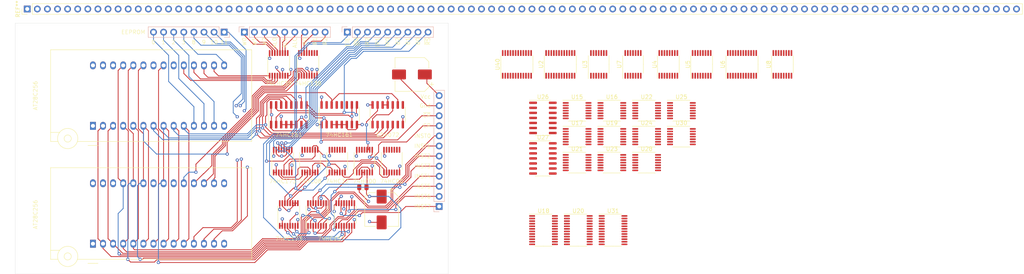
<source format=kicad_pcb>
(kicad_pcb (version 20171130) (host pcbnew "(5.1.10-1-10_14)")
  (layers (0 F.Cu signal) (1 In1.Cu signal) (2 In2.Cu signal) (31 B.Cu signal) (34 B.Paste user) (35 F.Paste user) (36 B.SilkS user) (37 F.SilkS user) (38 B.Mask user) (39 F.Mask user) (44 Edge.Cuts user))
  (net 0 "")
  (net 1 VCC)
  (net 2 GND)
  (net 3 CLOCK)
  (net 4 ~SET_INTERRUPT_FREQ)
  (net 5 ~TRANSMIT_UART)
  (net 6 ~WRITE_MEMORY)
  (net 7 ~LOAD_MAR)
  (net 8 ~LOAD_INSTRUCTION_REGISTER)
  (net 9 ~LOAD_STACK_POINTER)
  (net 10 ~LOAD_TX_MSB_REGISTER)
  (net 11 ~LOAD_TX_LSB_REGISTER)
  (net 12 ~LOAD_CONSTANT_REGISTER)
  (net 13 ~LOAD_F_REGISTER)
  (net 14 ~LOAD_E_REGISTER)
  (net 15 ~LOAD_D_REGISTER)
  (net 16 ~LOAD_C_REGISTER)
  (net 17 ~LOAD_B_REGISTER)
  (net 18 ~LOAD_A_REGISTER)
  (net 19 ~INTERRUPT_INHIBIT)
  (net 20 ~LOAD_SYNTH_2)
  (net 21 ~LOAD_SYNTH_1)
  (net 22 ~LOAD_OUTPUT_2)
  (net 23 ~LOAD_OUTPUT_1)
  (net 24 ~LOAD_DATA_SEGMENT)
  (net 25 ~LOAD_CODE_SEGMENT)
  (net 26 SHA_SEL_01)
  (net 27 SHA_SEL_00)
  (net 28 "Net-(U1-Pad1)")
  (net 29 ~SHIFT_A_RIGHT)
  (net 30 ~SHIFT_A_LEFT)
  (net 31 "Net-(U3-Pad13)")
  (net 32 "Net-(U3-Pad6)")
  (net 33 "Net-(U3-Pad5)")
  (net 34 "Net-(U3-Pad3)")
  (net 35 "Net-(U4-Pad12)")
  (net 36 "Net-(U4-Pad9)")
  (net 37 "Net-(U5-Pad12)")
  (net 38 "Net-(U5-Pad9)")
  (net 39 EEPROM_7)
  (net 40 EEPROM_6)
  (net 41 EEPROM_5)
  (net 42 EEPROM_4)
  (net 43 "Net-(U7-Pad13)")
  (net 44 "Net-(U7-Pad12)")
  (net 45 "Net-(U7-Pad11)")
  (net 46 "Net-(U7-Pad10)")
  (net 47 "Net-(U7-Pad9)")
  (net 48 "Net-(U7-Pad8)")
  (net 49 "Net-(U7-Pad3)")
  (net 50 ~X_DATA)
  (net 51 ~C_DATA)
  (net 52 ~SP_ADDRESS)
  (net 53 ~C_LSB_DATA)
  (net 54 ~PC_ADDRESS)
  (net 55 ~C_MSB_DATA)
  (net 56 ~IR_ADDRESS)
  (net 57 ~D_DATA)
  (net 58 ~ALU_DATA)
  (net 59 ~D_LSB_DATA)
  (net 60 ~UART_DATA)
  (net 61 ~D_MSB_DATA)
  (net 62 ~INPUT0_DATA)
  (net 63 ~E_DATA)
  (net 64 ~INPUT1_DATA)
  (net 65 ~E_LSB_DATA)
  (net 66 ~E_MSB_DATA)
  (net 67 ~READ_UNUSED_1)
  (net 68 ~F_DATA)
  (net 69 ~READ_UNUSED_2)
  (net 70 ~F_LSB_DATA)
  (net 71 ~READ_UNUSED_3)
  (net 72 ~F_MSB_DATA)
  (net 73 ~READ_UNUSED_4)
  (net 74 ~TX_LSB_DATA)
  (net 75 ~READ_UNUSED_5)
  (net 76 ~TX_MSB_DATA)
  (net 77 ~READ_UNUSED_6)
  (net 78 ~TX_ADDRESS)
  (net 79 EEPROM_15)
  (net 80 EEPROM_14)
  (net 81 EEPROM_13)
  (net 82 EEPROM_12)
  (net 83 ALU_MODE)
  (net 84 ALU_CARRY_IN)
  (net 85 ALU_FUNC_3)
  (net 86 ALU_FUNC_2)
  (net 87 ALU_FUNC_1)
  (net 88 ALU_FUNC_0)
  (net 89 INC_PC)
  (net 90 SP_DEC)
  (net 91 SP_INC)
  (net 92 ~HALT)
  (net 93 ~RESET)
  (net 94 ~CLEAR_INT_2)
  (net 95 ~CLEAR_INT_1)
  (net 96 ~CLEAR_INT_0)
  (net 97 ~ALU_FLAG_REG_IN)
  (net 98 ~READ_UNUSED_10)
  (net 99 ~READ_UNUSED_9)
  (net 100 ~READ_UNUSED_8)
  (net 101 ~READ_UNUSED_7)
  (net 102 ~MEM_DATA)
  (net 103 ~DC_ADDRESS)
  (net 104 ~DE_ADDRESS)
  (net 105 ~DF_ADDRESS)
  (net 106 ~EC_ADDRESS)
  (net 107 ~ED_ADDRESS)
  (net 108 ~EF_ADDRESS)
  (net 109 ~FC_ADDRESS)
  (net 110 ~FD_ADDRESS)
  (net 111 ~FE_ADDRESS)
  (net 112 ~A_REG_DATA)
  (net 113 ~CE_ADDRESS)
  (net 114 ~CF_ADDRESS)
  (net 115 ~CD_ADDRESS)
  (net 116 GROUP1_UNUSED_3)
  (net 117 GROUP1_UNUSED_2)
  (net 118 GROUP1_UNUSED_12)
  (net 119 GROUP1_UNUSED_1)
  (net 120 GROUP1_UNUSED_0)
  (net 121 GROUP1_UNUSED_10)
  (net 122 GROUP1_UNUSED_11)
  (net 123 GROUP1_UNUSED_8)
  (net 124 GROUP1_UNUSED_7)
  (net 125 GROUP1_UNUSED_6)
  (net 126 GROUP1_UNUSED_5)
  (net 127 GROUP1_UNUSED_4)
  (net 128 GROUP1_UNUSED_9)
  (net 129 ~LOAD_PROGRAM_COUNTER_COND)
  (net 130 CARRY_FLAG)
  (net 131 SIGN_FLAG)
  (net 132 OVERFLOW_FLAG)
  (net 133 ZERO_FLAG)
  (net 134 "Net-(U15-Pad11)")
  (net 135 "Net-(U15-Pad8)")
  (net 136 "Net-(U15-Pad6)")
  (net 137 "Net-(U15-Pad3)")
  (net 138 "Net-(U16-Pad12)")
  (net 139 "Net-(U16-Pad10)")
  (net 140 "Net-(U16-Pad8)")
  (net 141 "Net-(U16-Pad6)")
  (net 142 "Net-(U16-Pad4)")
  (net 143 "Net-(U16-Pad2)")
  (net 144 "Net-(U17-Pad13)")
  (net 145 "Net-(U17-Pad12)")
  (net 146 "Net-(U17-Pad11)")
  (net 147 "Net-(U17-Pad10)")
  (net 148 "Net-(U17-Pad9)")
  (net 149 "Net-(U17-Pad8)")
  (net 150 "Net-(U17-Pad6)")
  (net 151 "Net-(U17-Pad3)")
  (net 152 "Net-(U19-Pad13)")
  (net 153 "Net-(U19-Pad12)")
  (net 154 "Net-(U19-Pad11)")
  (net 155 "Net-(U19-Pad9)")
  (net 156 "Net-(U19-Pad8)")
  (net 157 "Net-(U19-Pad6)")
  (net 158 "Net-(U19-Pad4)")
  (net 159 "Net-(U19-Pad3)")
  (net 160 "Net-(U22-Pad13)")
  (net 161 "Net-(U22-Pad12)")
  (net 162 "Net-(U22-Pad11)")
  (net 163 "Net-(U22-Pad10)")
  (net 164 "Net-(U22-Pad9)")
  (net 165 "Net-(U22-Pad8)")
  (net 166 "Net-(U22-Pad6)")
  (net 167 "Net-(U22-Pad5)")
  (net 168 "Net-(U22-Pad4)")
  (net 169 "Net-(U23-Pad8)")
  (net 170 "Net-(U23-Pad6)")
  (net 171 "Net-(U23-Pad3)")
  (net 172 "Net-(U24-Pad11)")
  (net 173 "Net-(U21-Pad4)")
  (net 174 "Net-(U24-Pad8)")
  (net 175 "Net-(U24-Pad6)")
  (net 176 "Net-(U24-Pad3)")
  (net 177 "Net-(U25-Pad12)")
  (net 178 "Net-(U25-Pad11)")
  (net 179 "Net-(U25-Pad10)")
  (net 180 "Net-(U25-Pad9)")
  (net 181 "Net-(U25-Pad8)")
  (net 182 "Net-(U25-Pad3)")
  (net 183 "Net-(U26-Pad13)")
  (net 184 "Net-(U26-Pad1)")
  (net 185 "Net-(U27-Pad13)")
  (net 186 "Net-(U27-Pad1)")
  (net 187 "Net-(U28-Pad13)")
  (net 188 "Net-(U28-Pad12)")
  (net 189 "Net-(U28-Pad11)")
  (net 190 "Net-(U28-Pad10)")
  (net 191 "Net-(U28-Pad9)")
  (net 192 "Net-(U28-Pad8)")
  (net 193 "Net-(U28-Pad3)")
  (net 194 "Net-(U19-Pad10)")
  (net 195 "Net-(U21-Pad12)")
  (net 196 "Net-(U21-Pad10)")
  (net 197 "Net-(U21-Pad8)")
  (net 198 "Net-(U21-Pad2)")
  (net 199 "Net-(U18-Pad1)")
  (net 200 STEP_0)
  (net 201 STEP_1)
  (net 202 INSTRUCTION_5)
  (net 203 STEP_2)
  (net 204 STEP_3)
  (net 205 INSTRUCTION_6)
  (net 206 STEP_4)
  (net 207 INSTRUCTION_4)
  (net 208 INSTRUCTION_0)
  (net 209 INSTRUCTION_3)
  (net 210 INSTRUCTION_1)
  (net 211 INSTRUCTION_2)
  (net 212 INSTRUCTION_7)
  (net 213 "/GROUP 1/EEPROM_0")
  (net 214 "/GROUP 1/EEPROM_1")
  (net 215 "/GROUP 1/EEPROM_2")
  (net 216 "/GROUP 1/EEPROM_3")
  (net 217 "/GROUP 1/~WRITE_MUX0_EN")
  (net 218 "/GROUP 1/~SET_INTERRUPT_FREQ")
  (net 219 "/GROUP 1/~TRANSMIT_UART")
  (net 220 "/GROUP 1/~WRITE_MEMORY")
  (net 221 "/GROUP 1/~LOAD_MAR")
  (net 222 "/GROUP 1/~LOAD_INSTRUCTION_REGISTER")
  (net 223 "/GROUP 1/~INC_PC")
  (net 224 "/GROUP 1/~LOAD_STACK_POINTER")
  (net 225 "/GROUP 1/~LOAD_TX_MSB_REGISTER")
  (net 226 "/GROUP 1/~LOAD_TX_LSB_REGISTER")
  (net 227 "/GROUP 1/~LOAD_CONSTANT_REGISTER")
  (net 228 "/GROUP 1/~LOAD_F_REGISTER")
  (net 229 "/GROUP 1/~LOAD_E_REGISTER")
  (net 230 "/GROUP 1/~LOAD_D_REGISTER")
  (net 231 "/GROUP 1/~LOAD_C_REGISTER")
  (net 232 "/GROUP 1/~LOAD_B_REGISTER")
  (net 233 "/GROUP 1/~WRITE_MUX1_EN")
  (net 234 "/GROUP 1/~SP_INC")
  (net 235 "/GROUP 1/~HALT")
  (net 236 "/MASTER RESET/RESET_TRIGGER")
  (net 237 "/GROUP 1/~CLEAR_INT_2")
  (net 238 "/GROUP 1/~CLEAR_INT_1")
  (net 239 "/GROUP 1/~CLEAR_INT_0")
  (net 240 "/GROUP 1/~SP_DEC")
  (net 241 "/GROUP 1/~LOAD_SYNTH_2")
  (net 242 "/GROUP 1/~LOAD_SYNTH_1")
  (net 243 "/GROUP 1/~LOAD_OUTPUT_2")
  (net 244 "/GROUP 1/~LOAD_OUTPUT_1")
  (net 245 "/GROUP 1/~LOAD_DATA_SEGMENT")
  (net 246 "/GROUP 1/~LOAD_CODE_SEGMENT")
  (net 247 "/GROUP 1/ALU_CARRY_IN")
  (net 248 "/GROUP 1/ALU_MODE")
  (net 249 "/GROUP 1/~ALU_MODE_1_EN")
  (net 250 "/GROUP 1/~ALU_MODE_0_CARRY_IN_EN")
  (net 251 "/GROUP 1/SHA_SEL_00")
  (net 252 "/GROUP 1/SHA_SEL_01")
  (net 253 "/GROUP 1/~WRITE_MUX2_EN")
  (net 254 "/Conditional Jumps/~JUMP_JG_JNLE")
  (net 255 "/Conditional Jumps/~JUMP_JLE_JNG")
  (net 256 "/Conditional Jumps/~JUMP_JGE_JNL")
  (net 257 "/Conditional Jumps/~JUMP_JL_JNG")
  (net 258 "/Conditional Jumps/~JUMP_JA_JNBE")
  (net 259 "/Conditional Jumps/~JUMP_JBE_JNA")
  (net 260 "/Conditional Jumps/~JUMP_JNB_JAE_JNC")
  (net 261 "/Conditional Jumps/~JUMP_JB_JNAE_JC")
  (net 262 "/Conditional Jumps/~JUMP_JNE_JNZ")
  (net 263 "/Conditional Jumps/~JUMP_JE_JZ")
  (net 264 "/Conditional Jumps/~JUMP_JNS")
  (net 265 "/Conditional Jumps/~JUMP_JS")
  (net 266 "/Conditional Jumps/~JUMP_JNO")
  (net 267 "/Conditional Jumps/~JUMP_JO")
  (net 268 "/Conditional Jumps/~JUMP")
  (net 269 "/GROUP 1/~ALU_FLAG_REG_IN")
  (net 270 "Net-(U7-Pad4)")
  (net 271 "/GROUP 1/ALU_FUNC_3")
  (net 272 "/GROUP 1/ALU_FUNC_2")
  (net 273 "/GROUP 1/ALU_FUNC_1")
  (net 274 "/GROUP 1/ALU_FUNC_0")
  (net 275 "Net-(U10-Pad15)")
  (net 276 ~RESET_STEP_COUNTER)
  (net 277 "Net-(U11-Pad15)")
  (net 278 "Net-(U11-Pad13)")
  (net 279 "Net-(U11-Pad12)")
  (net 280 "Net-(U11-Pad11)")
  (net 281 "/GROUP 2/EEPROM_11")
  (net 282 "/GROUP 2/EEPROM_10")
  (net 283 "/GROUP 2/EEPROM_9")
  (net 284 "/GROUP 2/EEPROM_8")
  (net 285 "Net-(U13-Pad9)")
  (net 286 "Net-(U13-Pad7)")
  (net 287 "/GROUP 2/~READ_MUX0_EN")
  (net 288 "/GROUP 2/~READ_MUX1_EN")
  (net 289 "/GROUP 2/~READ_MUX2_EN")
  (net 290 "Net-(U14-Pad12)")
  (net 291 "Net-(U14-Pad11)")
  (net 292 "Net-(U14-Pad10)")
  (net 293 "Net-(U14-Pad9)")
  (net 294 "Net-(U14-Pad7)")
  (net 295 "/GROUP 2/~TX_ADDRESS")
  (net 296 "/GROUP 2/~TX_MSB_DATA")
  (net 297 "/GROUP 2/~TX_LSB_DATA")
  (net 298 "/GROUP 2/~F_MSB_DATA")
  (net 299 "/GROUP 2/~F_LSB_DATA")
  (net 300 "/GROUP 2/~F_DATA")
  (net 301 "/GROUP 2/~E_MSB_DATA")
  (net 302 "/GROUP 2/~E_LSB_DATA")
  (net 303 "/GROUP 2/~E_DATA")
  (net 304 "/GROUP 2/~D_MSB_DATA")
  (net 305 "/GROUP 2/~D_LSB_DATA")
  (net 306 "/GROUP 2/~D_DATA")
  (net 307 "/GROUP 2/~C_MSB_DATA")
  (net 308 "/GROUP 2/~C_LSB_DATA")
  (net 309 "/GROUP 2/~C_DATA")
  (net 310 "/GROUP 2/~EC_ADDRESS")
  (net 311 "/GROUP 2/~DF_ADDRESS")
  (net 312 "/GROUP 2/~DE_ADDRESS")
  (net 313 "/GROUP 2/~DC_ADDRESS")
  (net 314 "/GROUP 2/~CF_ADDRESS")
  (net 315 "/GROUP 2/~CE_ADDRESS")
  (net 316 "/GROUP 2/~CD_ADDRESS")
  (net 317 "/GROUP 2/~INPUT1_DATA")
  (net 318 "/GROUP 2/~INPUT0_DATA")
  (net 319 "/GROUP 2/~UART_DATA")
  (net 320 "/GROUP 2/~ALU_DATA")
  (net 321 "/GROUP 2/~IR_ADDRESS")
  (net 322 "/GROUP 2/~PC_ADDRESS")
  (net 323 "/GROUP 2/~SP_ADDRESS")
  (net 324 "/GROUP 2/~MEM_DATA")
  (net 325 "/GROUP 2/~X_DATA")
  (net 326 "/GROUP 2/~RESET_STEP_COUNTER")
  (net 327 "/GROUP 2/~MASTER_RESET")
  (net 328 "/GROUP 2/~READ_UNUSED_8")
  (net 329 "/GROUP 2/~READ_UNUSED_7")
  (net 330 "/GROUP 2/~READ_UNUSED_6")
  (net 331 "/GROUP 2/~READ_UNUSED_5")
  (net 332 "/GROUP 2/~READ_UNUSED_4")
  (net 333 "/GROUP 2/~READ_UNUSED_3")
  (net 334 "/GROUP 2/~READ_UNUSED_2")
  (net 335 "/GROUP 2/~READ_UNUSED_1")
  (net 336 "/GROUP 2/~A_REG_DATA")
  (net 337 "/GROUP 2/~FE_ADDRESS")
  (net 338 "/GROUP 2/~FD_ADDRESS")
  (net 339 "/GROUP 2/~FC_ADDRESS")
  (net 340 "/GROUP 2/~EF_ADDRESS")
  (net 341 "/GROUP 2/~ED_ADDRESS")
  (net 342 INST_5)
  (net 343 INST_6)
  (net 344 INST_4)
  (net 345 INST_0)
  (net 346 INST_3)
  (net 347 INST_1)
  (net 348 INST_2)
  (net 349 INST_7)
  (net 350 "/Conditional Jumps/~LOAD_PROGRAM_COUNTER_COND")
  (net 351 "Net-(U29-Pad13)")
  (net 352 "Net-(U29-Pad12)")
  (net 353 "Net-(U29-Pad11)")
  (net 354 "Net-(U29-Pad10)")
  (net 355 "Net-(U29-Pad9)")
  (net 356 "Net-(U29-Pad8)")
  (net 357 "Net-(U29-Pad3)")
  (net 358 "Net-(U33-Pad1)")
  (net 359 INTERRUPT_HANDLER_EN)
  (net 360 "/MICROCODE EEPROM W/ COUNTER/END_INTERRUPT_ENTER")
  (net 361 INTERRUPT_REQ_2)
  (net 362 INTERRUPT_REQ_1)
  (net 363 INTERRUPT_REQ_0)
  (net 364 "Net-(U33-Pad13)")
  (net 365 "/MICROCODE EEPROM W/ COUNTER/BUS_0")
  (net 366 "/MICROCODE EEPROM W/ COUNTER/BUS_1")
  (net 367 "/MICROCODE EEPROM W/ COUNTER/BUS_2")
  (net 368 "/MICROCODE EEPROM W/ COUNTER/~SET_INT_ENABLE_BITMASK")
  (net 369 "Net-(U36-Pad6)")
  (net 370 "Net-(U36-Pad5)")
  (net 371 "Net-(U36-Pad4)")
  (net 372 "Net-(U36-Pad3)")
  (net 373 "Net-(U37-Pad11)")
  (net 374 "Net-(U37-Pad2)")
  (net 375 "Net-(U39-Pad6)")
  (net 376 INTERRUPT_REQ_2_ST)
  (net 377 INTERRUPT_REQ_1_ST)
  (net 378 INTERRUPT_REQ_0_ST)
  (net 379 "Net-(U1-Pad13)")
  (net 380 "Net-(U1-Pad12)")
  (net 381 "Net-(U1-Pad11)")
  (net 382 "Net-(U1-Pad10)")
  (net 383 "Net-(U1-Pad9)")
  (net 384 "Net-(U1-Pad8)")
  (net 385 "Net-(U1-Pad6)")
  (net 386 "Net-(U1-Pad5)")
  (net 387 "Net-(U1-Pad4)")
  (net 388 "Net-(U1-Pad3)")
  (net 389 "Net-(U1-Pad2)")
  (net 390 "Net-(U37-Pad13)")
  (net 391 "Net-(U37-Pad12)")
  (net 392 "Net-(U38-Pad13)")
  (net 393 "Net-(U38-Pad12)")
  (net 394 "Net-(U38-Pad11)")
  (net 395 ~CLOCK)
  (net 396 "Net-(U40-Pad1)")
  (module Package_SO:TSSOP-24_4.4x7.8mm_P0.65mm (layer F.Cu) (at 155.956 41.656 90)
    (fp_text reference U40 (at 0 -4.85 90) (layer F.SilkS))
    (fp_text value 74LS154)
    (pad 24 smd roundrect (at 2.8625 -3.575 90) (size 1.475 0.4) (layers F.Cu F.Paste F.Mask) (net 1 VCC))
    (pad 23 smd roundrect (at 2.8625 -2.925 90) (size 1.475 0.4) (layers F.Cu F.Paste F.Mask) (net 213 "/GROUP 1/EEPROM_0"))
    (pad 22 smd roundrect (at 2.8625 -2.275 90) (size 1.475 0.4) (layers F.Cu F.Paste F.Mask) (net 214 "/GROUP 1/EEPROM_1"))
    (pad 21 smd roundrect (at 2.8625 -1.625 90) (size 1.475 0.4) (layers F.Cu F.Paste F.Mask) (net 215 "/GROUP 1/EEPROM_2"))
    (pad 20 smd roundrect (at 2.8625 -0.975 90) (size 1.475 0.4) (layers F.Cu F.Paste F.Mask) (net 216 "/GROUP 1/EEPROM_3"))
    (pad 19 smd roundrect (at 2.8625 -0.325 90) (size 1.475 0.4) (layers F.Cu F.Paste F.Mask) (net 217 "/GROUP 1/~WRITE_MUX0_EN"))
    (pad 18 smd roundrect (at 2.8625 0.325 90) (size 1.475 0.4) (layers F.Cu F.Paste F.Mask) (net 217 "/GROUP 1/~WRITE_MUX0_EN"))
    (pad 17 smd roundrect (at 2.8625 0.975 90) (size 1.475 0.4) (layers F.Cu F.Paste F.Mask) (net 218 "/GROUP 1/~SET_INTERRUPT_FREQ"))
    (pad 16 smd roundrect (at 2.8625 1.625 90) (size 1.475 0.4) (layers F.Cu F.Paste F.Mask) (net 219 "/GROUP 1/~TRANSMIT_UART"))
    (pad 15 smd roundrect (at 2.8625 2.275 90) (size 1.475 0.4) (layers F.Cu F.Paste F.Mask) (net 220 "/GROUP 1/~WRITE_MEMORY"))
    (pad 14 smd roundrect (at 2.8625 2.925 90) (size 1.475 0.4) (layers F.Cu F.Paste F.Mask) (net 221 "/GROUP 1/~LOAD_MAR"))
    (pad 13 smd roundrect (at 2.8625 3.575 90) (size 1.475 0.4) (layers F.Cu F.Paste F.Mask) (net 222 "/GROUP 1/~LOAD_INSTRUCTION_REGISTER"))
    (pad 12 smd roundrect (at -2.8625 3.575 90) (size 1.475 0.4) (layers F.Cu F.Paste F.Mask) (net 2 GND))
    (pad 11 smd roundrect (at -2.8625 2.925 90) (size 1.475 0.4) (layers F.Cu F.Paste F.Mask) (net 223 "/GROUP 1/~INC_PC"))
    (pad 10 smd roundrect (at -2.8625 2.275 90) (size 1.475 0.4) (layers F.Cu F.Paste F.Mask) (net 224 "/GROUP 1/~LOAD_STACK_POINTER"))
    (pad 9 smd roundrect (at -2.8625 1.625 90) (size 1.475 0.4) (layers F.Cu F.Paste F.Mask) (net 225 "/GROUP 1/~LOAD_TX_MSB_REGISTER"))
    (pad 8 smd roundrect (at -2.8625 0.975 90) (size 1.475 0.4) (layers F.Cu F.Paste F.Mask) (net 226 "/GROUP 1/~LOAD_TX_LSB_REGISTER"))
    (pad 7 smd roundrect (at -2.8625 0.325 90) (size 1.475 0.4) (layers F.Cu F.Paste F.Mask) (net 227 "/GROUP 1/~LOAD_CONSTANT_REGISTER"))
    (pad 6 smd roundrect (at -2.8625 -0.325 90) (size 1.475 0.4) (layers F.Cu F.Paste F.Mask) (net 228 "/GROUP 1/~LOAD_F_REGISTER"))
    (pad 5 smd roundrect (at -2.8625 -0.975 90) (size 1.475 0.4) (layers F.Cu F.Paste F.Mask) (net 229 "/GROUP 1/~LOAD_E_REGISTER"))
    (pad 4 smd roundrect (at -2.8625 -1.625 90) (size 1.475 0.4) (layers F.Cu F.Paste F.Mask) (net 230 "/GROUP 1/~LOAD_D_REGISTER"))
    (pad 3 smd roundrect (at -2.8625 -2.275 90) (size 1.475 0.4) (layers F.Cu F.Paste F.Mask) (net 231 "/GROUP 1/~LOAD_C_REGISTER"))
    (pad 2 smd roundrect (at -2.8625 -2.925 90) (size 1.475 0.4) (layers F.Cu F.Paste F.Mask) (net 232 "/GROUP 1/~LOAD_B_REGISTER"))
    (pad 1 smd roundrect (at -2.8625 -3.575 90) (size 1.475 0.4) (layers F.Cu F.Paste F.Mask) (net 396 "Net-(U40-Pad1)"))
  )
  (module Package_SO:TSSOP-24_4.4x7.8mm_P0.65mm (layer F.Cu) (at 180.149001 83.441001)
    (fp_text reference U31 (at 0 -4.85) (layer F.SilkS))
    (fp_text value 74LS154)
    (pad 24 smd roundrect (at 2.8625 -3.575) (size 1.475 0.4) (layers F.Cu F.Paste F.Mask) (net 1 VCC))
    (pad 23 smd roundrect (at 2.8625 -2.925) (size 1.475 0.4) (layers F.Cu F.Paste F.Mask) (net 284 "/GROUP 2/EEPROM_8"))
    (pad 22 smd roundrect (at 2.8625 -2.275) (size 1.475 0.4) (layers F.Cu F.Paste F.Mask) (net 283 "/GROUP 2/EEPROM_9"))
    (pad 21 smd roundrect (at 2.8625 -1.625) (size 1.475 0.4) (layers F.Cu F.Paste F.Mask) (net 282 "/GROUP 2/EEPROM_10"))
    (pad 20 smd roundrect (at 2.8625 -0.975) (size 1.475 0.4) (layers F.Cu F.Paste F.Mask) (net 281 "/GROUP 2/EEPROM_11"))
    (pad 19 smd roundrect (at 2.8625 -0.325) (size 1.475 0.4) (layers F.Cu F.Paste F.Mask) (net 289 "/GROUP 2/~READ_MUX2_EN"))
    (pad 18 smd roundrect (at 2.8625 0.325) (size 1.475 0.4) (layers F.Cu F.Paste F.Mask) (net 289 "/GROUP 2/~READ_MUX2_EN"))
    (pad 17 smd roundrect (at 2.8625 0.975) (size 1.475 0.4) (layers F.Cu F.Paste F.Mask) (net 326 "/GROUP 2/~RESET_STEP_COUNTER"))
    (pad 16 smd roundrect (at 2.8625 1.625) (size 1.475 0.4) (layers F.Cu F.Paste F.Mask) (net 327 "/GROUP 2/~MASTER_RESET"))
    (pad 15 smd roundrect (at 2.8625 2.275) (size 1.475 0.4) (layers F.Cu F.Paste F.Mask) (net 328 "/GROUP 2/~READ_UNUSED_8"))
    (pad 14 smd roundrect (at 2.8625 2.925) (size 1.475 0.4) (layers F.Cu F.Paste F.Mask) (net 329 "/GROUP 2/~READ_UNUSED_7"))
    (pad 13 smd roundrect (at 2.8625 3.575) (size 1.475 0.4) (layers F.Cu F.Paste F.Mask) (net 330 "/GROUP 2/~READ_UNUSED_6"))
    (pad 12 smd roundrect (at -2.8625 3.575) (size 1.475 0.4) (layers F.Cu F.Paste F.Mask) (net 2 GND))
    (pad 11 smd roundrect (at -2.8625 2.925) (size 1.475 0.4) (layers F.Cu F.Paste F.Mask) (net 331 "/GROUP 2/~READ_UNUSED_5"))
    (pad 10 smd roundrect (at -2.8625 2.275) (size 1.475 0.4) (layers F.Cu F.Paste F.Mask) (net 332 "/GROUP 2/~READ_UNUSED_4"))
    (pad 9 smd roundrect (at -2.8625 1.625) (size 1.475 0.4) (layers F.Cu F.Paste F.Mask) (net 333 "/GROUP 2/~READ_UNUSED_3"))
    (pad 8 smd roundrect (at -2.8625 0.975) (size 1.475 0.4) (layers F.Cu F.Paste F.Mask) (net 334 "/GROUP 2/~READ_UNUSED_2"))
    (pad 7 smd roundrect (at -2.8625 0.325) (size 1.475 0.4) (layers F.Cu F.Paste F.Mask) (net 335 "/GROUP 2/~READ_UNUSED_1"))
    (pad 6 smd roundrect (at -2.8625 -0.325) (size 1.475 0.4) (layers F.Cu F.Paste F.Mask) (net 336 "/GROUP 2/~A_REG_DATA"))
    (pad 5 smd roundrect (at -2.8625 -0.975) (size 1.475 0.4) (layers F.Cu F.Paste F.Mask) (net 337 "/GROUP 2/~FE_ADDRESS"))
    (pad 4 smd roundrect (at -2.8625 -1.625) (size 1.475 0.4) (layers F.Cu F.Paste F.Mask) (net 338 "/GROUP 2/~FD_ADDRESS"))
    (pad 3 smd roundrect (at -2.8625 -2.275) (size 1.475 0.4) (layers F.Cu F.Paste F.Mask) (net 339 "/GROUP 2/~FC_ADDRESS"))
    (pad 2 smd roundrect (at -2.8625 -2.925) (size 1.475 0.4) (layers F.Cu F.Paste F.Mask) (net 340 "/GROUP 2/~EF_ADDRESS"))
    (pad 1 smd roundrect (at -2.8625 -3.575) (size 1.475 0.4) (layers F.Cu F.Paste F.Mask) (net 341 "/GROUP 2/~ED_ADDRESS"))
  )
  (module Package_SO:TSSOP-14_4.4x5mm_P0.65mm (layer F.Cu) (at 197.349001 59.871001)
    (fp_text reference U30 (at 0 -3.45) (layer F.SilkS))
    (fp_text value 74LS32)
    (pad 14 smd roundrect (at 2.8625 -1.95) (size 1.475 0.4) (layers F.Cu F.Paste F.Mask) (net 1 VCC))
    (pad 13 smd roundrect (at 2.8625 -1.3) (size 1.475 0.4) (layers F.Cu F.Paste F.Mask))
    (pad 12 smd roundrect (at 2.8625 -0.65) (size 1.475 0.4) (layers F.Cu F.Paste F.Mask))
    (pad 11 smd roundrect (at 2.8625 0) (size 1.475 0.4) (layers F.Cu F.Paste F.Mask))
    (pad 10 smd roundrect (at 2.8625 0.65) (size 1.475 0.4) (layers F.Cu F.Paste F.Mask))
    (pad 9 smd roundrect (at 2.8625 1.3) (size 1.475 0.4) (layers F.Cu F.Paste F.Mask))
    (pad 8 smd roundrect (at 2.8625 1.95) (size 1.475 0.4) (layers F.Cu F.Paste F.Mask))
    (pad 7 smd roundrect (at -2.8625 1.95) (size 1.475 0.4) (layers F.Cu F.Paste F.Mask) (net 2 GND))
    (pad 6 smd roundrect (at -2.8625 1.3) (size 1.475 0.4) (layers F.Cu F.Paste F.Mask))
    (pad 5 smd roundrect (at -2.8625 0.65) (size 1.475 0.4) (layers F.Cu F.Paste F.Mask))
    (pad 4 smd roundrect (at -2.8625 0) (size 1.475 0.4) (layers F.Cu F.Paste F.Mask))
    (pad 3 smd roundrect (at -2.8625 -0.65) (size 1.475 0.4) (layers F.Cu F.Paste F.Mask))
    (pad 2 smd roundrect (at -2.8625 -1.3) (size 1.475 0.4) (layers F.Cu F.Paste F.Mask))
    (pad 1 smd roundrect (at -2.8625 -1.95) (size 1.475 0.4) (layers F.Cu F.Paste F.Mask))
  )
  (module Package_SO:TSSOP-14_4.4x5mm_P0.65mm (layer F.Cu) (at 188.599001 66.421001)
    (fp_text reference U28 (at 0 -3.45) (layer F.SilkS))
    (fp_text value 74LS32)
    (pad 14 smd roundrect (at 2.8625 -1.95) (size 1.475 0.4) (layers F.Cu F.Paste F.Mask) (net 1 VCC))
    (pad 13 smd roundrect (at 2.8625 -1.3) (size 1.475 0.4) (layers F.Cu F.Paste F.Mask) (net 187 "Net-(U28-Pad13)"))
    (pad 12 smd roundrect (at 2.8625 -0.65) (size 1.475 0.4) (layers F.Cu F.Paste F.Mask) (net 188 "Net-(U28-Pad12)"))
    (pad 11 smd roundrect (at 2.8625 0) (size 1.475 0.4) (layers F.Cu F.Paste F.Mask) (net 189 "Net-(U28-Pad11)"))
    (pad 10 smd roundrect (at 2.8625 0.65) (size 1.475 0.4) (layers F.Cu F.Paste F.Mask) (net 190 "Net-(U28-Pad10)"))
    (pad 9 smd roundrect (at 2.8625 1.3) (size 1.475 0.4) (layers F.Cu F.Paste F.Mask) (net 191 "Net-(U28-Pad9)"))
    (pad 8 smd roundrect (at 2.8625 1.95) (size 1.475 0.4) (layers F.Cu F.Paste F.Mask) (net 192 "Net-(U28-Pad8)"))
    (pad 7 smd roundrect (at -2.8625 1.95) (size 1.475 0.4) (layers F.Cu F.Paste F.Mask) (net 2 GND))
    (pad 6 smd roundrect (at -2.8625 1.3) (size 1.475 0.4) (layers F.Cu F.Paste F.Mask) (net 350 "/Conditional Jumps/~LOAD_PROGRAM_COUNTER_COND"))
    (pad 5 smd roundrect (at -2.8625 0.65) (size 1.475 0.4) (layers F.Cu F.Paste F.Mask) (net 185 "Net-(U27-Pad13)"))
    (pad 4 smd roundrect (at -2.8625 0) (size 1.475 0.4) (layers F.Cu F.Paste F.Mask) (net 193 "Net-(U28-Pad3)"))
    (pad 3 smd roundrect (at -2.8625 -0.65) (size 1.475 0.4) (layers F.Cu F.Paste F.Mask) (net 193 "Net-(U28-Pad3)"))
    (pad 2 smd roundrect (at -2.8625 -1.3) (size 1.475 0.4) (layers F.Cu F.Paste F.Mask) (net 183 "Net-(U26-Pad13)"))
    (pad 1 smd roundrect (at -2.8625 -1.95) (size 1.475 0.4) (layers F.Cu F.Paste F.Mask) (net 184 "Net-(U26-Pad1)"))
  )
  (module Package_SO:SOIC-14_3.9x8.7mm_P1.27mm (layer F.Cu) (at 162.499001 65.361001)
    (fp_text reference U27 (at 0 -5.28) (layer F.SilkS))
    (fp_text value CD4072)
    (pad 14 smd roundrect (at 2.475 -3.81) (size 1.95 0.6) (layers F.Cu F.Paste F.Mask) (net 1 VCC))
    (pad 13 smd roundrect (at 2.475 -2.54) (size 1.95 0.6) (layers F.Cu F.Paste F.Mask) (net 185 "Net-(U27-Pad13)"))
    (pad 12 smd roundrect (at 2.475 -1.27) (size 1.95 0.6) (layers F.Cu F.Paste F.Mask) (net 186 "Net-(U27-Pad1)"))
    (pad 11 smd roundrect (at 2.475 0) (size 1.95 0.6) (layers F.Cu F.Paste F.Mask) (net 178 "Net-(U25-Pad11)"))
    (pad 10 smd roundrect (at 2.475 1.27) (size 1.95 0.6) (layers F.Cu F.Paste F.Mask) (net 182 "Net-(U25-Pad3)"))
    (pad 9 smd roundrect (at 2.475 2.54) (size 1.95 0.6) (layers F.Cu F.Paste F.Mask) (net 156 "Net-(U19-Pad8)"))
    (pad 8 smd roundrect (at 2.475 3.81) (size 1.95 0.6) (layers F.Cu F.Paste F.Mask))
    (pad 7 smd roundrect (at -2.475 3.81) (size 1.95 0.6) (layers F.Cu F.Paste F.Mask) (net 2 GND))
    (pad 6 smd roundrect (at -2.475 2.54) (size 1.95 0.6) (layers F.Cu F.Paste F.Mask))
    (pad 5 smd roundrect (at -2.475 1.27) (size 1.95 0.6) (layers F.Cu F.Paste F.Mask) (net 174 "Net-(U24-Pad8)"))
    (pad 4 smd roundrect (at -2.475 0) (size 1.95 0.6) (layers F.Cu F.Paste F.Mask) (net 175 "Net-(U24-Pad6)"))
    (pad 3 smd roundrect (at -2.475 -1.27) (size 1.95 0.6) (layers F.Cu F.Paste F.Mask) (net 176 "Net-(U24-Pad3)"))
    (pad 2 smd roundrect (at -2.475 -2.54) (size 1.95 0.6) (layers F.Cu F.Paste F.Mask) (net 134 "Net-(U15-Pad11)"))
    (pad 1 smd roundrect (at -2.475 -3.81) (size 1.95 0.6) (layers F.Cu F.Paste F.Mask) (net 186 "Net-(U27-Pad1)"))
  )
  (module Package_SO:SOIC-14_3.9x8.7mm_P1.27mm (layer F.Cu) (at 162.499001 55.151001)
    (fp_text reference U26 (at 0 -5.28) (layer F.SilkS))
    (fp_text value CD4072)
    (pad 14 smd roundrect (at 2.475 -3.81) (size 1.95 0.6) (layers F.Cu F.Paste F.Mask) (net 1 VCC))
    (pad 13 smd roundrect (at 2.475 -2.54) (size 1.95 0.6) (layers F.Cu F.Paste F.Mask) (net 183 "Net-(U26-Pad13)"))
    (pad 12 smd roundrect (at 2.475 -1.27) (size 1.95 0.6) (layers F.Cu F.Paste F.Mask) (net 172 "Net-(U24-Pad11)"))
    (pad 11 smd roundrect (at 2.475 0) (size 1.95 0.6) (layers F.Cu F.Paste F.Mask) (net 135 "Net-(U15-Pad8)"))
    (pad 10 smd roundrect (at 2.475 1.27) (size 1.95 0.6) (layers F.Cu F.Paste F.Mask) (net 169 "Net-(U23-Pad8)"))
    (pad 9 smd roundrect (at 2.475 2.54) (size 1.95 0.6) (layers F.Cu F.Paste F.Mask) (net 136 "Net-(U15-Pad6)"))
    (pad 8 smd roundrect (at 2.475 3.81) (size 1.95 0.6) (layers F.Cu F.Paste F.Mask))
    (pad 7 smd roundrect (at -2.475 3.81) (size 1.95 0.6) (layers F.Cu F.Paste F.Mask) (net 2 GND))
    (pad 6 smd roundrect (at -2.475 2.54) (size 1.95 0.6) (layers F.Cu F.Paste F.Mask))
    (pad 5 smd roundrect (at -2.475 1.27) (size 1.95 0.6) (layers F.Cu F.Paste F.Mask) (net 170 "Net-(U23-Pad6)"))
    (pad 4 smd roundrect (at -2.475 0) (size 1.95 0.6) (layers F.Cu F.Paste F.Mask) (net 137 "Net-(U15-Pad3)"))
    (pad 3 smd roundrect (at -2.475 -1.27) (size 1.95 0.6) (layers F.Cu F.Paste F.Mask) (net 171 "Net-(U23-Pad3)"))
    (pad 2 smd roundrect (at -2.475 -2.54) (size 1.95 0.6) (layers F.Cu F.Paste F.Mask) (net 143 "Net-(U16-Pad2)"))
    (pad 1 smd roundrect (at -2.475 -3.81) (size 1.95 0.6) (layers F.Cu F.Paste F.Mask) (net 184 "Net-(U26-Pad1)"))
  )
  (module Package_SO:TSSOP-14_4.4x5mm_P0.65mm (layer F.Cu) (at 197.349001 53.321001)
    (fp_text reference U25 (at 0 -3.45) (layer F.SilkS))
    (fp_text value 74LS08)
    (pad 14 smd roundrect (at 2.8625 -1.95) (size 1.475 0.4) (layers F.Cu F.Paste F.Mask) (net 1 VCC))
    (pad 13 smd roundrect (at 2.8625 -1.3) (size 1.475 0.4) (layers F.Cu F.Paste F.Mask) (net 195 "Net-(U21-Pad12)"))
    (pad 12 smd roundrect (at 2.8625 -0.65) (size 1.475 0.4) (layers F.Cu F.Paste F.Mask) (net 177 "Net-(U25-Pad12)"))
    (pad 11 smd roundrect (at 2.8625 0) (size 1.475 0.4) (layers F.Cu F.Paste F.Mask) (net 178 "Net-(U25-Pad11)"))
    (pad 10 smd roundrect (at 2.8625 0.65) (size 1.475 0.4) (layers F.Cu F.Paste F.Mask) (net 179 "Net-(U25-Pad10)"))
    (pad 9 smd roundrect (at 2.8625 1.3) (size 1.475 0.4) (layers F.Cu F.Paste F.Mask) (net 180 "Net-(U25-Pad9)"))
    (pad 8 smd roundrect (at 2.8625 1.95) (size 1.475 0.4) (layers F.Cu F.Paste F.Mask) (net 181 "Net-(U25-Pad8)"))
    (pad 7 smd roundrect (at -2.8625 1.95) (size 1.475 0.4) (layers F.Cu F.Paste F.Mask) (net 2 GND))
    (pad 6 smd roundrect (at -2.8625 1.3) (size 1.475 0.4) (layers F.Cu F.Paste F.Mask) (net 177 "Net-(U25-Pad12)"))
    (pad 5 smd roundrect (at -2.8625 0.65) (size 1.475 0.4) (layers F.Cu F.Paste F.Mask) (net 196 "Net-(U21-Pad10)"))
    (pad 4 smd roundrect (at -2.8625 0) (size 1.475 0.4) (layers F.Cu F.Paste F.Mask) (net 157 "Net-(U19-Pad6)"))
    (pad 3 smd roundrect (at -2.8625 -0.65) (size 1.475 0.4) (layers F.Cu F.Paste F.Mask) (net 182 "Net-(U25-Pad3)"))
    (pad 2 smd roundrect (at -2.8625 -1.3) (size 1.475 0.4) (layers F.Cu F.Paste F.Mask) (net 157 "Net-(U19-Pad6)"))
    (pad 1 smd roundrect (at -2.8625 -1.95) (size 1.475 0.4) (layers F.Cu F.Paste F.Mask) (net 197 "Net-(U21-Pad8)"))
  )
  (module Package_SO:TSSOP-14_4.4x5mm_P0.65mm (layer F.Cu) (at 188.599001 59.871001)
    (fp_text reference U24 (at 0 -3.45) (layer F.SilkS))
    (fp_text value 74LS08)
    (pad 14 smd roundrect (at 2.8625 -1.95) (size 1.475 0.4) (layers F.Cu F.Paste F.Mask) (net 1 VCC))
    (pad 13 smd roundrect (at 2.8625 -1.3) (size 1.475 0.4) (layers F.Cu F.Paste F.Mask) (net 130 CARRY_FLAG))
    (pad 12 smd roundrect (at 2.8625 -0.65) (size 1.475 0.4) (layers F.Cu F.Paste F.Mask) (net 139 "Net-(U16-Pad10)"))
    (pad 11 smd roundrect (at 2.8625 0) (size 1.475 0.4) (layers F.Cu F.Paste F.Mask) (net 172 "Net-(U24-Pad11)"))
    (pad 10 smd roundrect (at 2.8625 0.65) (size 1.475 0.4) (layers F.Cu F.Paste F.Mask) (net 155 "Net-(U19-Pad9)"))
    (pad 9 smd roundrect (at 2.8625 1.3) (size 1.475 0.4) (layers F.Cu F.Paste F.Mask) (net 173 "Net-(U21-Pad4)"))
    (pad 8 smd roundrect (at 2.8625 1.95) (size 1.475 0.4) (layers F.Cu F.Paste F.Mask) (net 174 "Net-(U24-Pad8)"))
    (pad 7 smd roundrect (at -2.8625 1.95) (size 1.475 0.4) (layers F.Cu F.Paste F.Mask) (net 2 GND))
    (pad 6 smd roundrect (at -2.8625 1.3) (size 1.475 0.4) (layers F.Cu F.Paste F.Mask) (net 175 "Net-(U24-Pad6)"))
    (pad 5 smd roundrect (at -2.8625 0.65) (size 1.475 0.4) (layers F.Cu F.Paste F.Mask) (net 151 "Net-(U17-Pad3)"))
    (pad 4 smd roundrect (at -2.8625 0) (size 1.475 0.4) (layers F.Cu F.Paste F.Mask) (net 198 "Net-(U21-Pad2)"))
    (pad 3 smd roundrect (at -2.8625 -0.65) (size 1.475 0.4) (layers F.Cu F.Paste F.Mask) (net 176 "Net-(U24-Pad3)"))
    (pad 2 smd roundrect (at -2.8625 -1.3) (size 1.475 0.4) (layers F.Cu F.Paste F.Mask) (net 159 "Net-(U19-Pad3)"))
    (pad 1 smd roundrect (at -2.8625 -1.95) (size 1.475 0.4) (layers F.Cu F.Paste F.Mask) (net 138 "Net-(U16-Pad12)"))
  )
  (module Package_SO:TSSOP-14_4.4x5mm_P0.65mm (layer F.Cu) (at 179.849001 66.421001)
    (fp_text reference U23 (at 0 -3.45) (layer F.SilkS))
    (fp_text value 74LS08)
    (pad 14 smd roundrect (at 2.8625 -1.95) (size 1.475 0.4) (layers F.Cu F.Paste F.Mask) (net 1 VCC))
    (pad 13 smd roundrect (at 2.8625 -1.3) (size 1.475 0.4) (layers F.Cu F.Paste F.Mask) (net 131 SIGN_FLAG))
    (pad 12 smd roundrect (at 2.8625 -0.65) (size 1.475 0.4) (layers F.Cu F.Paste F.Mask) (net 132 OVERFLOW_FLAG))
    (pad 11 smd roundrect (at 2.8625 0) (size 1.475 0.4) (layers F.Cu F.Paste F.Mask) (net 158 "Net-(U19-Pad4)"))
    (pad 10 smd roundrect (at 2.8625 0.65) (size 1.475 0.4) (layers F.Cu F.Paste F.Mask) (net 133 ZERO_FLAG))
    (pad 9 smd roundrect (at 2.8625 1.3) (size 1.475 0.4) (layers F.Cu F.Paste F.Mask) (net 140 "Net-(U16-Pad8)"))
    (pad 8 smd roundrect (at 2.8625 1.95) (size 1.475 0.4) (layers F.Cu F.Paste F.Mask) (net 169 "Net-(U23-Pad8)"))
    (pad 7 smd roundrect (at -2.8625 1.95) (size 1.475 0.4) (layers F.Cu F.Paste F.Mask) (net 2 GND))
    (pad 6 smd roundrect (at -2.8625 1.3) (size 1.475 0.4) (layers F.Cu F.Paste F.Mask) (net 170 "Net-(U23-Pad6)"))
    (pad 5 smd roundrect (at -2.8625 0.65) (size 1.475 0.4) (layers F.Cu F.Paste F.Mask) (net 131 SIGN_FLAG))
    (pad 4 smd roundrect (at -2.8625 0) (size 1.475 0.4) (layers F.Cu F.Paste F.Mask) (net 141 "Net-(U16-Pad6)"))
    (pad 3 smd roundrect (at -2.8625 -0.65) (size 1.475 0.4) (layers F.Cu F.Paste F.Mask) (net 171 "Net-(U23-Pad3)"))
    (pad 2 smd roundrect (at -2.8625 -1.3) (size 1.475 0.4) (layers F.Cu F.Paste F.Mask) (net 132 OVERFLOW_FLAG))
    (pad 1 smd roundrect (at -2.8625 -1.95) (size 1.475 0.4) (layers F.Cu F.Paste F.Mask) (net 142 "Net-(U16-Pad4)"))
  )
  (module Package_SO:TSSOP-14_4.4x5mm_P0.65mm (layer F.Cu) (at 188.599001 53.321001)
    (fp_text reference U22 (at 0 -3.45) (layer F.SilkS))
    (fp_text value 74LS86)
    (pad 14 smd roundrect (at 2.8625 -1.95) (size 1.475 0.4) (layers F.Cu F.Paste F.Mask) (net 1 VCC))
    (pad 13 smd roundrect (at 2.8625 -1.3) (size 1.475 0.4) (layers F.Cu F.Paste F.Mask) (net 160 "Net-(U22-Pad13)"))
    (pad 12 smd roundrect (at 2.8625 -0.65) (size 1.475 0.4) (layers F.Cu F.Paste F.Mask) (net 161 "Net-(U22-Pad12)"))
    (pad 11 smd roundrect (at 2.8625 0) (size 1.475 0.4) (layers F.Cu F.Paste F.Mask) (net 162 "Net-(U22-Pad11)"))
    (pad 10 smd roundrect (at 2.8625 0.65) (size 1.475 0.4) (layers F.Cu F.Paste F.Mask) (net 163 "Net-(U22-Pad10)"))
    (pad 9 smd roundrect (at 2.8625 1.3) (size 1.475 0.4) (layers F.Cu F.Paste F.Mask) (net 164 "Net-(U22-Pad9)"))
    (pad 8 smd roundrect (at 2.8625 1.95) (size 1.475 0.4) (layers F.Cu F.Paste F.Mask) (net 165 "Net-(U22-Pad8)"))
    (pad 7 smd roundrect (at -2.8625 1.95) (size 1.475 0.4) (layers F.Cu F.Paste F.Mask) (net 2 GND))
    (pad 6 smd roundrect (at -2.8625 1.3) (size 1.475 0.4) (layers F.Cu F.Paste F.Mask) (net 166 "Net-(U22-Pad6)"))
    (pad 5 smd roundrect (at -2.8625 0.65) (size 1.475 0.4) (layers F.Cu F.Paste F.Mask) (net 167 "Net-(U22-Pad5)"))
    (pad 4 smd roundrect (at -2.8625 0) (size 1.475 0.4) (layers F.Cu F.Paste F.Mask) (net 168 "Net-(U22-Pad4)"))
    (pad 3 smd roundrect (at -2.8625 -0.65) (size 1.475 0.4) (layers F.Cu F.Paste F.Mask) (net 155 "Net-(U19-Pad9)"))
    (pad 2 smd roundrect (at -2.8625 -1.3) (size 1.475 0.4) (layers F.Cu F.Paste F.Mask) (net 132 OVERFLOW_FLAG))
    (pad 1 smd roundrect (at -2.8625 -1.95) (size 1.475 0.4) (layers F.Cu F.Paste F.Mask) (net 131 SIGN_FLAG))
  )
  (module Package_SO:TSSOP-14_4.4x5mm_P0.65mm (layer F.Cu) (at 171.099001 66.421001)
    (fp_text reference U21 (at 0 -3.45) (layer F.SilkS))
    (fp_text value 74LS04)
    (pad 14 smd roundrect (at 2.8625 -1.95) (size 1.475 0.4) (layers F.Cu F.Paste F.Mask) (net 1 VCC))
    (pad 13 smd roundrect (at 2.8625 -1.3) (size 1.475 0.4) (layers F.Cu F.Paste F.Mask) (net 254 "/Conditional Jumps/~JUMP_JG_JNLE"))
    (pad 12 smd roundrect (at 2.8625 -0.65) (size 1.475 0.4) (layers F.Cu F.Paste F.Mask) (net 195 "Net-(U21-Pad12)"))
    (pad 11 smd roundrect (at 2.8625 0) (size 1.475 0.4) (layers F.Cu F.Paste F.Mask) (net 133 ZERO_FLAG))
    (pad 10 smd roundrect (at 2.8625 0.65) (size 1.475 0.4) (layers F.Cu F.Paste F.Mask) (net 196 "Net-(U21-Pad10)"))
    (pad 9 smd roundrect (at 2.8625 1.3) (size 1.475 0.4) (layers F.Cu F.Paste F.Mask) (net 256 "/Conditional Jumps/~JUMP_JGE_JNL"))
    (pad 8 smd roundrect (at 2.8625 1.95) (size 1.475 0.4) (layers F.Cu F.Paste F.Mask) (net 197 "Net-(U21-Pad8)"))
    (pad 7 smd roundrect (at -2.8625 1.95) (size 1.475 0.4) (layers F.Cu F.Paste F.Mask) (net 2 GND))
    (pad 6 smd roundrect (at -2.8625 1.3) (size 1.475 0.4) (layers F.Cu F.Paste F.Mask) (net 194 "Net-(U19-Pad10)"))
    (pad 5 smd roundrect (at -2.8625 0.65) (size 1.475 0.4) (layers F.Cu F.Paste F.Mask) (net 255 "/Conditional Jumps/~JUMP_JLE_JNG"))
    (pad 4 smd roundrect (at -2.8625 0) (size 1.475 0.4) (layers F.Cu F.Paste F.Mask) (net 173 "Net-(U21-Pad4)"))
    (pad 3 smd roundrect (at -2.8625 -0.65) (size 1.475 0.4) (layers F.Cu F.Paste F.Mask) (net 257 "/Conditional Jumps/~JUMP_JL_JNG"))
    (pad 2 smd roundrect (at -2.8625 -1.3) (size 1.475 0.4) (layers F.Cu F.Paste F.Mask) (net 198 "Net-(U21-Pad2)"))
    (pad 1 smd roundrect (at -2.8625 -1.95) (size 1.475 0.4) (layers F.Cu F.Paste F.Mask) (net 258 "/Conditional Jumps/~JUMP_JA_JNBE"))
  )
  (module Package_SO:TSSOP-24_4.4x7.8mm_P0.65mm (layer F.Cu) (at 171.399001 83.441001)
    (fp_text reference U20 (at 0 -4.85) (layer F.SilkS))
    (fp_text value 74LS154)
    (pad 24 smd roundrect (at 2.8625 -3.575) (size 1.475 0.4) (layers F.Cu F.Paste F.Mask) (net 1 VCC))
    (pad 23 smd roundrect (at 2.8625 -2.925) (size 1.475 0.4) (layers F.Cu F.Paste F.Mask) (net 284 "/GROUP 2/EEPROM_8"))
    (pad 22 smd roundrect (at 2.8625 -2.275) (size 1.475 0.4) (layers F.Cu F.Paste F.Mask) (net 283 "/GROUP 2/EEPROM_9"))
    (pad 21 smd roundrect (at 2.8625 -1.625) (size 1.475 0.4) (layers F.Cu F.Paste F.Mask) (net 282 "/GROUP 2/EEPROM_10"))
    (pad 20 smd roundrect (at 2.8625 -0.975) (size 1.475 0.4) (layers F.Cu F.Paste F.Mask) (net 281 "/GROUP 2/EEPROM_11"))
    (pad 19 smd roundrect (at 2.8625 -0.325) (size 1.475 0.4) (layers F.Cu F.Paste F.Mask) (net 288 "/GROUP 2/~READ_MUX1_EN"))
    (pad 18 smd roundrect (at 2.8625 0.325) (size 1.475 0.4) (layers F.Cu F.Paste F.Mask) (net 288 "/GROUP 2/~READ_MUX1_EN"))
    (pad 17 smd roundrect (at 2.8625 0.975) (size 1.475 0.4) (layers F.Cu F.Paste F.Mask) (net 310 "/GROUP 2/~EC_ADDRESS"))
    (pad 16 smd roundrect (at 2.8625 1.625) (size 1.475 0.4) (layers F.Cu F.Paste F.Mask) (net 311 "/GROUP 2/~DF_ADDRESS"))
    (pad 15 smd roundrect (at 2.8625 2.275) (size 1.475 0.4) (layers F.Cu F.Paste F.Mask) (net 312 "/GROUP 2/~DE_ADDRESS"))
    (pad 14 smd roundrect (at 2.8625 2.925) (size 1.475 0.4) (layers F.Cu F.Paste F.Mask) (net 313 "/GROUP 2/~DC_ADDRESS"))
    (pad 13 smd roundrect (at 2.8625 3.575) (size 1.475 0.4) (layers F.Cu F.Paste F.Mask) (net 314 "/GROUP 2/~CF_ADDRESS"))
    (pad 12 smd roundrect (at -2.8625 3.575) (size 1.475 0.4) (layers F.Cu F.Paste F.Mask) (net 2 GND))
    (pad 11 smd roundrect (at -2.8625 2.925) (size 1.475 0.4) (layers F.Cu F.Paste F.Mask) (net 315 "/GROUP 2/~CE_ADDRESS"))
    (pad 10 smd roundrect (at -2.8625 2.275) (size 1.475 0.4) (layers F.Cu F.Paste F.Mask) (net 316 "/GROUP 2/~CD_ADDRESS"))
    (pad 9 smd roundrect (at -2.8625 1.625) (size 1.475 0.4) (layers F.Cu F.Paste F.Mask) (net 317 "/GROUP 2/~INPUT1_DATA"))
    (pad 8 smd roundrect (at -2.8625 0.975) (size 1.475 0.4) (layers F.Cu F.Paste F.Mask) (net 318 "/GROUP 2/~INPUT0_DATA"))
    (pad 7 smd roundrect (at -2.8625 0.325) (size 1.475 0.4) (layers F.Cu F.Paste F.Mask) (net 319 "/GROUP 2/~UART_DATA"))
    (pad 6 smd roundrect (at -2.8625 -0.325) (size 1.475 0.4) (layers F.Cu F.Paste F.Mask) (net 320 "/GROUP 2/~ALU_DATA"))
    (pad 5 smd roundrect (at -2.8625 -0.975) (size 1.475 0.4) (layers F.Cu F.Paste F.Mask) (net 321 "/GROUP 2/~IR_ADDRESS"))
    (pad 4 smd roundrect (at -2.8625 -1.625) (size 1.475 0.4) (layers F.Cu F.Paste F.Mask) (net 322 "/GROUP 2/~PC_ADDRESS"))
    (pad 3 smd roundrect (at -2.8625 -2.275) (size 1.475 0.4) (layers F.Cu F.Paste F.Mask) (net 323 "/GROUP 2/~SP_ADDRESS"))
    (pad 2 smd roundrect (at -2.8625 -2.925) (size 1.475 0.4) (layers F.Cu F.Paste F.Mask) (net 324 "/GROUP 2/~MEM_DATA"))
    (pad 1 smd roundrect (at -2.8625 -3.575) (size 1.475 0.4) (layers F.Cu F.Paste F.Mask) (net 325 "/GROUP 2/~X_DATA"))
  )
  (module Package_SO:TSSOP-14_4.4x5mm_P0.65mm (layer F.Cu) (at 179.849001 59.871001)
    (fp_text reference U19 (at 0 -3.45) (layer F.SilkS))
    (fp_text value 74LS32)
    (pad 14 smd roundrect (at 2.8625 -1.95) (size 1.475 0.4) (layers F.Cu F.Paste F.Mask) (net 1 VCC))
    (pad 13 smd roundrect (at 2.8625 -1.3) (size 1.475 0.4) (layers F.Cu F.Paste F.Mask) (net 152 "Net-(U19-Pad13)"))
    (pad 12 smd roundrect (at 2.8625 -0.65) (size 1.475 0.4) (layers F.Cu F.Paste F.Mask) (net 153 "Net-(U19-Pad12)"))
    (pad 11 smd roundrect (at 2.8625 0) (size 1.475 0.4) (layers F.Cu F.Paste F.Mask) (net 154 "Net-(U19-Pad11)"))
    (pad 10 smd roundrect (at 2.8625 0.65) (size 1.475 0.4) (layers F.Cu F.Paste F.Mask) (net 194 "Net-(U19-Pad10)"))
    (pad 9 smd roundrect (at 2.8625 1.3) (size 1.475 0.4) (layers F.Cu F.Paste F.Mask) (net 155 "Net-(U19-Pad9)"))
    (pad 8 smd roundrect (at 2.8625 1.95) (size 1.475 0.4) (layers F.Cu F.Paste F.Mask) (net 156 "Net-(U19-Pad8)"))
    (pad 7 smd roundrect (at -2.8625 1.95) (size 1.475 0.4) (layers F.Cu F.Paste F.Mask) (net 2 GND))
    (pad 6 smd roundrect (at -2.8625 1.3) (size 1.475 0.4) (layers F.Cu F.Paste F.Mask) (net 157 "Net-(U19-Pad6)"))
    (pad 5 smd roundrect (at -2.8625 0.65) (size 1.475 0.4) (layers F.Cu F.Paste F.Mask) (net 150 "Net-(U17-Pad6)"))
    (pad 4 smd roundrect (at -2.8625 0) (size 1.475 0.4) (layers F.Cu F.Paste F.Mask) (net 158 "Net-(U19-Pad4)"))
    (pad 3 smd roundrect (at -2.8625 -0.65) (size 1.475 0.4) (layers F.Cu F.Paste F.Mask) (net 159 "Net-(U19-Pad3)"))
    (pad 2 smd roundrect (at -2.8625 -1.3) (size 1.475 0.4) (layers F.Cu F.Paste F.Mask) (net 130 CARRY_FLAG))
    (pad 1 smd roundrect (at -2.8625 -1.95) (size 1.475 0.4) (layers F.Cu F.Paste F.Mask) (net 133 ZERO_FLAG))
  )
  (module Package_SO:TSSOP-24_4.4x7.8mm_P0.65mm (layer F.Cu) (at 162.649001 83.441001)
    (fp_text reference U18 (at 0 -4.85) (layer F.SilkS))
    (fp_text value 74LS154)
    (pad 24 smd roundrect (at 2.8625 -3.575) (size 1.475 0.4) (layers F.Cu F.Paste F.Mask) (net 1 VCC))
    (pad 23 smd roundrect (at 2.8625 -2.925) (size 1.475 0.4) (layers F.Cu F.Paste F.Mask) (net 284 "/GROUP 2/EEPROM_8"))
    (pad 22 smd roundrect (at 2.8625 -2.275) (size 1.475 0.4) (layers F.Cu F.Paste F.Mask) (net 283 "/GROUP 2/EEPROM_9"))
    (pad 21 smd roundrect (at 2.8625 -1.625) (size 1.475 0.4) (layers F.Cu F.Paste F.Mask) (net 282 "/GROUP 2/EEPROM_10"))
    (pad 20 smd roundrect (at 2.8625 -0.975) (size 1.475 0.4) (layers F.Cu F.Paste F.Mask) (net 281 "/GROUP 2/EEPROM_11"))
    (pad 19 smd roundrect (at 2.8625 -0.325) (size 1.475 0.4) (layers F.Cu F.Paste F.Mask) (net 287 "/GROUP 2/~READ_MUX0_EN"))
    (pad 18 smd roundrect (at 2.8625 0.325) (size 1.475 0.4) (layers F.Cu F.Paste F.Mask) (net 287 "/GROUP 2/~READ_MUX0_EN"))
    (pad 17 smd roundrect (at 2.8625 0.975) (size 1.475 0.4) (layers F.Cu F.Paste F.Mask) (net 295 "/GROUP 2/~TX_ADDRESS"))
    (pad 16 smd roundrect (at 2.8625 1.625) (size 1.475 0.4) (layers F.Cu F.Paste F.Mask) (net 296 "/GROUP 2/~TX_MSB_DATA"))
    (pad 15 smd roundrect (at 2.8625 2.275) (size 1.475 0.4) (layers F.Cu F.Paste F.Mask) (net 297 "/GROUP 2/~TX_LSB_DATA"))
    (pad 14 smd roundrect (at 2.8625 2.925) (size 1.475 0.4) (layers F.Cu F.Paste F.Mask) (net 298 "/GROUP 2/~F_MSB_DATA"))
    (pad 13 smd roundrect (at 2.8625 3.575) (size 1.475 0.4) (layers F.Cu F.Paste F.Mask) (net 299 "/GROUP 2/~F_LSB_DATA"))
    (pad 12 smd roundrect (at -2.8625 3.575) (size 1.475 0.4) (layers F.Cu F.Paste F.Mask) (net 2 GND))
    (pad 11 smd roundrect (at -2.8625 2.925) (size 1.475 0.4) (layers F.Cu F.Paste F.Mask) (net 300 "/GROUP 2/~F_DATA"))
    (pad 10 smd roundrect (at -2.8625 2.275) (size 1.475 0.4) (layers F.Cu F.Paste F.Mask) (net 301 "/GROUP 2/~E_MSB_DATA"))
    (pad 9 smd roundrect (at -2.8625 1.625) (size 1.475 0.4) (layers F.Cu F.Paste F.Mask) (net 302 "/GROUP 2/~E_LSB_DATA"))
    (pad 8 smd roundrect (at -2.8625 0.975) (size 1.475 0.4) (layers F.Cu F.Paste F.Mask) (net 303 "/GROUP 2/~E_DATA"))
    (pad 7 smd roundrect (at -2.8625 0.325) (size 1.475 0.4) (layers F.Cu F.Paste F.Mask) (net 304 "/GROUP 2/~D_MSB_DATA"))
    (pad 6 smd roundrect (at -2.8625 -0.325) (size 1.475 0.4) (layers F.Cu F.Paste F.Mask) (net 305 "/GROUP 2/~D_LSB_DATA"))
    (pad 5 smd roundrect (at -2.8625 -0.975) (size 1.475 0.4) (layers F.Cu F.Paste F.Mask) (net 306 "/GROUP 2/~D_DATA"))
    (pad 4 smd roundrect (at -2.8625 -1.625) (size 1.475 0.4) (layers F.Cu F.Paste F.Mask) (net 307 "/GROUP 2/~C_MSB_DATA"))
    (pad 3 smd roundrect (at -2.8625 -2.275) (size 1.475 0.4) (layers F.Cu F.Paste F.Mask) (net 308 "/GROUP 2/~C_LSB_DATA"))
    (pad 2 smd roundrect (at -2.8625 -2.925) (size 1.475 0.4) (layers F.Cu F.Paste F.Mask) (net 309 "/GROUP 2/~C_DATA"))
    (pad 1 smd roundrect (at -2.8625 -3.575) (size 1.475 0.4) (layers F.Cu F.Paste F.Mask) (net 199 "Net-(U18-Pad1)"))
  )
  (module Package_SO:TSSOP-14_4.4x5mm_P0.65mm (layer F.Cu) (at 171.099001 59.871001)
    (fp_text reference U17 (at 0 -3.45) (layer F.SilkS))
    (fp_text value 74LS00)
    (pad 14 smd roundrect (at 2.8625 -1.95) (size 1.475 0.4) (layers F.Cu F.Paste F.Mask) (net 1 VCC))
    (pad 13 smd roundrect (at 2.8625 -1.3) (size 1.475 0.4) (layers F.Cu F.Paste F.Mask) (net 144 "Net-(U17-Pad13)"))
    (pad 12 smd roundrect (at 2.8625 -0.65) (size 1.475 0.4) (layers F.Cu F.Paste F.Mask) (net 145 "Net-(U17-Pad12)"))
    (pad 11 smd roundrect (at 2.8625 0) (size 1.475 0.4) (layers F.Cu F.Paste F.Mask) (net 146 "Net-(U17-Pad11)"))
    (pad 10 smd roundrect (at 2.8625 0.65) (size 1.475 0.4) (layers F.Cu F.Paste F.Mask) (net 147 "Net-(U17-Pad10)"))
    (pad 9 smd roundrect (at 2.8625 1.3) (size 1.475 0.4) (layers F.Cu F.Paste F.Mask) (net 148 "Net-(U17-Pad9)"))
    (pad 8 smd roundrect (at 2.8625 1.95) (size 1.475 0.4) (layers F.Cu F.Paste F.Mask) (net 149 "Net-(U17-Pad8)"))
    (pad 7 smd roundrect (at -2.8625 1.95) (size 1.475 0.4) (layers F.Cu F.Paste F.Mask) (net 2 GND))
    (pad 6 smd roundrect (at -2.8625 1.3) (size 1.475 0.4) (layers F.Cu F.Paste F.Mask) (net 150 "Net-(U17-Pad6)"))
    (pad 5 smd roundrect (at -2.8625 0.65) (size 1.475 0.4) (layers F.Cu F.Paste F.Mask) (net 131 SIGN_FLAG))
    (pad 4 smd roundrect (at -2.8625 0) (size 1.475 0.4) (layers F.Cu F.Paste F.Mask) (net 132 OVERFLOW_FLAG))
    (pad 3 smd roundrect (at -2.8625 -0.65) (size 1.475 0.4) (layers F.Cu F.Paste F.Mask) (net 151 "Net-(U17-Pad3)"))
    (pad 2 smd roundrect (at -2.8625 -1.3) (size 1.475 0.4) (layers F.Cu F.Paste F.Mask) (net 130 CARRY_FLAG))
    (pad 1 smd roundrect (at -2.8625 -1.95) (size 1.475 0.4) (layers F.Cu F.Paste F.Mask) (net 133 ZERO_FLAG))
  )
  (module Package_SO:TSSOP-14_4.4x5mm_P0.65mm (layer F.Cu) (at 179.849001 53.321001)
    (fp_text reference U16 (at 0 -3.45) (layer F.SilkS))
    (fp_text value 74LS04)
    (pad 14 smd roundrect (at 2.8625 -1.95) (size 1.475 0.4) (layers F.Cu F.Paste F.Mask) (net 1 VCC))
    (pad 13 smd roundrect (at 2.8625 -1.3) (size 1.475 0.4) (layers F.Cu F.Paste F.Mask) (net 259 "/Conditional Jumps/~JUMP_JBE_JNA"))
    (pad 12 smd roundrect (at 2.8625 -0.65) (size 1.475 0.4) (layers F.Cu F.Paste F.Mask) (net 138 "Net-(U16-Pad12)"))
    (pad 11 smd roundrect (at 2.8625 0) (size 1.475 0.4) (layers F.Cu F.Paste F.Mask) (net 261 "/Conditional Jumps/~JUMP_JB_JNAE_JC"))
    (pad 10 smd roundrect (at 2.8625 0.65) (size 1.475 0.4) (layers F.Cu F.Paste F.Mask) (net 139 "Net-(U16-Pad10)"))
    (pad 9 smd roundrect (at 2.8625 1.3) (size 1.475 0.4) (layers F.Cu F.Paste F.Mask) (net 263 "/Conditional Jumps/~JUMP_JE_JZ"))
    (pad 8 smd roundrect (at 2.8625 1.95) (size 1.475 0.4) (layers F.Cu F.Paste F.Mask) (net 140 "Net-(U16-Pad8)"))
    (pad 7 smd roundrect (at -2.8625 1.95) (size 1.475 0.4) (layers F.Cu F.Paste F.Mask) (net 2 GND))
    (pad 6 smd roundrect (at -2.8625 1.3) (size 1.475 0.4) (layers F.Cu F.Paste F.Mask) (net 141 "Net-(U16-Pad6)"))
    (pad 5 smd roundrect (at -2.8625 0.65) (size 1.475 0.4) (layers F.Cu F.Paste F.Mask) (net 265 "/Conditional Jumps/~JUMP_JS"))
    (pad 4 smd roundrect (at -2.8625 0) (size 1.475 0.4) (layers F.Cu F.Paste F.Mask) (net 142 "Net-(U16-Pad4)"))
    (pad 3 smd roundrect (at -2.8625 -0.65) (size 1.475 0.4) (layers F.Cu F.Paste F.Mask) (net 267 "/Conditional Jumps/~JUMP_JO"))
    (pad 2 smd roundrect (at -2.8625 -1.3) (size 1.475 0.4) (layers F.Cu F.Paste F.Mask) (net 143 "Net-(U16-Pad2)"))
    (pad 1 smd roundrect (at -2.8625 -1.95) (size 1.475 0.4) (layers F.Cu F.Paste F.Mask) (net 268 "/Conditional Jumps/~JUMP"))
  )
  (module Package_SO:TSSOP-14_4.4x5mm_P0.65mm (layer F.Cu) (at 171.099001 53.321001)
    (fp_text reference U15 (at 0 -3.45) (layer F.SilkS))
    (fp_text value 74LS00)
    (pad 14 smd roundrect (at 2.8625 -1.95) (size 1.475 0.4) (layers F.Cu F.Paste F.Mask) (net 1 VCC))
    (pad 13 smd roundrect (at 2.8625 -1.3) (size 1.475 0.4) (layers F.Cu F.Paste F.Mask) (net 130 CARRY_FLAG))
    (pad 12 smd roundrect (at 2.8625 -0.65) (size 1.475 0.4) (layers F.Cu F.Paste F.Mask) (net 260 "/Conditional Jumps/~JUMP_JNB_JAE_JNC"))
    (pad 11 smd roundrect (at 2.8625 0) (size 1.475 0.4) (layers F.Cu F.Paste F.Mask) (net 134 "Net-(U15-Pad11)"))
    (pad 10 smd roundrect (at 2.8625 0.65) (size 1.475 0.4) (layers F.Cu F.Paste F.Mask) (net 133 ZERO_FLAG))
    (pad 9 smd roundrect (at 2.8625 1.3) (size 1.475 0.4) (layers F.Cu F.Paste F.Mask) (net 262 "/Conditional Jumps/~JUMP_JNE_JNZ"))
    (pad 8 smd roundrect (at 2.8625 1.95) (size 1.475 0.4) (layers F.Cu F.Paste F.Mask) (net 135 "Net-(U15-Pad8)"))
    (pad 7 smd roundrect (at -2.8625 1.95) (size 1.475 0.4) (layers F.Cu F.Paste F.Mask) (net 2 GND))
    (pad 6 smd roundrect (at -2.8625 1.3) (size 1.475 0.4) (layers F.Cu F.Paste F.Mask) (net 136 "Net-(U15-Pad6)"))
    (pad 5 smd roundrect (at -2.8625 0.65) (size 1.475 0.4) (layers F.Cu F.Paste F.Mask) (net 131 SIGN_FLAG))
    (pad 4 smd roundrect (at -2.8625 0) (size 1.475 0.4) (layers F.Cu F.Paste F.Mask) (net 264 "/Conditional Jumps/~JUMP_JNS"))
    (pad 3 smd roundrect (at -2.8625 -0.65) (size 1.475 0.4) (layers F.Cu F.Paste F.Mask) (net 137 "Net-(U15-Pad3)"))
    (pad 2 smd roundrect (at -2.8625 -1.3) (size 1.475 0.4) (layers F.Cu F.Paste F.Mask) (net 132 OVERFLOW_FLAG))
    (pad 1 smd roundrect (at -2.8625 -1.95) (size 1.475 0.4) (layers F.Cu F.Paste F.Mask) (net 266 "/Conditional Jumps/~JUMP_JNO"))
  )
  (module Package_SO:TSSOP-16_4.4x5mm_P0.65mm (layer F.Cu) (at 222.758 41.656 90)
    (fp_text reference U8 (at 0 -3.45 90) (layer F.SilkS))
    (fp_text value 74LS157)
    (pad 16 smd roundrect (at 2.8625 -2.275 90) (size 1.475 0.4) (layers F.Cu F.Paste F.Mask) (net 1 VCC))
    (pad 15 smd roundrect (at 2.8625 -1.625 90) (size 1.475 0.4) (layers F.Cu F.Paste F.Mask) (net 2 GND))
    (pad 14 smd roundrect (at 2.8625 -0.975 90) (size 1.475 0.4) (layers F.Cu F.Paste F.Mask) (net 216 "/GROUP 1/EEPROM_3"))
    (pad 13 smd roundrect (at 2.8625 -0.325 90) (size 1.475 0.4) (layers F.Cu F.Paste F.Mask) (net 2 GND))
    (pad 12 smd roundrect (at 2.8625 0.325 90) (size 1.475 0.4) (layers F.Cu F.Paste F.Mask) (net 271 "/GROUP 1/ALU_FUNC_3"))
    (pad 11 smd roundrect (at 2.8625 0.975 90) (size 1.475 0.4) (layers F.Cu F.Paste F.Mask) (net 215 "/GROUP 1/EEPROM_2"))
    (pad 10 smd roundrect (at 2.8625 1.625 90) (size 1.475 0.4) (layers F.Cu F.Paste F.Mask) (net 2 GND))
    (pad 9 smd roundrect (at 2.8625 2.275 90) (size 1.475 0.4) (layers F.Cu F.Paste F.Mask) (net 272 "/GROUP 1/ALU_FUNC_2"))
    (pad 8 smd roundrect (at -2.8625 2.275 90) (size 1.475 0.4) (layers F.Cu F.Paste F.Mask) (net 2 GND))
    (pad 7 smd roundrect (at -2.8625 1.625 90) (size 1.475 0.4) (layers F.Cu F.Paste F.Mask) (net 273 "/GROUP 1/ALU_FUNC_1"))
    (pad 6 smd roundrect (at -2.8625 0.975 90) (size 1.475 0.4) (layers F.Cu F.Paste F.Mask) (net 2 GND))
    (pad 5 smd roundrect (at -2.8625 0.325 90) (size 1.475 0.4) (layers F.Cu F.Paste F.Mask) (net 214 "/GROUP 1/EEPROM_1"))
    (pad 4 smd roundrect (at -2.8625 -0.325 90) (size 1.475 0.4) (layers F.Cu F.Paste F.Mask) (net 274 "/GROUP 1/ALU_FUNC_0"))
    (pad 3 smd roundrect (at -2.8625 -0.975 90) (size 1.475 0.4) (layers F.Cu F.Paste F.Mask) (net 2 GND))
    (pad 2 smd roundrect (at -2.8625 -1.625 90) (size 1.475 0.4) (layers F.Cu F.Paste F.Mask) (net 213 "/GROUP 1/EEPROM_0"))
    (pad 1 smd roundrect (at -2.8625 -2.275 90) (size 1.475 0.4) (layers F.Cu F.Paste F.Mask) (net 32 "Net-(U3-Pad6)"))
  )
  (module Package_SO:TSSOP-14_4.4x5mm_P0.65mm (layer F.Cu) (at 185.166 41.656 90)
    (fp_text reference U7 (at 0 -3.45 90) (layer F.SilkS))
    (fp_text value 74HC04)
    (pad 14 smd roundrect (at 2.8625 -1.95 90) (size 1.475 0.4) (layers F.Cu F.Paste F.Mask) (net 1 VCC))
    (pad 13 smd roundrect (at 2.8625 -1.3 90) (size 1.475 0.4) (layers F.Cu F.Paste F.Mask) (net 43 "Net-(U7-Pad13)"))
    (pad 12 smd roundrect (at 2.8625 -0.65 90) (size 1.475 0.4) (layers F.Cu F.Paste F.Mask) (net 44 "Net-(U7-Pad12)"))
    (pad 11 smd roundrect (at 2.8625 0 90) (size 1.475 0.4) (layers F.Cu F.Paste F.Mask) (net 45 "Net-(U7-Pad11)"))
    (pad 10 smd roundrect (at 2.8625 0.65 90) (size 1.475 0.4) (layers F.Cu F.Paste F.Mask) (net 46 "Net-(U7-Pad10)"))
    (pad 9 smd roundrect (at 2.8625 1.3 90) (size 1.475 0.4) (layers F.Cu F.Paste F.Mask) (net 47 "Net-(U7-Pad9)"))
    (pad 8 smd roundrect (at 2.8625 1.95 90) (size 1.475 0.4) (layers F.Cu F.Paste F.Mask) (net 48 "Net-(U7-Pad8)"))
    (pad 7 smd roundrect (at -2.8625 1.95 90) (size 1.475 0.4) (layers F.Cu F.Paste F.Mask) (net 2 GND))
    (pad 6 smd roundrect (at -2.8625 1.3 90) (size 1.475 0.4) (layers F.Cu F.Paste F.Mask))
    (pad 5 smd roundrect (at -2.8625 0.65 90) (size 1.475 0.4) (layers F.Cu F.Paste F.Mask))
    (pad 4 smd roundrect (at -2.8625 0 90) (size 1.475 0.4) (layers F.Cu F.Paste F.Mask) (net 270 "Net-(U7-Pad4)"))
    (pad 3 smd roundrect (at -2.8625 -0.65 90) (size 1.475 0.4) (layers F.Cu F.Paste F.Mask) (net 49 "Net-(U7-Pad3)"))
    (pad 2 smd roundrect (at -2.8625 -1.3 90) (size 1.475 0.4) (layers F.Cu F.Paste F.Mask) (net 31 "Net-(U3-Pad13)"))
    (pad 1 smd roundrect (at -2.8625 -1.95 90) (size 1.475 0.4) (layers F.Cu F.Paste F.Mask) (net 250 "/GROUP 1/~ALU_MODE_0_CARRY_IN_EN"))
  )
  (module Package_SO:TSSOP-24_4.4x7.8mm_P0.65mm (layer F.Cu) (at 212.598 41.656 90)
    (fp_text reference U6 (at 0 -4.85 90) (layer F.SilkS))
    (fp_text value 74LS154)
    (pad 24 smd roundrect (at 2.8625 -3.575 90) (size 1.475 0.4) (layers F.Cu F.Paste F.Mask) (net 1 VCC))
    (pad 23 smd roundrect (at 2.8625 -2.925 90) (size 1.475 0.4) (layers F.Cu F.Paste F.Mask) (net 213 "/GROUP 1/EEPROM_0"))
    (pad 22 smd roundrect (at 2.8625 -2.275 90) (size 1.475 0.4) (layers F.Cu F.Paste F.Mask) (net 214 "/GROUP 1/EEPROM_1"))
    (pad 21 smd roundrect (at 2.8625 -1.625 90) (size 1.475 0.4) (layers F.Cu F.Paste F.Mask) (net 215 "/GROUP 1/EEPROM_2"))
    (pad 20 smd roundrect (at 2.8625 -0.975 90) (size 1.475 0.4) (layers F.Cu F.Paste F.Mask) (net 216 "/GROUP 1/EEPROM_3"))
    (pad 19 smd roundrect (at 2.8625 -0.325 90) (size 1.475 0.4) (layers F.Cu F.Paste F.Mask) (net 253 "/GROUP 1/~WRITE_MUX2_EN"))
    (pad 18 smd roundrect (at 2.8625 0.325 90) (size 1.475 0.4) (layers F.Cu F.Paste F.Mask) (net 253 "/GROUP 1/~WRITE_MUX2_EN"))
    (pad 17 smd roundrect (at 2.8625 0.975 90) (size 1.475 0.4) (layers F.Cu F.Paste F.Mask) (net 254 "/Conditional Jumps/~JUMP_JG_JNLE"))
    (pad 16 smd roundrect (at 2.8625 1.625 90) (size 1.475 0.4) (layers F.Cu F.Paste F.Mask) (net 255 "/Conditional Jumps/~JUMP_JLE_JNG"))
    (pad 15 smd roundrect (at 2.8625 2.275 90) (size 1.475 0.4) (layers F.Cu F.Paste F.Mask) (net 256 "/Conditional Jumps/~JUMP_JGE_JNL"))
    (pad 14 smd roundrect (at 2.8625 2.925 90) (size 1.475 0.4) (layers F.Cu F.Paste F.Mask) (net 257 "/Conditional Jumps/~JUMP_JL_JNG"))
    (pad 13 smd roundrect (at 2.8625 3.575 90) (size 1.475 0.4) (layers F.Cu F.Paste F.Mask) (net 258 "/Conditional Jumps/~JUMP_JA_JNBE"))
    (pad 12 smd roundrect (at -2.8625 3.575 90) (size 1.475 0.4) (layers F.Cu F.Paste F.Mask) (net 2 GND))
    (pad 11 smd roundrect (at -2.8625 2.925 90) (size 1.475 0.4) (layers F.Cu F.Paste F.Mask) (net 259 "/Conditional Jumps/~JUMP_JBE_JNA"))
    (pad 10 smd roundrect (at -2.8625 2.275 90) (size 1.475 0.4) (layers F.Cu F.Paste F.Mask) (net 260 "/Conditional Jumps/~JUMP_JNB_JAE_JNC"))
    (pad 9 smd roundrect (at -2.8625 1.625 90) (size 1.475 0.4) (layers F.Cu F.Paste F.Mask) (net 261 "/Conditional Jumps/~JUMP_JB_JNAE_JC"))
    (pad 8 smd roundrect (at -2.8625 0.975 90) (size 1.475 0.4) (layers F.Cu F.Paste F.Mask) (net 262 "/Conditional Jumps/~JUMP_JNE_JNZ"))
    (pad 7 smd roundrect (at -2.8625 0.325 90) (size 1.475 0.4) (layers F.Cu F.Paste F.Mask) (net 263 "/Conditional Jumps/~JUMP_JE_JZ"))
    (pad 6 smd roundrect (at -2.8625 -0.325 90) (size 1.475 0.4) (layers F.Cu F.Paste F.Mask) (net 264 "/Conditional Jumps/~JUMP_JNS"))
    (pad 5 smd roundrect (at -2.8625 -0.975 90) (size 1.475 0.4) (layers F.Cu F.Paste F.Mask) (net 265 "/Conditional Jumps/~JUMP_JS"))
    (pad 4 smd roundrect (at -2.8625 -1.625 90) (size 1.475 0.4) (layers F.Cu F.Paste F.Mask) (net 266 "/Conditional Jumps/~JUMP_JNO"))
    (pad 3 smd roundrect (at -2.8625 -2.275 90) (size 1.475 0.4) (layers F.Cu F.Paste F.Mask) (net 267 "/Conditional Jumps/~JUMP_JO"))
    (pad 2 smd roundrect (at -2.8625 -2.925 90) (size 1.475 0.4) (layers F.Cu F.Paste F.Mask) (net 268 "/Conditional Jumps/~JUMP"))
    (pad 1 smd roundrect (at -2.8625 -3.575 90) (size 1.475 0.4) (layers F.Cu F.Paste F.Mask) (net 269 "/GROUP 1/~ALU_FLAG_REG_IN"))
  )
  (module Package_SO:TSSOP-16_4.4x5mm_P0.65mm (layer F.Cu) (at 202.438 41.656 90)
    (fp_text reference U5 (at 0 -3.45 90) (layer F.SilkS))
    (fp_text value 74LS258)
    (pad 16 smd roundrect (at 2.8625 -2.275 90) (size 1.475 0.4) (layers F.Cu F.Paste F.Mask) (net 1 VCC))
    (pad 15 smd roundrect (at 2.8625 -1.625 90) (size 1.475 0.4) (layers F.Cu F.Paste F.Mask) (net 18 ~LOAD_A_REGISTER))
    (pad 14 smd roundrect (at 2.8625 -0.975 90) (size 1.475 0.4) (layers F.Cu F.Paste F.Mask) (net 2 GND))
    (pad 13 smd roundrect (at 2.8625 -0.325 90) (size 1.475 0.4) (layers F.Cu F.Paste F.Mask) (net 2 GND))
    (pad 12 smd roundrect (at 2.8625 0.325 90) (size 1.475 0.4) (layers F.Cu F.Paste F.Mask) (net 37 "Net-(U5-Pad12)"))
    (pad 11 smd roundrect (at 2.8625 0.975 90) (size 1.475 0.4) (layers F.Cu F.Paste F.Mask) (net 2 GND))
    (pad 10 smd roundrect (at 2.8625 1.625 90) (size 1.475 0.4) (layers F.Cu F.Paste F.Mask) (net 2 GND))
    (pad 9 smd roundrect (at 2.8625 2.275 90) (size 1.475 0.4) (layers F.Cu F.Paste F.Mask) (net 38 "Net-(U5-Pad9)"))
    (pad 8 smd roundrect (at -2.8625 2.275 90) (size 1.475 0.4) (layers F.Cu F.Paste F.Mask) (net 2 GND))
    (pad 7 smd roundrect (at -2.8625 1.625 90) (size 1.475 0.4) (layers F.Cu F.Paste F.Mask) (net 251 "/GROUP 1/SHA_SEL_00"))
    (pad 6 smd roundrect (at -2.8625 0.975 90) (size 1.475 0.4) (layers F.Cu F.Paste F.Mask) (net 2 GND))
    (pad 5 smd roundrect (at -2.8625 0.325 90) (size 1.475 0.4) (layers F.Cu F.Paste F.Mask) (net 1 VCC))
    (pad 4 smd roundrect (at -2.8625 -0.325 90) (size 1.475 0.4) (layers F.Cu F.Paste F.Mask) (net 252 "/GROUP 1/SHA_SEL_01"))
    (pad 3 smd roundrect (at -2.8625 -0.975 90) (size 1.475 0.4) (layers F.Cu F.Paste F.Mask) (net 2 GND))
    (pad 2 smd roundrect (at -2.8625 -1.625 90) (size 1.475 0.4) (layers F.Cu F.Paste F.Mask) (net 1 VCC))
    (pad 1 smd roundrect (at -2.8625 -2.275 90) (size 1.475 0.4) (layers F.Cu F.Paste F.Mask) (net 18 ~LOAD_A_REGISTER))
  )
  (module Package_SO:TSSOP-16_4.4x5mm_P0.65mm (layer F.Cu) (at 194.056 41.656 90)
    (fp_text reference U4 (at 0 -3.45 90) (layer F.SilkS))
    (fp_text value 74LS258)
    (pad 16 smd roundrect (at 2.8625 -2.275 90) (size 1.475 0.4) (layers F.Cu F.Paste F.Mask) (net 1 VCC))
    (pad 15 smd roundrect (at 2.8625 -1.625 90) (size 1.475 0.4) (layers F.Cu F.Paste F.Mask) (net 34 "Net-(U3-Pad3)"))
    (pad 14 smd roundrect (at 2.8625 -0.975 90) (size 1.475 0.4) (layers F.Cu F.Paste F.Mask) (net 2 GND))
    (pad 13 smd roundrect (at 2.8625 -0.325 90) (size 1.475 0.4) (layers F.Cu F.Paste F.Mask) (net 2 GND))
    (pad 12 smd roundrect (at 2.8625 0.325 90) (size 1.475 0.4) (layers F.Cu F.Paste F.Mask) (net 35 "Net-(U4-Pad12)"))
    (pad 11 smd roundrect (at 2.8625 0.975 90) (size 1.475 0.4) (layers F.Cu F.Paste F.Mask) (net 2 GND))
    (pad 10 smd roundrect (at 2.8625 1.625 90) (size 1.475 0.4) (layers F.Cu F.Paste F.Mask) (net 2 GND))
    (pad 9 smd roundrect (at 2.8625 2.275 90) (size 1.475 0.4) (layers F.Cu F.Paste F.Mask) (net 36 "Net-(U4-Pad9)"))
    (pad 8 smd roundrect (at -2.8625 2.275 90) (size 1.475 0.4) (layers F.Cu F.Paste F.Mask) (net 2 GND))
    (pad 7 smd roundrect (at -2.8625 1.625 90) (size 1.475 0.4) (layers F.Cu F.Paste F.Mask) (net 251 "/GROUP 1/SHA_SEL_00"))
    (pad 6 smd roundrect (at -2.8625 0.975 90) (size 1.475 0.4) (layers F.Cu F.Paste F.Mask) (net 2 GND))
    (pad 5 smd roundrect (at -2.8625 0.325 90) (size 1.475 0.4) (layers F.Cu F.Paste F.Mask) (net 1 VCC))
    (pad 4 smd roundrect (at -2.8625 -0.325 90) (size 1.475 0.4) (layers F.Cu F.Paste F.Mask) (net 252 "/GROUP 1/SHA_SEL_01"))
    (pad 3 smd roundrect (at -2.8625 -0.975 90) (size 1.475 0.4) (layers F.Cu F.Paste F.Mask) (net 1 VCC))
    (pad 2 smd roundrect (at -2.8625 -1.625 90) (size 1.475 0.4) (layers F.Cu F.Paste F.Mask) (net 2 GND))
    (pad 1 smd roundrect (at -2.8625 -2.275 90) (size 1.475 0.4) (layers F.Cu F.Paste F.Mask) (net 29 ~SHIFT_A_RIGHT))
  )
  (module Package_SO:TSSOP-14_4.4x5mm_P0.65mm (layer F.Cu) (at 176.53 41.656 90)
    (fp_text reference U3 (at 0 -3.45 90) (layer F.SilkS))
    (fp_text value 74LS08)
    (pad 14 smd roundrect (at 2.8625 -1.95 90) (size 1.475 0.4) (layers F.Cu F.Paste F.Mask) (net 1 VCC))
    (pad 13 smd roundrect (at 2.8625 -1.3 90) (size 1.475 0.4) (layers F.Cu F.Paste F.Mask) (net 31 "Net-(U3-Pad13)"))
    (pad 12 smd roundrect (at 2.8625 -0.65 90) (size 1.475 0.4) (layers F.Cu F.Paste F.Mask) (net 130 CARRY_FLAG))
    (pad 11 smd roundrect (at 2.8625 0 90) (size 1.475 0.4) (layers F.Cu F.Paste F.Mask) (net 247 "/GROUP 1/ALU_CARRY_IN"))
    (pad 10 smd roundrect (at 2.8625 0.65 90) (size 1.475 0.4) (layers F.Cu F.Paste F.Mask) (net 248 "/GROUP 1/ALU_MODE"))
    (pad 9 smd roundrect (at 2.8625 1.3 90) (size 1.475 0.4) (layers F.Cu F.Paste F.Mask) (net 249 "/GROUP 1/~ALU_MODE_1_EN"))
    (pad 8 smd roundrect (at 2.8625 1.95 90) (size 1.475 0.4) (layers F.Cu F.Paste F.Mask) (net 33 "Net-(U3-Pad5)"))
    (pad 7 smd roundrect (at -2.8625 1.95 90) (size 1.475 0.4) (layers F.Cu F.Paste F.Mask) (net 2 GND))
    (pad 6 smd roundrect (at -2.8625 1.3 90) (size 1.475 0.4) (layers F.Cu F.Paste F.Mask) (net 32 "Net-(U3-Pad6)"))
    (pad 5 smd roundrect (at -2.8625 0.65 90) (size 1.475 0.4) (layers F.Cu F.Paste F.Mask) (net 33 "Net-(U3-Pad5)"))
    (pad 4 smd roundrect (at -2.8625 0 90) (size 1.475 0.4) (layers F.Cu F.Paste F.Mask) (net 250 "/GROUP 1/~ALU_MODE_0_CARRY_IN_EN"))
    (pad 3 smd roundrect (at -2.8625 -0.65 90) (size 1.475 0.4) (layers F.Cu F.Paste F.Mask) (net 34 "Net-(U3-Pad3)"))
    (pad 2 smd roundrect (at -2.8625 -1.3 90) (size 1.475 0.4) (layers F.Cu F.Paste F.Mask) (net 30 ~SHIFT_A_LEFT))
    (pad 1 smd roundrect (at -2.8625 -1.95 90) (size 1.475 0.4) (layers F.Cu F.Paste F.Mask) (net 29 ~SHIFT_A_RIGHT))
  )
  (module Package_SO:TSSOP-24_4.4x7.8mm_P0.65mm (layer F.Cu) (at 166.878 41.656 90)
    (fp_text reference U2 (at 0 -4.85 90) (layer F.SilkS))
    (fp_text value 74LS154)
    (pad 24 smd roundrect (at 2.8625 -3.575 90) (size 1.475 0.4) (layers F.Cu F.Paste F.Mask) (net 1 VCC))
    (pad 23 smd roundrect (at 2.8625 -2.925 90) (size 1.475 0.4) (layers F.Cu F.Paste F.Mask) (net 213 "/GROUP 1/EEPROM_0"))
    (pad 22 smd roundrect (at 2.8625 -2.275 90) (size 1.475 0.4) (layers F.Cu F.Paste F.Mask) (net 214 "/GROUP 1/EEPROM_1"))
    (pad 21 smd roundrect (at 2.8625 -1.625 90) (size 1.475 0.4) (layers F.Cu F.Paste F.Mask) (net 215 "/GROUP 1/EEPROM_2"))
    (pad 20 smd roundrect (at 2.8625 -0.975 90) (size 1.475 0.4) (layers F.Cu F.Paste F.Mask) (net 216 "/GROUP 1/EEPROM_3"))
    (pad 19 smd roundrect (at 2.8625 -0.325 90) (size 1.475 0.4) (layers F.Cu F.Paste F.Mask) (net 233 "/GROUP 1/~WRITE_MUX1_EN"))
    (pad 18 smd roundrect (at 2.8625 0.325 90) (size 1.475 0.4) (layers F.Cu F.Paste F.Mask) (net 233 "/GROUP 1/~WRITE_MUX1_EN"))
    (pad 17 smd roundrect (at 2.8625 0.975 90) (size 1.475 0.4) (layers F.Cu F.Paste F.Mask) (net 234 "/GROUP 1/~SP_INC"))
    (pad 16 smd roundrect (at 2.8625 1.625 90) (size 1.475 0.4) (layers F.Cu F.Paste F.Mask) (net 235 "/GROUP 1/~HALT"))
    (pad 15 smd roundrect (at 2.8625 2.275 90) (size 1.475 0.4) (layers F.Cu F.Paste F.Mask) (net 236 "/MASTER RESET/RESET_TRIGGER"))
    (pad 14 smd roundrect (at 2.8625 2.925 90) (size 1.475 0.4) (layers F.Cu F.Paste F.Mask) (net 237 "/GROUP 1/~CLEAR_INT_2"))
    (pad 13 smd roundrect (at 2.8625 3.575 90) (size 1.475 0.4) (layers F.Cu F.Paste F.Mask) (net 238 "/GROUP 1/~CLEAR_INT_1"))
    (pad 12 smd roundrect (at -2.8625 3.575 90) (size 1.475 0.4) (layers F.Cu F.Paste F.Mask) (net 2 GND))
    (pad 11 smd roundrect (at -2.8625 2.925 90) (size 1.475 0.4) (layers F.Cu F.Paste F.Mask) (net 239 "/GROUP 1/~CLEAR_INT_0"))
    (pad 10 smd roundrect (at -2.8625 2.275 90) (size 1.475 0.4) (layers F.Cu F.Paste F.Mask) (net 240 "/GROUP 1/~SP_DEC"))
    (pad 9 smd roundrect (at -2.8625 1.625 90) (size 1.475 0.4) (layers F.Cu F.Paste F.Mask) (net 29 ~SHIFT_A_RIGHT))
    (pad 8 smd roundrect (at -2.8625 0.975 90) (size 1.475 0.4) (layers F.Cu F.Paste F.Mask) (net 30 ~SHIFT_A_LEFT))
    (pad 7 smd roundrect (at -2.8625 0.325 90) (size 1.475 0.4) (layers F.Cu F.Paste F.Mask) (net 18 ~LOAD_A_REGISTER))
    (pad 6 smd roundrect (at -2.8625 -0.325 90) (size 1.475 0.4) (layers F.Cu F.Paste F.Mask) (net 241 "/GROUP 1/~LOAD_SYNTH_2"))
    (pad 5 smd roundrect (at -2.8625 -0.975 90) (size 1.475 0.4) (layers F.Cu F.Paste F.Mask) (net 242 "/GROUP 1/~LOAD_SYNTH_1"))
    (pad 4 smd roundrect (at -2.8625 -1.625 90) (size 1.475 0.4) (layers F.Cu F.Paste F.Mask) (net 243 "/GROUP 1/~LOAD_OUTPUT_2"))
    (pad 3 smd roundrect (at -2.8625 -2.275 90) (size 1.475 0.4) (layers F.Cu F.Paste F.Mask) (net 244 "/GROUP 1/~LOAD_OUTPUT_1"))
    (pad 2 smd roundrect (at -2.8625 -2.925 90) (size 1.475 0.4) (layers F.Cu F.Paste F.Mask) (net 245 "/GROUP 1/~LOAD_DATA_SEGMENT"))
    (pad 1 smd roundrect (at -2.8625 -3.575 90) (size 1.475 0.4) (layers F.Cu F.Paste F.Mask) (net 246 "/GROUP 1/~LOAD_CODE_SEGMENT"))
  )
  (module 8-bit-computer:1x99_pinheader (layer F.Cu) (at 113.284 27.686 90)
    (fp_text reference J5 hide)
    (fp_text value Conn_01x99)
    (fp_text user REF** (at -0.01 -82.87 90) (layer F.SilkS))
    (pad 99 thru_hole oval (at -0.01 168.38 90) (size 1.7 1.7) (drill 1) (layers *.Cu *.Mask) (net 83 ALU_MODE))
    (pad 98 thru_hole oval (at -0.01 165.84 90) (size 1.7 1.7) (drill 1) (layers *.Cu *.Mask) (net 84 ALU_CARRY_IN))
    (pad 97 thru_hole oval (at -0.01 163.3 90) (size 1.7 1.7) (drill 1) (layers *.Cu *.Mask) (net 85 ALU_FUNC_3))
    (pad 96 thru_hole oval (at -0.01 160.76 90) (size 1.7 1.7) (drill 1) (layers *.Cu *.Mask) (net 86 ALU_FUNC_2))
    (pad 95 thru_hole oval (at -0.01 158.22 90) (size 1.7 1.7) (drill 1) (layers *.Cu *.Mask) (net 87 ALU_FUNC_1))
    (pad 94 thru_hole oval (at -0.01 155.68 90) (size 1.7 1.7) (drill 1) (layers *.Cu *.Mask) (net 88 ALU_FUNC_0))
    (pad 93 thru_hole oval (at -0.01 153.14 90) (size 1.7 1.7) (drill 1) (layers *.Cu *.Mask) (net 89 INC_PC))
    (pad 92 thru_hole oval (at -0.01 150.6 90) (size 1.7 1.7) (drill 1) (layers *.Cu *.Mask) (net 90 SP_DEC))
    (pad 91 thru_hole oval (at -0.01 148.06 90) (size 1.7 1.7) (drill 1) (layers *.Cu *.Mask) (net 91 SP_INC))
    (pad 90 thru_hole oval (at -0.01 145.52 90) (size 1.7 1.7) (drill 1) (layers *.Cu *.Mask) (net 27 SHA_SEL_00))
    (pad 89 thru_hole oval (at -0.01 142.98 90) (size 1.7 1.7) (drill 1) (layers *.Cu *.Mask) (net 26 SHA_SEL_01))
    (pad 88 thru_hole oval (at -0.01 140.44 90) (size 1.7 1.7) (drill 1) (layers *.Cu *.Mask) (net 92 ~HALT))
    (pad 87 thru_hole oval (at -0.01 137.9 90) (size 1.7 1.7) (drill 1) (layers *.Cu *.Mask) (net 93 ~RESET))
    (pad 86 thru_hole oval (at -0.01 135.36 90) (size 1.7 1.7) (drill 1) (layers *.Cu *.Mask) (net 19 ~INTERRUPT_INHIBIT))
    (pad 85 thru_hole oval (at -0.01 132.82 90) (size 1.7 1.7) (drill 1) (layers *.Cu *.Mask) (net 94 ~CLEAR_INT_2))
    (pad 84 thru_hole oval (at -0.01 130.28 90) (size 1.7 1.7) (drill 1) (layers *.Cu *.Mask) (net 95 ~CLEAR_INT_1))
    (pad 83 thru_hole oval (at -0.01 127.74 90) (size 1.7 1.7) (drill 1) (layers *.Cu *.Mask) (net 96 ~CLEAR_INT_0))
    (pad 82 thru_hole oval (at -0.01 125.2 90) (size 1.7 1.7) (drill 1) (layers *.Cu *.Mask) (net 97 ~ALU_FLAG_REG_IN))
    (pad 81 thru_hole oval (at -0.01 122.66 90) (size 1.7 1.7) (drill 1) (layers *.Cu *.Mask) (net 20 ~LOAD_SYNTH_2))
    (pad 80 thru_hole oval (at -0.01 120.12 90) (size 1.7 1.7) (drill 1) (layers *.Cu *.Mask) (net 21 ~LOAD_SYNTH_1))
    (pad 79 thru_hole oval (at -0.01 117.58 90) (size 1.7 1.7) (drill 1) (layers *.Cu *.Mask) (net 22 ~LOAD_OUTPUT_2))
    (pad 78 thru_hole oval (at -0.01 115.04 90) (size 1.7 1.7) (drill 1) (layers *.Cu *.Mask) (net 23 ~LOAD_OUTPUT_1))
    (pad 77 thru_hole oval (at -0.01 112.5 90) (size 1.7 1.7) (drill 1) (layers *.Cu *.Mask) (net 24 ~LOAD_DATA_SEGMENT))
    (pad 76 thru_hole oval (at -0.01 109.96 90) (size 1.7 1.7) (drill 1) (layers *.Cu *.Mask) (net 25 ~LOAD_CODE_SEGMENT))
    (pad 75 thru_hole oval (at -0.01 107.42 90) (size 1.7 1.7) (drill 1) (layers *.Cu *.Mask) (net 4 ~SET_INTERRUPT_FREQ))
    (pad 74 thru_hole oval (at -0.01 104.88 90) (size 1.7 1.7) (drill 1) (layers *.Cu *.Mask) (net 5 ~TRANSMIT_UART))
    (pad 73 thru_hole oval (at -0.01 102.34 90) (size 1.7 1.7) (drill 1) (layers *.Cu *.Mask) (net 6 ~WRITE_MEMORY))
    (pad 72 thru_hole oval (at -0.01 99.8 90) (size 1.7 1.7) (drill 1) (layers *.Cu *.Mask) (net 7 ~LOAD_MAR))
    (pad 71 thru_hole oval (at -0.01 97.26 90) (size 1.7 1.7) (drill 1) (layers *.Cu *.Mask) (net 8 ~LOAD_INSTRUCTION_REGISTER))
    (pad 70 thru_hole oval (at -0.01 94.72 90) (size 1.7 1.7) (drill 1) (layers *.Cu *.Mask) (net 129 ~LOAD_PROGRAM_COUNTER_COND))
    (pad 69 thru_hole oval (at -0.01 92.18 90) (size 1.7 1.7) (drill 1) (layers *.Cu *.Mask) (net 9 ~LOAD_STACK_POINTER))
    (pad 68 thru_hole oval (at -0.01 89.64 90) (size 1.7 1.7) (drill 1) (layers *.Cu *.Mask) (net 10 ~LOAD_TX_MSB_REGISTER))
    (pad 67 thru_hole oval (at -0.01 87.1 90) (size 1.7 1.7) (drill 1) (layers *.Cu *.Mask) (net 11 ~LOAD_TX_LSB_REGISTER))
    (pad 66 thru_hole oval (at -0.01 84.56 90) (size 1.7 1.7) (drill 1) (layers *.Cu *.Mask) (net 12 ~LOAD_CONSTANT_REGISTER))
    (pad 65 thru_hole oval (at -0.01 82.02 90) (size 1.7 1.7) (drill 1) (layers *.Cu *.Mask) (net 13 ~LOAD_F_REGISTER))
    (pad 64 thru_hole oval (at -0.01 79.48 90) (size 1.7 1.7) (drill 1) (layers *.Cu *.Mask) (net 14 ~LOAD_E_REGISTER))
    (pad 63 thru_hole oval (at -0.01 76.94 90) (size 1.7 1.7) (drill 1) (layers *.Cu *.Mask) (net 15 ~LOAD_D_REGISTER))
    (pad 62 thru_hole oval (at -0.01 74.4 90) (size 1.7 1.7) (drill 1) (layers *.Cu *.Mask) (net 16 ~LOAD_C_REGISTER))
    (pad 61 thru_hole oval (at -0.01 71.86 90) (size 1.7 1.7) (drill 1) (layers *.Cu *.Mask) (net 17 ~LOAD_B_REGISTER))
    (pad 60 thru_hole oval (at -0.01 69.32 90) (size 1.7 1.7) (drill 1) (layers *.Cu *.Mask) (net 98 ~READ_UNUSED_10))
    (pad 59 thru_hole oval (at -0.01 66.78 90) (size 1.7 1.7) (drill 1) (layers *.Cu *.Mask) (net 99 ~READ_UNUSED_9))
    (pad 58 thru_hole oval (at -0.01 64.24 90) (size 1.7 1.7) (drill 1) (layers *.Cu *.Mask) (net 100 ~READ_UNUSED_8))
    (pad 57 thru_hole oval (at -0.01 61.7 90) (size 1.7 1.7) (drill 1) (layers *.Cu *.Mask) (net 101 ~READ_UNUSED_7))
    (pad 56 thru_hole oval (at -0.01 59.16 90) (size 1.7 1.7) (drill 1) (layers *.Cu *.Mask) (net 77 ~READ_UNUSED_6))
    (pad 55 thru_hole oval (at -0.01 56.62 90) (size 1.7 1.7) (drill 1) (layers *.Cu *.Mask) (net 75 ~READ_UNUSED_5))
    (pad 54 thru_hole oval (at -0.01 54.08 90) (size 1.7 1.7) (drill 1) (layers *.Cu *.Mask) (net 73 ~READ_UNUSED_4))
    (pad 53 thru_hole oval (at -0.01 51.54 90) (size 1.7 1.7) (drill 1) (layers *.Cu *.Mask) (net 71 ~READ_UNUSED_3))
    (pad 52 thru_hole oval (at -0.01 49 90) (size 1.7 1.7) (drill 1) (layers *.Cu *.Mask) (net 69 ~READ_UNUSED_2))
    (pad 51 thru_hole oval (at -0.01 46.46 90) (size 1.7 1.7) (drill 1) (layers *.Cu *.Mask) (net 67 ~READ_UNUSED_1))
    (pad 50 thru_hole oval (at -0.01 43.92 90) (size 1.7 1.7) (drill 1) (layers *.Cu *.Mask) (net 112 ~A_REG_DATA))
    (pad 49 thru_hole oval (at -0.01 41.38 90) (size 1.7 1.7) (drill 1) (layers *.Cu *.Mask) (net 111 ~FE_ADDRESS))
    (pad 48 thru_hole oval (at -0.01 38.84 90) (size 1.7 1.7) (drill 1) (layers *.Cu *.Mask) (net 110 ~FD_ADDRESS))
    (pad 47 thru_hole oval (at -0.01 36.3 90) (size 1.7 1.7) (drill 1) (layers *.Cu *.Mask) (net 109 ~FC_ADDRESS))
    (pad 46 thru_hole oval (at -0.01 33.76 90) (size 1.7 1.7) (drill 1) (layers *.Cu *.Mask) (net 108 ~EF_ADDRESS))
    (pad 45 thru_hole oval (at -0.01 31.22 90) (size 1.7 1.7) (drill 1) (layers *.Cu *.Mask) (net 107 ~ED_ADDRESS))
    (pad 44 thru_hole oval (at -0.01 28.68 90) (size 1.7 1.7) (drill 1) (layers *.Cu *.Mask) (net 106 ~EC_ADDRESS))
    (pad 43 thru_hole oval (at -0.01 26.14 90) (size 1.7 1.7) (drill 1) (layers *.Cu *.Mask) (net 105 ~DF_ADDRESS))
    (pad 42 thru_hole oval (at -0.01 23.6 90) (size 1.7 1.7) (drill 1) (layers *.Cu *.Mask) (net 104 ~DE_ADDRESS))
    (pad 41 thru_hole oval (at -0.01 21.06 90) (size 1.7 1.7) (drill 1) (layers *.Cu *.Mask) (net 103 ~DC_ADDRESS))
    (pad 10 thru_hole oval (at -0.01 -57.68 90) (size 1.7 1.7) (drill 1) (layers *.Cu *.Mask) (net 116 GROUP1_UNUSED_3))
    (pad 11 thru_hole oval (at -0.01 -55.14 90) (size 1.7 1.7) (drill 1) (layers *.Cu *.Mask) (net 117 GROUP1_UNUSED_2))
    (pad 1 thru_hole rect (at -0.01 -80.54 90) (size 1.7 1.7) (drill 1) (layers *.Cu *.Mask) (net 118 GROUP1_UNUSED_12))
    (pad 12 thru_hole oval (at -0.01 -52.6 90) (size 1.7 1.7) (drill 1) (layers *.Cu *.Mask) (net 119 GROUP1_UNUSED_1))
    (pad 13 thru_hole oval (at -0.01 -50.06 90) (size 1.7 1.7) (drill 1) (layers *.Cu *.Mask) (net 120 GROUP1_UNUSED_0))
    (pad 14 thru_hole oval (at -0.01 -47.52 90) (size 1.7 1.7) (drill 1) (layers *.Cu *.Mask) (net 51 ~C_DATA))
    (pad 3 thru_hole oval (at -0.01 -75.46 90) (size 1.7 1.7) (drill 1) (layers *.Cu *.Mask) (net 121 GROUP1_UNUSED_10))
    (pad 20 thru_hole oval (at -0.01 -32.28 90) (size 1.7 1.7) (drill 1) (layers *.Cu *.Mask) (net 63 ~E_DATA))
    (pad 21 thru_hole oval (at -0.01 -29.74 90) (size 1.7 1.7) (drill 1) (layers *.Cu *.Mask) (net 65 ~E_LSB_DATA))
    (pad 15 thru_hole oval (at -0.01 -44.98 90) (size 1.7 1.7) (drill 1) (layers *.Cu *.Mask) (net 53 ~C_LSB_DATA))
    (pad 16 thru_hole oval (at -0.01 -42.44 90) (size 1.7 1.7) (drill 1) (layers *.Cu *.Mask) (net 55 ~C_MSB_DATA))
    (pad 17 thru_hole oval (at -0.01 -39.9 90) (size 1.7 1.7) (drill 1) (layers *.Cu *.Mask) (net 57 ~D_DATA))
    (pad 18 thru_hole oval (at -0.01 -37.36 90) (size 1.7 1.7) (drill 1) (layers *.Cu *.Mask) (net 59 ~D_LSB_DATA))
    (pad 19 thru_hole oval (at -0.01 -34.82 90) (size 1.7 1.7) (drill 1) (layers *.Cu *.Mask) (net 61 ~D_MSB_DATA))
    (pad 2 thru_hole oval (at -0.01 -78 90) (size 1.7 1.7) (drill 1) (layers *.Cu *.Mask) (net 122 GROUP1_UNUSED_11))
    (pad 28 thru_hole oval (at -0.01 -11.96 90) (size 1.7 1.7) (drill 1) (layers *.Cu *.Mask) (net 78 ~TX_ADDRESS))
    (pad 29 thru_hole oval (at -0.01 -9.42 90) (size 1.7 1.7) (drill 1) (layers *.Cu *.Mask) (net 50 ~X_DATA))
    (pad 30 thru_hole oval (at -0.01 -6.88 90) (size 1.7 1.7) (drill 1) (layers *.Cu *.Mask) (net 102 ~MEM_DATA))
    (pad 31 thru_hole oval (at -0.01 -4.34 90) (size 1.7 1.7) (drill 1) (layers *.Cu *.Mask) (net 52 ~SP_ADDRESS))
    (pad 32 thru_hole oval (at -0.01 -1.8 90) (size 1.7 1.7) (drill 1) (layers *.Cu *.Mask) (net 54 ~PC_ADDRESS))
    (pad 33 thru_hole oval (at -0.01 0.74 90) (size 1.7 1.7) (drill 1) (layers *.Cu *.Mask) (net 56 ~IR_ADDRESS))
    (pad 34 thru_hole oval (at -0.01 3.28 90) (size 1.7 1.7) (drill 1) (layers *.Cu *.Mask) (net 58 ~ALU_DATA))
    (pad 35 thru_hole oval (at -0.01 5.82 90) (size 1.7 1.7) (drill 1) (layers *.Cu *.Mask) (net 60 ~UART_DATA))
    (pad 36 thru_hole oval (at -0.01 8.36 90) (size 1.7 1.7) (drill 1) (layers *.Cu *.Mask) (net 62 ~INPUT0_DATA))
    (pad 37 thru_hole oval (at -0.01 10.9 90) (size 1.7 1.7) (drill 1) (layers *.Cu *.Mask) (net 64 ~INPUT1_DATA))
    (pad 38 thru_hole oval (at -0.01 13.44 90) (size 1.7 1.7) (drill 1) (layers *.Cu *.Mask) (net 115 ~CD_ADDRESS))
    (pad 26 thru_hole oval (at -0.01 -17.04 90) (size 1.7 1.7) (drill 1) (layers *.Cu *.Mask) (net 74 ~TX_LSB_DATA))
    (pad 27 thru_hole oval (at -0.01 -14.5 90) (size 1.7 1.7) (drill 1) (layers *.Cu *.Mask) (net 76 ~TX_MSB_DATA))
    (pad 5 thru_hole oval (at -0.01 -70.38 90) (size 1.7 1.7) (drill 1) (layers *.Cu *.Mask) (net 123 GROUP1_UNUSED_8))
    (pad 6 thru_hole oval (at -0.01 -67.84 90) (size 1.7 1.7) (drill 1) (layers *.Cu *.Mask) (net 124 GROUP1_UNUSED_7))
    (pad 22 thru_hole oval (at -0.01 -27.2 90) (size 1.7 1.7) (drill 1) (layers *.Cu *.Mask) (net 66 ~E_MSB_DATA))
    (pad 23 thru_hole oval (at -0.01 -24.66 90) (size 1.7 1.7) (drill 1) (layers *.Cu *.Mask) (net 68 ~F_DATA))
    (pad 24 thru_hole oval (at -0.01 -22.12 90) (size 1.7 1.7) (drill 1) (layers *.Cu *.Mask) (net 70 ~F_LSB_DATA))
    (pad 25 thru_hole oval (at -0.01 -19.58 90) (size 1.7 1.7) (drill 1) (layers *.Cu *.Mask) (net 72 ~F_MSB_DATA))
    (pad 39 thru_hole oval (at -0.01 15.98 90) (size 1.7 1.7) (drill 1) (layers *.Cu *.Mask) (net 113 ~CE_ADDRESS))
    (pad 40 thru_hole oval (at -0.01 18.52 90) (size 1.7 1.7) (drill 1) (layers *.Cu *.Mask) (net 114 ~CF_ADDRESS))
    (pad 7 thru_hole oval (at -0.01 -65.3 90) (size 1.7 1.7) (drill 1) (layers *.Cu *.Mask) (net 125 GROUP1_UNUSED_6))
    (pad 8 thru_hole oval (at -0.01 -62.76 90) (size 1.7 1.7) (drill 1) (layers *.Cu *.Mask) (net 126 GROUP1_UNUSED_5))
    (pad 9 thru_hole oval (at -0.01 -60.22 90) (size 1.7 1.7) (drill 1) (layers *.Cu *.Mask) (net 127 GROUP1_UNUSED_4))
    (pad 4 thru_hole oval (at -0.01 -72.92 90) (size 1.7 1.7) (drill 1) (layers *.Cu *.Mask) (net 128 GROUP1_UNUSED_9))
  )
  (module Connector_PinHeader_2.54mm:PinHeader_1x09_P2.54mm_Vertical (layer B.Cu) (at 87.376 33.528 270)
    (fp_text reference J3 hide)
    (fp_text value Conn_01x09)
    (pad 9 thru_hole oval (at 0 -20.32 270) (size 1.7 1.7) (drill 1) (layers *.Cu *.Mask) (net 289 "/GROUP 2/~READ_MUX2_EN"))
    (pad 8 thru_hole oval (at 0 -17.78 270) (size 1.7 1.7) (drill 1) (layers *.Cu *.Mask) (net 288 "/GROUP 2/~READ_MUX1_EN"))
    (pad 7 thru_hole oval (at 0 -15.24 270) (size 1.7 1.7) (drill 1) (layers *.Cu *.Mask) (net 287 "/GROUP 2/~READ_MUX0_EN"))
    (pad 6 thru_hole oval (at 0 -12.7 270) (size 1.7 1.7) (drill 1) (layers *.Cu *.Mask) (net 250 "/GROUP 1/~ALU_MODE_0_CARRY_IN_EN"))
    (pad 5 thru_hole oval (at 0 -10.16 270) (size 1.7 1.7) (drill 1) (layers *.Cu *.Mask) (net 249 "/GROUP 1/~ALU_MODE_1_EN"))
    (pad 4 thru_hole oval (at 0 -7.62 270) (size 1.7 1.7) (drill 1) (layers *.Cu *.Mask) (net 248 "/GROUP 1/ALU_MODE"))
    (pad 3 thru_hole oval (at 0 -5.08 270) (size 1.7 1.7) (drill 1) (layers *.Cu *.Mask) (net 253 "/GROUP 1/~WRITE_MUX2_EN"))
    (pad 2 thru_hole oval (at 0 -2.54 270) (size 1.7 1.7) (drill 1) (layers *.Cu *.Mask) (net 233 "/GROUP 1/~WRITE_MUX1_EN"))
    (pad 1 thru_hole rect (at 0 0 270) (size 1.7 1.7) (drill 1) (layers *.Cu *.Mask) (net 217 "/GROUP 1/~WRITE_MUX0_EN"))
  )
  (module Capacitor_SMD:CP_Elec_8x10 (layer F.Cu) (at 129.54 44.196 180)
    (fp_text reference C1 hide)
    (fp_text value CP)
    (pad 2 smd roundrect (at 3.25 0 180) (size 3.5 2.5) (layers F.Cu F.Paste F.Mask) (roundrect_rratio 0.1) (net 2 GND))
    (pad 1 smd roundrect (at -3.25 0 180) (size 3.5 2.5) (layers F.Cu F.Paste F.Mask) (roundrect_rratio 0.1) (net 1 VCC))
  )
  (module Connector_PinHeader_2.54mm:PinHeader_1x09_P2.54mm_Vertical (layer B.Cu) (at 113.284 33.528 270)
    (fp_text reference J2 hide)
    (fp_text value Conn_01x09)
    (pad 9 thru_hole oval (at 0 -20.32 270) (size 1.7 1.7) (drill 1) (layers *.Cu *.Mask) (net 276 ~RESET_STEP_COUNTER))
    (pad 8 thru_hole oval (at 0 -17.78 270) (size 1.7 1.7) (drill 1) (layers *.Cu *.Mask) (net 365 "/MICROCODE EEPROM W/ COUNTER/BUS_0"))
    (pad 7 thru_hole oval (at 0 -15.24 270) (size 1.7 1.7) (drill 1) (layers *.Cu *.Mask) (net 366 "/MICROCODE EEPROM W/ COUNTER/BUS_1"))
    (pad 6 thru_hole oval (at 0 -12.7 270) (size 1.7 1.7) (drill 1) (layers *.Cu *.Mask) (net 367 "/MICROCODE EEPROM W/ COUNTER/BUS_2"))
    (pad 5 thru_hole oval (at 0 -10.16 270) (size 1.7 1.7) (drill 1) (layers *.Cu *.Mask) (net 363 INTERRUPT_REQ_0))
    (pad 4 thru_hole oval (at 0 -7.62 270) (size 1.7 1.7) (drill 1) (layers *.Cu *.Mask) (net 362 INTERRUPT_REQ_1))
    (pad 3 thru_hole oval (at 0 -5.08 270) (size 1.7 1.7) (drill 1) (layers *.Cu *.Mask) (net 361 INTERRUPT_REQ_2))
    (pad 2 thru_hole oval (at 0 -2.54 270) (size 1.7 1.7) (drill 1) (layers *.Cu *.Mask) (net 368 "/MICROCODE EEPROM W/ COUNTER/~SET_INT_ENABLE_BITMASK"))
    (pad 1 thru_hole rect (at 0 0 270) (size 1.7 1.7) (drill 1) (layers *.Cu *.Mask) (net 360 "/MICROCODE EEPROM W/ COUNTER/END_INTERRUPT_ENTER"))
  )
  (module Connector_PinHeader_2.54mm:PinHeader_1x08_P2.54mm_Vertical (layer B.Cu) (at 82.296 33.528 90)
    (fp_text reference J1 hide)
    (fp_text value Conn_01x08)
    (pad 8 thru_hole oval (at 0 -17.78 90) (size 1.7 1.7) (drill 1) (layers *.Cu *.Mask) (net 213 "/GROUP 1/EEPROM_0"))
    (pad 7 thru_hole oval (at 0 -15.24 90) (size 1.7 1.7) (drill 1) (layers *.Cu *.Mask) (net 214 "/GROUP 1/EEPROM_1"))
    (pad 6 thru_hole oval (at 0 -12.7 90) (size 1.7 1.7) (drill 1) (layers *.Cu *.Mask) (net 215 "/GROUP 1/EEPROM_2"))
    (pad 5 thru_hole oval (at 0 -10.16 90) (size 1.7 1.7) (drill 1) (layers *.Cu *.Mask) (net 216 "/GROUP 1/EEPROM_3"))
    (pad 4 thru_hole oval (at 0 -7.62 90) (size 1.7 1.7) (drill 1) (layers *.Cu *.Mask) (net 284 "/GROUP 2/EEPROM_8"))
    (pad 3 thru_hole oval (at 0 -5.08 90) (size 1.7 1.7) (drill 1) (layers *.Cu *.Mask) (net 283 "/GROUP 2/EEPROM_9"))
    (pad 2 thru_hole oval (at 0 -2.54 90) (size 1.7 1.7) (drill 1) (layers *.Cu *.Mask) (net 282 "/GROUP 2/EEPROM_10"))
    (pad 1 thru_hole rect (at 0 0 90) (size 1.7 1.7) (drill 1) (layers *.Cu *.Mask) (net 281 "/GROUP 2/EEPROM_11"))
  )
  (module Connector_PinHeader_2.54mm:PinHeader_1x12_P2.54mm_Vertical (layer B.Cu) (at 136.398 77.47)
    (fp_text reference J4 hide)
    (fp_text value Conn_01x12)
    (pad 12 thru_hole oval (at 0 -27.94) (size 1.7 1.7) (drill 1) (layers *.Cu *.Mask) (net 1 VCC))
    (pad 11 thru_hole oval (at 0 -25.4) (size 1.7 1.7) (drill 1) (layers *.Cu *.Mask) (net 2 GND))
    (pad 10 thru_hole oval (at 0 -22.86) (size 1.7 1.7) (drill 1) (layers *.Cu *.Mask) (net 395 ~CLOCK))
    (pad 9 thru_hole oval (at 0 -20.32) (size 1.7 1.7) (drill 1) (layers *.Cu *.Mask) (net 3 CLOCK))
    (pad 8 thru_hole oval (at 0 -17.78) (size 1.7 1.7) (drill 1) (layers *.Cu *.Mask) (net 208 INSTRUCTION_0))
    (pad 7 thru_hole oval (at 0 -15.24) (size 1.7 1.7) (drill 1) (layers *.Cu *.Mask) (net 210 INSTRUCTION_1))
    (pad 6 thru_hole oval (at 0 -12.7) (size 1.7 1.7) (drill 1) (layers *.Cu *.Mask) (net 211 INSTRUCTION_2))
    (pad 5 thru_hole oval (at 0 -10.16) (size 1.7 1.7) (drill 1) (layers *.Cu *.Mask) (net 209 INSTRUCTION_3))
    (pad 4 thru_hole oval (at 0 -7.62) (size 1.7 1.7) (drill 1) (layers *.Cu *.Mask) (net 207 INSTRUCTION_4))
    (pad 3 thru_hole oval (at 0 -5.08) (size 1.7 1.7) (drill 1) (layers *.Cu *.Mask) (net 202 INSTRUCTION_5))
    (pad 2 thru_hole oval (at 0 -2.54) (size 1.7 1.7) (drill 1) (layers *.Cu *.Mask) (net 205 INSTRUCTION_6))
    (pad 1 thru_hole rect (at 0 0) (size 1.7 1.7) (drill 1) (layers *.Cu *.Mask) (net 212 INSTRUCTION_7))
  )
  (module Package_SO:TSSOP-16_4.4x5mm_P0.65mm (layer F.Cu) (at 98.552 79.502 90)
    (fp_text reference U39 hide)
    (fp_text value 74LS173)
    (fp_text user 74HC173 (at -6.096 0 180) (layer F.SilkS) (effects (font (thickness 0.1))))
    (pad 16 smd roundrect (at 2.8625 -2.275 90) (size 1.475 0.4) (layers F.Cu F.Paste F.Mask) (net 1 VCC))
    (pad 15 smd roundrect (at 2.8625 -1.625 90) (size 1.475 0.4) (layers F.Cu F.Paste F.Mask) (net 2 GND))
    (pad 14 smd roundrect (at 2.8625 -0.975 90) (size 1.475 0.4) (layers F.Cu F.Paste F.Mask) (net 363 INTERRUPT_REQ_0))
    (pad 13 smd roundrect (at 2.8625 -0.325 90) (size 1.475 0.4) (layers F.Cu F.Paste F.Mask) (net 362 INTERRUPT_REQ_1))
    (pad 12 smd roundrect (at 2.8625 0.325 90) (size 1.475 0.4) (layers F.Cu F.Paste F.Mask) (net 361 INTERRUPT_REQ_2))
    (pad 11 smd roundrect (at 2.8625 0.975 90) (size 1.475 0.4) (layers F.Cu F.Paste F.Mask) (net 2 GND))
    (pad 10 smd roundrect (at 2.8625 1.625 90) (size 1.475 0.4) (layers F.Cu F.Paste F.Mask) (net 2 GND))
    (pad 9 smd roundrect (at 2.8625 2.275 90) (size 1.475 0.4) (layers F.Cu F.Paste F.Mask) (net 2 GND))
    (pad 8 smd roundrect (at -2.8625 2.275 90) (size 1.475 0.4) (layers F.Cu F.Paste F.Mask) (net 2 GND))
    (pad 7 smd roundrect (at -2.8625 1.625 90) (size 1.475 0.4) (layers F.Cu F.Paste F.Mask) (net 359 INTERRUPT_HANDLER_EN))
    (pad 6 smd roundrect (at -2.8625 0.975 90) (size 1.475 0.4) (layers F.Cu F.Paste F.Mask) (net 375 "Net-(U39-Pad6)"))
    (pad 5 smd roundrect (at -2.8625 0.325 90) (size 1.475 0.4) (layers F.Cu F.Paste F.Mask) (net 376 INTERRUPT_REQ_2_ST))
    (pad 4 smd roundrect (at -2.8625 -0.325 90) (size 1.475 0.4) (layers F.Cu F.Paste F.Mask) (net 377 INTERRUPT_REQ_1_ST))
    (pad 3 smd roundrect (at -2.8625 -0.975 90) (size 1.475 0.4) (layers F.Cu F.Paste F.Mask) (net 378 INTERRUPT_REQ_0_ST))
    (pad 2 smd roundrect (at -2.8625 -1.625 90) (size 1.475 0.4) (layers F.Cu F.Paste F.Mask) (net 2 GND))
    (pad 1 smd roundrect (at -2.8625 -2.275 90) (size 1.475 0.4) (layers F.Cu F.Paste F.Mask) (net 2 GND))
  )
  (module Package_SO:TSSOP-14_4.4x5mm_P0.65mm (layer F.Cu) (at 103.886 66.04 90)
    (fp_text reference U38 hide)
    (fp_text value 74LS08)
    (fp_text user 74HC08 (at -5.08 0 180) (layer F.SilkS) (effects (font (thickness 0.1))))
    (pad 14 smd roundrect (at 2.8625 -1.95 90) (size 1.475 0.4) (layers F.Cu F.Paste F.Mask) (net 1 VCC))
    (pad 13 smd roundrect (at 2.8625 -1.3 90) (size 1.475 0.4) (layers F.Cu F.Paste F.Mask) (net 392 "Net-(U38-Pad13)"))
    (pad 12 smd roundrect (at 2.8625 -0.65 90) (size 1.475 0.4) (layers F.Cu F.Paste F.Mask) (net 393 "Net-(U38-Pad12)"))
    (pad 11 smd roundrect (at 2.8625 0 90) (size 1.475 0.4) (layers F.Cu F.Paste F.Mask) (net 394 "Net-(U38-Pad11)"))
    (pad 10 smd roundrect (at 2.8625 0.65 90) (size 1.475 0.4) (layers F.Cu F.Paste F.Mask) (net 361 INTERRUPT_REQ_2))
    (pad 9 smd roundrect (at 2.8625 1.3 90) (size 1.475 0.4) (layers F.Cu F.Paste F.Mask) (net 370 "Net-(U36-Pad5)"))
    (pad 8 smd roundrect (at 2.8625 1.95 90) (size 1.475 0.4) (layers F.Cu F.Paste F.Mask) (net 361 INTERRUPT_REQ_2))
    (pad 7 smd roundrect (at -2.8625 1.95 90) (size 1.475 0.4) (layers F.Cu F.Paste F.Mask) (net 2 GND))
    (pad 6 smd roundrect (at -2.8625 1.3 90) (size 1.475 0.4) (layers F.Cu F.Paste F.Mask) (net 362 INTERRUPT_REQ_1))
    (pad 5 smd roundrect (at -2.8625 0.65 90) (size 1.475 0.4) (layers F.Cu F.Paste F.Mask) (net 362 INTERRUPT_REQ_1))
    (pad 4 smd roundrect (at -2.8625 0 90) (size 1.475 0.4) (layers F.Cu F.Paste F.Mask) (net 371 "Net-(U36-Pad4)"))
    (pad 3 smd roundrect (at -2.8625 -0.65 90) (size 1.475 0.4) (layers F.Cu F.Paste F.Mask) (net 363 INTERRUPT_REQ_0))
    (pad 2 smd roundrect (at -2.8625 -1.3 90) (size 1.475 0.4) (layers F.Cu F.Paste F.Mask) (net 363 INTERRUPT_REQ_0))
    (pad 1 smd roundrect (at -2.8625 -1.95 90) (size 1.475 0.4) (layers F.Cu F.Paste F.Mask) (net 372 "Net-(U36-Pad3)"))
  )
  (module Package_SO:TSSOP-14_4.4x5mm_P0.65mm (layer F.Cu) (at 117.602 66.04 90)
    (fp_text reference U37 hide)
    (fp_text value 74LS00)
    (fp_text user 74HC00 (at -5.08 0 180) (layer F.SilkS) (effects (font (thickness 0.1))))
    (pad 14 smd roundrect (at 2.8625 -1.95 90) (size 1.475 0.4) (layers F.Cu F.Paste F.Mask) (net 1 VCC))
    (pad 13 smd roundrect (at 2.8625 -1.3 90) (size 1.475 0.4) (layers F.Cu F.Paste F.Mask) (net 390 "Net-(U37-Pad13)"))
    (pad 12 smd roundrect (at 2.8625 -0.65 90) (size 1.475 0.4) (layers F.Cu F.Paste F.Mask) (net 391 "Net-(U37-Pad12)"))
    (pad 11 smd roundrect (at 2.8625 0 90) (size 1.475 0.4) (layers F.Cu F.Paste F.Mask) (net 373 "Net-(U37-Pad11)"))
    (pad 10 smd roundrect (at 2.8625 0.65 90) (size 1.475 0.4) (layers F.Cu F.Paste F.Mask) (net 364 "Net-(U33-Pad13)"))
    (pad 9 smd roundrect (at 2.8625 1.3 90) (size 1.475 0.4) (layers F.Cu F.Paste F.Mask) (net 364 "Net-(U33-Pad13)"))
    (pad 8 smd roundrect (at 2.8625 1.95 90) (size 1.475 0.4) (layers F.Cu F.Paste F.Mask) (net 389 "Net-(U1-Pad2)"))
    (pad 7 smd roundrect (at -2.8625 1.95 90) (size 1.475 0.4) (layers F.Cu F.Paste F.Mask) (net 2 GND))
    (pad 6 smd roundrect (at -2.8625 1.3 90) (size 1.475 0.4) (layers F.Cu F.Paste F.Mask) (net 374 "Net-(U37-Pad2)"))
    (pad 5 smd roundrect (at -2.8625 0.65 90) (size 1.475 0.4) (layers F.Cu F.Paste F.Mask) (net 360 "/MICROCODE EEPROM W/ COUNTER/END_INTERRUPT_ENTER"))
    (pad 4 smd roundrect (at -2.8625 0 90) (size 1.475 0.4) (layers F.Cu F.Paste F.Mask) (net 359 INTERRUPT_HANDLER_EN))
    (pad 3 smd roundrect (at -2.8625 -0.65 90) (size 1.475 0.4) (layers F.Cu F.Paste F.Mask) (net 359 INTERRUPT_HANDLER_EN))
    (pad 2 smd roundrect (at -2.8625 -1.3 90) (size 1.475 0.4) (layers F.Cu F.Paste F.Mask) (net 374 "Net-(U37-Pad2)"))
    (pad 1 smd roundrect (at -2.8625 -1.95 90) (size 1.475 0.4) (layers F.Cu F.Paste F.Mask) (net 388 "Net-(U1-Pad3)"))
  )
  (module Package_SO:TSSOP-16_4.4x5mm_P0.65mm (layer F.Cu) (at 97.028 66.04 90)
    (fp_text reference U36 hide)
    (fp_text value 74LS173)
    (fp_text user 74HC173 (at -5.08 0 180) (layer F.SilkS) (effects (font (thickness 0.1))))
    (pad 16 smd roundrect (at 2.8625 -2.275 90) (size 1.475 0.4) (layers F.Cu F.Paste F.Mask) (net 1 VCC))
    (pad 15 smd roundrect (at 2.8625 -1.625 90) (size 1.475 0.4) (layers F.Cu F.Paste F.Mask) (net 2 GND))
    (pad 14 smd roundrect (at 2.8625 -0.975 90) (size 1.475 0.4) (layers F.Cu F.Paste F.Mask) (net 365 "/MICROCODE EEPROM W/ COUNTER/BUS_0"))
    (pad 13 smd roundrect (at 2.8625 -0.325 90) (size 1.475 0.4) (layers F.Cu F.Paste F.Mask) (net 366 "/MICROCODE EEPROM W/ COUNTER/BUS_1"))
    (pad 12 smd roundrect (at 2.8625 0.325 90) (size 1.475 0.4) (layers F.Cu F.Paste F.Mask) (net 367 "/MICROCODE EEPROM W/ COUNTER/BUS_2"))
    (pad 11 smd roundrect (at 2.8625 0.975 90) (size 1.475 0.4) (layers F.Cu F.Paste F.Mask) (net 2 GND))
    (pad 10 smd roundrect (at 2.8625 1.625 90) (size 1.475 0.4) (layers F.Cu F.Paste F.Mask) (net 2 GND))
    (pad 9 smd roundrect (at 2.8625 2.275 90) (size 1.475 0.4) (layers F.Cu F.Paste F.Mask) (net 368 "/MICROCODE EEPROM W/ COUNTER/~SET_INT_ENABLE_BITMASK"))
    (pad 8 smd roundrect (at -2.8625 2.275 90) (size 1.475 0.4) (layers F.Cu F.Paste F.Mask) (net 2 GND))
    (pad 7 smd roundrect (at -2.8625 1.625 90) (size 1.475 0.4) (layers F.Cu F.Paste F.Mask) (net 3 CLOCK))
    (pad 6 smd roundrect (at -2.8625 0.975 90) (size 1.475 0.4) (layers F.Cu F.Paste F.Mask) (net 369 "Net-(U36-Pad6)"))
    (pad 5 smd roundrect (at -2.8625 0.325 90) (size 1.475 0.4) (layers F.Cu F.Paste F.Mask) (net 370 "Net-(U36-Pad5)"))
    (pad 4 smd roundrect (at -2.8625 -0.325 90) (size 1.475 0.4) (layers F.Cu F.Paste F.Mask) (net 371 "Net-(U36-Pad4)"))
    (pad 3 smd roundrect (at -2.8625 -0.975 90) (size 1.475 0.4) (layers F.Cu F.Paste F.Mask) (net 372 "Net-(U36-Pad3)"))
    (pad 2 smd roundrect (at -2.8625 -1.625 90) (size 1.475 0.4) (layers F.Cu F.Paste F.Mask) (net 2 GND))
    (pad 1 smd roundrect (at -2.8625 -2.275 90) (size 1.475 0.4) (layers F.Cu F.Paste F.Mask) (net 2 GND))
  )
  (module Package_SO:TSSOP-16_4.4x5mm_P0.65mm (layer F.Cu) (at 112.776 79.502 90)
    (fp_text reference U35 hide)
    (fp_text value 74LS157)
    (pad 16 smd roundrect (at 2.8625 -2.275 90) (size 1.475 0.4) (layers F.Cu F.Paste F.Mask) (net 1 VCC))
    (pad 15 smd roundrect (at 2.8625 -1.625 90) (size 1.475 0.4) (layers F.Cu F.Paste F.Mask) (net 2 GND))
    (pad 14 smd roundrect (at 2.8625 -0.975 90) (size 1.475 0.4) (layers F.Cu F.Paste F.Mask) (net 212 INSTRUCTION_7))
    (pad 13 smd roundrect (at 2.8625 -0.325 90) (size 1.475 0.4) (layers F.Cu F.Paste F.Mask) (net 1 VCC))
    (pad 12 smd roundrect (at 2.8625 0.325 90) (size 1.475 0.4) (layers F.Cu F.Paste F.Mask) (net 349 INST_7))
    (pad 11 smd roundrect (at 2.8625 0.975 90) (size 1.475 0.4) (layers F.Cu F.Paste F.Mask) (net 205 INSTRUCTION_6))
    (pad 10 smd roundrect (at 2.8625 1.625 90) (size 1.475 0.4) (layers F.Cu F.Paste F.Mask) (net 376 INTERRUPT_REQ_2_ST))
    (pad 9 smd roundrect (at 2.8625 2.275 90) (size 1.475 0.4) (layers F.Cu F.Paste F.Mask) (net 343 INST_6))
    (pad 8 smd roundrect (at -2.8625 2.275 90) (size 1.475 0.4) (layers F.Cu F.Paste F.Mask) (net 2 GND))
    (pad 7 smd roundrect (at -2.8625 1.625 90) (size 1.475 0.4) (layers F.Cu F.Paste F.Mask) (net 342 INST_5))
    (pad 6 smd roundrect (at -2.8625 0.975 90) (size 1.475 0.4) (layers F.Cu F.Paste F.Mask) (net 377 INTERRUPT_REQ_1_ST))
    (pad 5 smd roundrect (at -2.8625 0.325 90) (size 1.475 0.4) (layers F.Cu F.Paste F.Mask) (net 202 INSTRUCTION_5))
    (pad 4 smd roundrect (at -2.8625 -0.325 90) (size 1.475 0.4) (layers F.Cu F.Paste F.Mask) (net 344 INST_4))
    (pad 3 smd roundrect (at -2.8625 -0.975 90) (size 1.475 0.4) (layers F.Cu F.Paste F.Mask) (net 378 INTERRUPT_REQ_0_ST))
    (pad 2 smd roundrect (at -2.8625 -1.625 90) (size 1.475 0.4) (layers F.Cu F.Paste F.Mask) (net 207 INSTRUCTION_4))
    (pad 1 smd roundrect (at -2.8625 -2.275 90) (size 1.475 0.4) (layers F.Cu F.Paste F.Mask) (net 359 INTERRUPT_HANDLER_EN))
  )
  (module Package_SO:TSSOP-16_4.4x5mm_P0.65mm (layer F.Cu) (at 105.664 79.502 90)
    (fp_text reference U34 hide)
    (fp_text value 74LS157)
    (fp_text user 74HC157 (at -6.096 3.556 180) (layer F.SilkS) (effects (font (thickness 0.1))))
    (pad 16 smd roundrect (at 2.8625 -2.275 90) (size 1.475 0.4) (layers F.Cu F.Paste F.Mask) (net 1 VCC))
    (pad 15 smd roundrect (at 2.8625 -1.625 90) (size 1.475 0.4) (layers F.Cu F.Paste F.Mask) (net 2 GND))
    (pad 14 smd roundrect (at 2.8625 -0.975 90) (size 1.475 0.4) (layers F.Cu F.Paste F.Mask) (net 209 INSTRUCTION_3))
    (pad 13 smd roundrect (at 2.8625 -0.325 90) (size 1.475 0.4) (layers F.Cu F.Paste F.Mask) (net 2 GND))
    (pad 12 smd roundrect (at 2.8625 0.325 90) (size 1.475 0.4) (layers F.Cu F.Paste F.Mask) (net 346 INST_3))
    (pad 11 smd roundrect (at 2.8625 0.975 90) (size 1.475 0.4) (layers F.Cu F.Paste F.Mask) (net 211 INSTRUCTION_2))
    (pad 10 smd roundrect (at 2.8625 1.625 90) (size 1.475 0.4) (layers F.Cu F.Paste F.Mask) (net 2 GND))
    (pad 9 smd roundrect (at 2.8625 2.275 90) (size 1.475 0.4) (layers F.Cu F.Paste F.Mask) (net 348 INST_2))
    (pad 8 smd roundrect (at -2.8625 2.275 90) (size 1.475 0.4) (layers F.Cu F.Paste F.Mask) (net 2 GND))
    (pad 7 smd roundrect (at -2.8625 1.625 90) (size 1.475 0.4) (layers F.Cu F.Paste F.Mask) (net 347 INST_1))
    (pad 6 smd roundrect (at -2.8625 0.975 90) (size 1.475 0.4) (layers F.Cu F.Paste F.Mask) (net 2 GND))
    (pad 5 smd roundrect (at -2.8625 0.325 90) (size 1.475 0.4) (layers F.Cu F.Paste F.Mask) (net 210 INSTRUCTION_1))
    (pad 4 smd roundrect (at -2.8625 -0.325 90) (size 1.475 0.4) (layers F.Cu F.Paste F.Mask) (net 345 INST_0))
    (pad 3 smd roundrect (at -2.8625 -0.975 90) (size 1.475 0.4) (layers F.Cu F.Paste F.Mask) (net 2 GND))
    (pad 2 smd roundrect (at -2.8625 -1.625 90) (size 1.475 0.4) (layers F.Cu F.Paste F.Mask) (net 208 INSTRUCTION_0))
    (pad 1 smd roundrect (at -2.8625 -2.275 90) (size 1.475 0.4) (layers F.Cu F.Paste F.Mask) (net 359 INTERRUPT_HANDLER_EN))
  )
  (module Package_SO:SOIC-14_3.9x8.7mm_P1.27mm (layer F.Cu) (at 123.444 54.356 90)
    (fp_text reference U33 hide)
    (fp_text value CD4072)
    (fp_text user CD4072 (at -5.08 0 180) (layer F.SilkS) (effects (font (thickness 0.1))))
    (pad 14 smd roundrect (at 2.475 -3.81 90) (size 1.95 0.6) (layers F.Cu F.Paste F.Mask) (net 1 VCC))
    (pad 13 smd roundrect (at 2.475 -2.54 90) (size 1.95 0.6) (layers F.Cu F.Paste F.Mask) (net 364 "Net-(U33-Pad13)"))
    (pad 12 smd roundrect (at 2.475 -1.27 90) (size 1.95 0.6) (layers F.Cu F.Paste F.Mask) (net 2 GND))
    (pad 11 smd roundrect (at 2.475 0 90) (size 1.95 0.6) (layers F.Cu F.Paste F.Mask) (net 2 GND))
    (pad 10 smd roundrect (at 2.475 1.27 90) (size 1.95 0.6) (layers F.Cu F.Paste F.Mask) (net 358 "Net-(U33-Pad1)"))
    (pad 9 smd roundrect (at 2.475 2.54 90) (size 1.95 0.6) (layers F.Cu F.Paste F.Mask) (net 206 STEP_4))
    (pad 8 smd roundrect (at 2.475 3.81 90) (size 1.95 0.6) (layers F.Cu F.Paste F.Mask))
    (pad 7 smd roundrect (at -2.475 3.81 90) (size 1.95 0.6) (layers F.Cu F.Paste F.Mask) (net 2 GND))
    (pad 6 smd roundrect (at -2.475 2.54 90) (size 1.95 0.6) (layers F.Cu F.Paste F.Mask))
    (pad 5 smd roundrect (at -2.475 1.27 90) (size 1.95 0.6) (layers F.Cu F.Paste F.Mask) (net 204 STEP_3))
    (pad 4 smd roundrect (at -2.475 0 90) (size 1.95 0.6) (layers F.Cu F.Paste F.Mask) (net 203 STEP_2))
    (pad 3 smd roundrect (at -2.475 -1.27 90) (size 1.95 0.6) (layers F.Cu F.Paste F.Mask) (net 201 STEP_1))
    (pad 2 smd roundrect (at -2.475 -2.54 90) (size 1.95 0.6) (layers F.Cu F.Paste F.Mask) (net 200 STEP_0))
    (pad 1 smd roundrect (at -2.475 -3.81 90) (size 1.95 0.6) (layers F.Cu F.Paste F.Mask) (net 358 "Net-(U33-Pad1)"))
  )
  (module Package_SO:TSSOP-14_4.4x5mm_P0.65mm (layer F.Cu) (at 110.744 66.04 90)
    (fp_text reference U29 hide)
    (fp_text value 74LS32)
    (fp_text user 74HC32 (at -5.08 0 180) (layer F.SilkS) (effects (font (thickness 0.1))))
    (pad 14 smd roundrect (at 2.8625 -1.95 90) (size 1.475 0.4) (layers F.Cu F.Paste F.Mask) (net 1 VCC))
    (pad 13 smd roundrect (at 2.8625 -1.3 90) (size 1.475 0.4) (layers F.Cu F.Paste F.Mask) (net 351 "Net-(U29-Pad13)"))
    (pad 12 smd roundrect (at 2.8625 -0.65 90) (size 1.475 0.4) (layers F.Cu F.Paste F.Mask) (net 352 "Net-(U29-Pad12)"))
    (pad 11 smd roundrect (at 2.8625 0 90) (size 1.475 0.4) (layers F.Cu F.Paste F.Mask) (net 353 "Net-(U29-Pad11)"))
    (pad 10 smd roundrect (at 2.8625 0.65 90) (size 1.475 0.4) (layers F.Cu F.Paste F.Mask) (net 354 "Net-(U29-Pad10)"))
    (pad 9 smd roundrect (at 2.8625 1.3 90) (size 1.475 0.4) (layers F.Cu F.Paste F.Mask) (net 355 "Net-(U29-Pad9)"))
    (pad 8 smd roundrect (at 2.8625 1.95 90) (size 1.475 0.4) (layers F.Cu F.Paste F.Mask) (net 356 "Net-(U29-Pad8)"))
    (pad 7 smd roundrect (at -2.8625 1.95 90) (size 1.475 0.4) (layers F.Cu F.Paste F.Mask) (net 2 GND))
    (pad 6 smd roundrect (at -2.8625 1.3 90) (size 1.475 0.4) (layers F.Cu F.Paste F.Mask) (net 28 "Net-(U1-Pad1)"))
    (pad 5 smd roundrect (at -2.8625 0.65 90) (size 1.475 0.4) (layers F.Cu F.Paste F.Mask) (net 361 INTERRUPT_REQ_2))
    (pad 4 smd roundrect (at -2.8625 0 90) (size 1.475 0.4) (layers F.Cu F.Paste F.Mask) (net 357 "Net-(U29-Pad3)"))
    (pad 3 smd roundrect (at -2.8625 -0.65 90) (size 1.475 0.4) (layers F.Cu F.Paste F.Mask) (net 357 "Net-(U29-Pad3)"))
    (pad 2 smd roundrect (at -2.8625 -1.3 90) (size 1.475 0.4) (layers F.Cu F.Paste F.Mask) (net 362 INTERRUPT_REQ_1))
    (pad 1 smd roundrect (at -2.8625 -1.95 90) (size 1.475 0.4) (layers F.Cu F.Paste F.Mask) (net 363 INTERRUPT_REQ_0))
  )
  (module Package_SO:TSSOP-16_4.4x5mm_P0.65mm (layer F.Cu) (at 103.378 41.656 90)
    (fp_text reference U14 hide)
    (fp_text value 74LS138 hide)
    (fp_text user 74HC138 (at -4.826 0 180) (layer F.SilkS) (effects (font (thickness 0.1))))
    (pad 16 smd roundrect (at 2.8625 -2.275 90) (size 1.475 0.4) (layers F.Cu F.Paste F.Mask) (net 1 VCC))
    (pad 15 smd roundrect (at 2.8625 -1.625 90) (size 1.475 0.4) (layers F.Cu F.Paste F.Mask) (net 287 "/GROUP 2/~READ_MUX0_EN"))
    (pad 14 smd roundrect (at 2.8625 -0.975 90) (size 1.475 0.4) (layers F.Cu F.Paste F.Mask) (net 288 "/GROUP 2/~READ_MUX1_EN"))
    (pad 13 smd roundrect (at 2.8625 -0.325 90) (size 1.475 0.4) (layers F.Cu F.Paste F.Mask) (net 289 "/GROUP 2/~READ_MUX2_EN"))
    (pad 12 smd roundrect (at 2.8625 0.325 90) (size 1.475 0.4) (layers F.Cu F.Paste F.Mask) (net 290 "Net-(U14-Pad12)"))
    (pad 11 smd roundrect (at 2.8625 0.975 90) (size 1.475 0.4) (layers F.Cu F.Paste F.Mask) (net 291 "Net-(U14-Pad11)"))
    (pad 10 smd roundrect (at 2.8625 1.625 90) (size 1.475 0.4) (layers F.Cu F.Paste F.Mask) (net 292 "Net-(U14-Pad10)"))
    (pad 9 smd roundrect (at 2.8625 2.275 90) (size 1.475 0.4) (layers F.Cu F.Paste F.Mask) (net 293 "Net-(U14-Pad9)"))
    (pad 8 smd roundrect (at -2.8625 2.275 90) (size 1.475 0.4) (layers F.Cu F.Paste F.Mask) (net 2 GND))
    (pad 7 smd roundrect (at -2.8625 1.625 90) (size 1.475 0.4) (layers F.Cu F.Paste F.Mask) (net 294 "Net-(U14-Pad7)"))
    (pad 6 smd roundrect (at -2.8625 0.975 90) (size 1.475 0.4) (layers F.Cu F.Paste F.Mask) (net 1 VCC))
    (pad 5 smd roundrect (at -2.8625 0.325 90) (size 1.475 0.4) (layers F.Cu F.Paste F.Mask) (net 2 GND))
    (pad 4 smd roundrect (at -2.8625 -0.325 90) (size 1.475 0.4) (layers F.Cu F.Paste F.Mask) (net 79 EEPROM_15))
    (pad 3 smd roundrect (at -2.8625 -0.975 90) (size 1.475 0.4) (layers F.Cu F.Paste F.Mask) (net 80 EEPROM_14))
    (pad 2 smd roundrect (at -2.8625 -1.625 90) (size 1.475 0.4) (layers F.Cu F.Paste F.Mask) (net 81 EEPROM_13))
    (pad 1 smd roundrect (at -2.8625 -2.275 90) (size 1.475 0.4) (layers F.Cu F.Paste F.Mask) (net 82 EEPROM_12))
  )
  (module Package_SO:TSSOP-16_4.4x5mm_P0.65mm (layer F.Cu) (at 96.012 41.656 90)
    (fp_text reference U13 hide)
    (fp_text value 74LS138 hide)
    (fp_text user 74LHC38 (at -4.826 0 180) (layer F.SilkS) (effects (font (thickness 0.1))))
    (pad 16 smd roundrect (at 2.8625 -2.275 90) (size 1.475 0.4) (layers F.Cu F.Paste F.Mask) (net 1 VCC))
    (pad 15 smd roundrect (at 2.8625 -1.625 90) (size 1.475 0.4) (layers F.Cu F.Paste F.Mask) (net 217 "/GROUP 1/~WRITE_MUX0_EN"))
    (pad 14 smd roundrect (at 2.8625 -0.975 90) (size 1.475 0.4) (layers F.Cu F.Paste F.Mask) (net 233 "/GROUP 1/~WRITE_MUX1_EN"))
    (pad 13 smd roundrect (at 2.8625 -0.325 90) (size 1.475 0.4) (layers F.Cu F.Paste F.Mask) (net 253 "/GROUP 1/~WRITE_MUX2_EN"))
    (pad 12 smd roundrect (at 2.8625 0.325 90) (size 1.475 0.4) (layers F.Cu F.Paste F.Mask) (net 248 "/GROUP 1/ALU_MODE"))
    (pad 11 smd roundrect (at 2.8625 0.975 90) (size 1.475 0.4) (layers F.Cu F.Paste F.Mask) (net 249 "/GROUP 1/~ALU_MODE_1_EN"))
    (pad 10 smd roundrect (at 2.8625 1.625 90) (size 1.475 0.4) (layers F.Cu F.Paste F.Mask) (net 250 "/GROUP 1/~ALU_MODE_0_CARRY_IN_EN"))
    (pad 9 smd roundrect (at 2.8625 2.275 90) (size 1.475 0.4) (layers F.Cu F.Paste F.Mask) (net 285 "Net-(U13-Pad9)"))
    (pad 8 smd roundrect (at -2.8625 2.275 90) (size 1.475 0.4) (layers F.Cu F.Paste F.Mask) (net 2 GND))
    (pad 7 smd roundrect (at -2.8625 1.625 90) (size 1.475 0.4) (layers F.Cu F.Paste F.Mask) (net 286 "Net-(U13-Pad7)"))
    (pad 6 smd roundrect (at -2.8625 0.975 90) (size 1.475 0.4) (layers F.Cu F.Paste F.Mask) (net 1 VCC))
    (pad 5 smd roundrect (at -2.8625 0.325 90) (size 1.475 0.4) (layers F.Cu F.Paste F.Mask) (net 2 GND))
    (pad 4 smd roundrect (at -2.8625 -0.325 90) (size 1.475 0.4) (layers F.Cu F.Paste F.Mask) (net 39 EEPROM_7))
    (pad 3 smd roundrect (at -2.8625 -0.975 90) (size 1.475 0.4) (layers F.Cu F.Paste F.Mask) (net 40 EEPROM_6))
    (pad 2 smd roundrect (at -2.8625 -1.625 90) (size 1.475 0.4) (layers F.Cu F.Paste F.Mask) (net 41 EEPROM_5))
    (pad 1 smd roundrect (at -2.8625 -2.275 90) (size 1.475 0.4) (layers F.Cu F.Paste F.Mask) (net 42 EEPROM_4))
  )
  (module Socket:DIP_Socket-28_W11.9_W12.7_W15.24_W17.78_W18.5_3M_228-1277-00-0602J (layer F.Cu) (at 49.276 86.868 90)
    (fp_text reference U12 hide)
    (fp_text value 28C256)
    (fp_text user AT28C256 (at 7.366 -14.478 270) (layer F.SilkS) (effects (font (thickness 0.1))))
    (pad 15 thru_hole oval (at 15.24 33.02 90) (size 2 1.44) (drill 1) (layers *.Cu *.Mask) (net 281 "/GROUP 2/EEPROM_11"))
    (pad 14 thru_hole oval (at 0 33.02 90) (size 2 1.44) (drill 1) (layers *.Cu *.Mask) (net 2 GND))
    (pad 16 thru_hole oval (at 15.24 30.48 90) (size 2 1.44) (drill 1) (layers *.Cu *.Mask) (net 82 EEPROM_12))
    (pad 13 thru_hole oval (at 0 30.48 90) (size 2 1.44) (drill 1) (layers *.Cu *.Mask) (net 282 "/GROUP 2/EEPROM_10"))
    (pad 17 thru_hole oval (at 15.24 27.94 90) (size 2 1.44) (drill 1) (layers *.Cu *.Mask) (net 81 EEPROM_13))
    (pad 12 thru_hole oval (at 0 27.94 90) (size 2 1.44) (drill 1) (layers *.Cu *.Mask) (net 283 "/GROUP 2/EEPROM_9"))
    (pad 18 thru_hole oval (at 15.24 25.4 90) (size 2 1.44) (drill 1) (layers *.Cu *.Mask) (net 80 EEPROM_14))
    (pad 11 thru_hole oval (at 0 25.4 90) (size 2 1.44) (drill 1) (layers *.Cu *.Mask) (net 284 "/GROUP 2/EEPROM_8"))
    (pad 19 thru_hole oval (at 15.24 22.86 90) (size 2 1.44) (drill 1) (layers *.Cu *.Mask) (net 79 EEPROM_15))
    (pad 10 thru_hole oval (at 0 22.86 90) (size 2 1.44) (drill 1) (layers *.Cu *.Mask) (net 200 STEP_0))
    (pad 20 thru_hole oval (at 15.24 20.32 90) (size 2 1.44) (drill 1) (layers *.Cu *.Mask) (net 2 GND))
    (pad 9 thru_hole oval (at 0 20.32 90) (size 2 1.44) (drill 1) (layers *.Cu *.Mask) (net 201 STEP_1))
    (pad 21 thru_hole oval (at 15.24 17.78 90) (size 2 1.44) (drill 1) (layers *.Cu *.Mask) (net 342 INST_5))
    (pad 8 thru_hole oval (at 0 17.78 90) (size 2 1.44) (drill 1) (layers *.Cu *.Mask) (net 203 STEP_2))
    (pad 22 thru_hole oval (at 15.24 15.24 90) (size 2 1.44) (drill 1) (layers *.Cu *.Mask) (net 2 GND))
    (pad 7 thru_hole oval (at 0 15.24 90) (size 2 1.44) (drill 1) (layers *.Cu *.Mask) (net 204 STEP_3))
    (pad 23 thru_hole oval (at 15.24 12.7 90) (size 2 1.44) (drill 1) (layers *.Cu *.Mask) (net 343 INST_6))
    (pad 6 thru_hole oval (at 0 12.7 90) (size 2 1.44) (drill 1) (layers *.Cu *.Mask) (net 206 STEP_4))
    (pad 24 thru_hole oval (at 15.24 10.16 90) (size 2 1.44) (drill 1) (layers *.Cu *.Mask) (net 344 INST_4))
    (pad 5 thru_hole oval (at 0 10.16 90) (size 2 1.44) (drill 1) (layers *.Cu *.Mask) (net 345 INST_0))
    (pad 25 thru_hole oval (at 15.24 7.62 90) (size 2 1.44) (drill 1) (layers *.Cu *.Mask) (net 346 INST_3))
    (pad 4 thru_hole oval (at 0 7.62 90) (size 2 1.44) (drill 1) (layers *.Cu *.Mask) (net 347 INST_1))
    (pad 26 thru_hole oval (at 15.24 5.08 90) (size 2 1.44) (drill 1) (layers *.Cu *.Mask) (net 2 GND))
    (pad 3 thru_hole oval (at 0 5.08 90) (size 2 1.44) (drill 1) (layers *.Cu *.Mask) (net 348 INST_2))
    (pad 27 thru_hole oval (at 15.24 2.54 90) (size 2 1.44) (drill 1) (layers *.Cu *.Mask) (net 1 VCC))
    (pad 2 thru_hole oval (at 0 2.54 90) (size 2 1.44) (drill 1) (layers *.Cu *.Mask) (net 349 INST_7))
    (pad 28 thru_hole oval (at 15.24 0 90) (size 2 1.44) (drill 1) (layers *.Cu *.Mask) (net 1 VCC))
    (pad 1 thru_hole rect (at 0 0 90) (size 2 1.44) (drill 1) (layers *.Cu *.Mask) (net 1 VCC))
  )
  (module Package_SO:SOIC-16_3.9x9.9mm_P1.27mm (layer F.Cu) (at 111.252 54.356 90)
    (fp_text reference U11 hide)
    (fp_text value 74LS161)
    (fp_text user 74HC161 (at -5.08 0 180) (layer F.SilkS) (effects (font (thickness 0.1))))
    (pad 16 smd roundrect (at 2.475 -4.445 90) (size 1.95 0.6) (layers F.Cu F.Paste F.Mask) (net 1 VCC))
    (pad 15 smd roundrect (at 2.475 -3.175 90) (size 1.95 0.6) (layers F.Cu F.Paste F.Mask) (net 277 "Net-(U11-Pad15)"))
    (pad 14 smd roundrect (at 2.475 -1.905 90) (size 1.95 0.6) (layers F.Cu F.Paste F.Mask) (net 206 STEP_4))
    (pad 13 smd roundrect (at 2.475 -0.635 90) (size 1.95 0.6) (layers F.Cu F.Paste F.Mask) (net 278 "Net-(U11-Pad13)"))
    (pad 12 smd roundrect (at 2.475 0.635 90) (size 1.95 0.6) (layers F.Cu F.Paste F.Mask) (net 279 "Net-(U11-Pad12)"))
    (pad 11 smd roundrect (at 2.475 1.905 90) (size 1.95 0.6) (layers F.Cu F.Paste F.Mask) (net 280 "Net-(U11-Pad11)"))
    (pad 10 smd roundrect (at 2.475 3.175 90) (size 1.95 0.6) (layers F.Cu F.Paste F.Mask) (net 275 "Net-(U10-Pad15)"))
    (pad 9 smd roundrect (at 2.475 4.445 90) (size 1.95 0.6) (layers F.Cu F.Paste F.Mask) (net 276 ~RESET_STEP_COUNTER))
    (pad 8 smd roundrect (at -2.475 4.445 90) (size 1.95 0.6) (layers F.Cu F.Paste F.Mask) (net 2 GND))
    (pad 7 smd roundrect (at -2.475 3.175 90) (size 1.95 0.6) (layers F.Cu F.Paste F.Mask) (net 275 "Net-(U10-Pad15)"))
    (pad 6 smd roundrect (at -2.475 1.905 90) (size 1.95 0.6) (layers F.Cu F.Paste F.Mask) (net 2 GND))
    (pad 5 smd roundrect (at -2.475 0.635 90) (size 1.95 0.6) (layers F.Cu F.Paste F.Mask) (net 2 GND))
    (pad 4 smd roundrect (at -2.475 -0.635 90) (size 1.95 0.6) (layers F.Cu F.Paste F.Mask) (net 2 GND))
    (pad 3 smd roundrect (at -2.475 -1.905 90) (size 1.95 0.6) (layers F.Cu F.Paste F.Mask) (net 2 GND))
    (pad 2 smd roundrect (at -2.475 -3.175 90) (size 1.95 0.6) (layers F.Cu F.Paste F.Mask) (net 395 ~CLOCK))
    (pad 1 smd roundrect (at -2.475 -4.445 90) (size 1.95 0.6) (layers F.Cu F.Paste F.Mask) (net 1 VCC))
  )
  (module Package_SO:SOIC-16_3.9x9.9mm_P1.27mm (layer F.Cu) (at 98.552 54.356 90)
    (fp_text reference U10 hide)
    (fp_text value 74LS161)
    (fp_text user 74HC161 (at -5.08 0 180) (layer F.SilkS) (effects (font (thickness 0.1))))
    (pad 16 smd roundrect (at 2.475 -4.445 90) (size 1.95 0.6) (layers F.Cu F.Paste F.Mask) (net 1 VCC))
    (pad 15 smd roundrect (at 2.475 -3.175 90) (size 1.95 0.6) (layers F.Cu F.Paste F.Mask) (net 275 "Net-(U10-Pad15)"))
    (pad 14 smd roundrect (at 2.475 -1.905 90) (size 1.95 0.6) (layers F.Cu F.Paste F.Mask) (net 200 STEP_0))
    (pad 13 smd roundrect (at 2.475 -0.635 90) (size 1.95 0.6) (layers F.Cu F.Paste F.Mask) (net 201 STEP_1))
    (pad 12 smd roundrect (at 2.475 0.635 90) (size 1.95 0.6) (layers F.Cu F.Paste F.Mask) (net 203 STEP_2))
    (pad 11 smd roundrect (at 2.475 1.905 90) (size 1.95 0.6) (layers F.Cu F.Paste F.Mask) (net 204 STEP_3))
    (pad 10 smd roundrect (at 2.475 3.175 90) (size 1.95 0.6) (layers F.Cu F.Paste F.Mask) (net 1 VCC))
    (pad 9 smd roundrect (at 2.475 4.445 90) (size 1.95 0.6) (layers F.Cu F.Paste F.Mask) (net 276 ~RESET_STEP_COUNTER))
    (pad 8 smd roundrect (at -2.475 4.445 90) (size 1.95 0.6) (layers F.Cu F.Paste F.Mask) (net 2 GND))
    (pad 7 smd roundrect (at -2.475 3.175 90) (size 1.95 0.6) (layers F.Cu F.Paste F.Mask) (net 1 VCC))
    (pad 6 smd roundrect (at -2.475 1.905 90) (size 1.95 0.6) (layers F.Cu F.Paste F.Mask) (net 2 GND))
    (pad 5 smd roundrect (at -2.475 0.635 90) (size 1.95 0.6) (layers F.Cu F.Paste F.Mask) (net 2 GND))
    (pad 4 smd roundrect (at -2.475 -0.635 90) (size 1.95 0.6) (layers F.Cu F.Paste F.Mask) (net 2 GND))
    (pad 3 smd roundrect (at -2.475 -1.905 90) (size 1.95 0.6) (layers F.Cu F.Paste F.Mask) (net 2 GND))
    (pad 2 smd roundrect (at -2.475 -3.175 90) (size 1.95 0.6) (layers F.Cu F.Paste F.Mask) (net 395 ~CLOCK))
    (pad 1 smd roundrect (at -2.475 -4.445 90) (size 1.95 0.6) (layers F.Cu F.Paste F.Mask) (net 1 VCC))
  )
  (module Socket:DIP_Socket-28_W11.9_W12.7_W15.24_W17.78_W18.5_3M_228-1277-00-0602J (layer F.Cu) (at 49.276 57.15 90)
    (fp_text reference U9 hide)
    (fp_text value 28C256)
    (fp_text user AT28C256 (at 7.62 -14.478 90) (layer F.SilkS) (effects (font (thickness 0.1))))
    (pad 15 thru_hole oval (at 15.24 33.02 90) (size 2 1.44) (drill 1) (layers *.Cu *.Mask) (net 216 "/GROUP 1/EEPROM_3"))
    (pad 14 thru_hole oval (at 0 33.02 90) (size 2 1.44) (drill 1) (layers *.Cu *.Mask) (net 2 GND))
    (pad 16 thru_hole oval (at 15.24 30.48 90) (size 2 1.44) (drill 1) (layers *.Cu *.Mask) (net 42 EEPROM_4))
    (pad 13 thru_hole oval (at 0 30.48 90) (size 2 1.44) (drill 1) (layers *.Cu *.Mask) (net 215 "/GROUP 1/EEPROM_2"))
    (pad 17 thru_hole oval (at 15.24 27.94 90) (size 2 1.44) (drill 1) (layers *.Cu *.Mask) (net 41 EEPROM_5))
    (pad 12 thru_hole oval (at 0 27.94 90) (size 2 1.44) (drill 1) (layers *.Cu *.Mask) (net 214 "/GROUP 1/EEPROM_1"))
    (pad 18 thru_hole oval (at 15.24 25.4 90) (size 2 1.44) (drill 1) (layers *.Cu *.Mask) (net 40 EEPROM_6))
    (pad 11 thru_hole oval (at 0 25.4 90) (size 2 1.44) (drill 1) (layers *.Cu *.Mask) (net 213 "/GROUP 1/EEPROM_0"))
    (pad 19 thru_hole oval (at 15.24 22.86 90) (size 2 1.44) (drill 1) (layers *.Cu *.Mask) (net 39 EEPROM_7))
    (pad 10 thru_hole oval (at 0 22.86 90) (size 2 1.44) (drill 1) (layers *.Cu *.Mask) (net 200 STEP_0))
    (pad 20 thru_hole oval (at 15.24 20.32 90) (size 2 1.44) (drill 1) (layers *.Cu *.Mask) (net 2 GND))
    (pad 9 thru_hole oval (at 0 20.32 90) (size 2 1.44) (drill 1) (layers *.Cu *.Mask) (net 201 STEP_1))
    (pad 21 thru_hole oval (at 15.24 17.78 90) (size 2 1.44) (drill 1) (layers *.Cu *.Mask) (net 342 INST_5))
    (pad 8 thru_hole oval (at 0 17.78 90) (size 2 1.44) (drill 1) (layers *.Cu *.Mask) (net 203 STEP_2))
    (pad 22 thru_hole oval (at 15.24 15.24 90) (size 2 1.44) (drill 1) (layers *.Cu *.Mask) (net 2 GND))
    (pad 7 thru_hole oval (at 0 15.24 90) (size 2 1.44) (drill 1) (layers *.Cu *.Mask) (net 204 STEP_3))
    (pad 23 thru_hole oval (at 15.24 12.7 90) (size 2 1.44) (drill 1) (layers *.Cu *.Mask) (net 343 INST_6))
    (pad 6 thru_hole oval (at 0 12.7 90) (size 2 1.44) (drill 1) (layers *.Cu *.Mask) (net 206 STEP_4))
    (pad 24 thru_hole oval (at 15.24 10.16 90) (size 2 1.44) (drill 1) (layers *.Cu *.Mask) (net 344 INST_4))
    (pad 5 thru_hole oval (at 0 10.16 90) (size 2 1.44) (drill 1) (layers *.Cu *.Mask) (net 345 INST_0))
    (pad 25 thru_hole oval (at 15.24 7.62 90) (size 2 1.44) (drill 1) (layers *.Cu *.Mask) (net 346 INST_3))
    (pad 4 thru_hole oval (at 0 7.62 90) (size 2 1.44) (drill 1) (layers *.Cu *.Mask) (net 347 INST_1))
    (pad 26 thru_hole oval (at 15.24 5.08 90) (size 2 1.44) (drill 1) (layers *.Cu *.Mask) (net 2 GND))
    (pad 3 thru_hole oval (at 0 5.08 90) (size 2 1.44) (drill 1) (layers *.Cu *.Mask) (net 348 INST_2))
    (pad 27 thru_hole oval (at 15.24 2.54 90) (size 2 1.44) (drill 1) (layers *.Cu *.Mask) (net 1 VCC))
    (pad 2 thru_hole oval (at 0 2.54 90) (size 2 1.44) (drill 1) (layers *.Cu *.Mask) (net 349 INST_7))
    (pad 28 thru_hole oval (at 15.24 0 90) (size 2 1.44) (drill 1) (layers *.Cu *.Mask) (net 1 VCC))
    (pad 1 thru_hole rect (at 0 0 90) (size 2 1.44) (drill 1) (layers *.Cu *.Mask) (net 2 GND))
  )
  (module Package_SO:TSSOP-14_4.4x5mm_P0.65mm (layer F.Cu) (at 124.46 66.04 90)
    (fp_text reference U1 hide)
    (fp_text value 74LS00)
    (fp_text user 74HC00 (at -5.08 0 180) (layer F.SilkS) (effects (font (thickness 0.1))))
    (pad 14 smd roundrect (at 2.8625 -1.95 90) (size 1.475 0.4) (layers F.Cu F.Paste F.Mask) (net 1 VCC))
    (pad 13 smd roundrect (at 2.8625 -1.3 90) (size 1.475 0.4) (layers F.Cu F.Paste F.Mask) (net 379 "Net-(U1-Pad13)"))
    (pad 12 smd roundrect (at 2.8625 -0.65 90) (size 1.475 0.4) (layers F.Cu F.Paste F.Mask) (net 380 "Net-(U1-Pad12)"))
    (pad 11 smd roundrect (at 2.8625 0 90) (size 1.475 0.4) (layers F.Cu F.Paste F.Mask) (net 381 "Net-(U1-Pad11)"))
    (pad 10 smd roundrect (at 2.8625 0.65 90) (size 1.475 0.4) (layers F.Cu F.Paste F.Mask) (net 382 "Net-(U1-Pad10)"))
    (pad 9 smd roundrect (at 2.8625 1.3 90) (size 1.475 0.4) (layers F.Cu F.Paste F.Mask) (net 383 "Net-(U1-Pad9)"))
    (pad 8 smd roundrect (at 2.8625 1.95 90) (size 1.475 0.4) (layers F.Cu F.Paste F.Mask) (net 384 "Net-(U1-Pad8)"))
    (pad 7 smd roundrect (at -2.8625 1.95 90) (size 1.475 0.4) (layers F.Cu F.Paste F.Mask) (net 2 GND))
    (pad 6 smd roundrect (at -2.8625 1.3 90) (size 1.475 0.4) (layers F.Cu F.Paste F.Mask) (net 385 "Net-(U1-Pad6)"))
    (pad 5 smd roundrect (at -2.8625 0.65 90) (size 1.475 0.4) (layers F.Cu F.Paste F.Mask) (net 386 "Net-(U1-Pad5)"))
    (pad 4 smd roundrect (at -2.8625 0 90) (size 1.475 0.4) (layers F.Cu F.Paste F.Mask) (net 387 "Net-(U1-Pad4)"))
    (pad 3 smd roundrect (at -2.8625 -0.65 90) (size 1.475 0.4) (layers F.Cu F.Paste F.Mask) (net 388 "Net-(U1-Pad3)"))
    (pad 2 smd roundrect (at -2.8625 -1.3 90) (size 1.475 0.4) (layers F.Cu F.Paste F.Mask) (net 389 "Net-(U1-Pad2)"))
    (pad 1 smd roundrect (at -2.8625 -1.95 90) (size 1.475 0.4) (layers F.Cu F.Paste F.Mask) (net 28 "Net-(U1-Pad1)"))
  )
  (module Resistor_SMD:R_0805_2012Metric (layer F.Cu) (at 117.1975 72.644 180)
    (fp_text reference R1 hide)
    (fp_text value 3.9kohm)
    (pad 2 smd roundrect (at 0.9125 0 180) (size 1.025 1.4) (layers F.Cu F.Paste F.Mask) (roundrect_rratio 0.243902) (net 1 VCC))
    (pad 1 smd roundrect (at -0.9125 0 180) (size 1.025 1.4) (layers F.Cu F.Paste F.Mask) (roundrect_rratio 0.243902) (net 360 "/MICROCODE EEPROM W/ COUNTER/END_INTERRUPT_ENTER"))
  )
  (module Capacitor_SMD:CP_Elec_8x10 (layer F.Cu) (at 121.92 78.232 270)
    (fp_text reference C2 hide)
    (fp_text value CP)
    (pad 2 smd roundrect (at 3.25 0 270) (size 3.5 2.5) (layers F.Cu F.Paste F.Mask) (roundrect_rratio 0.1) (net 2 GND))
    (pad 1 smd roundrect (at -3.25 0 270) (size 3.5 2.5) (layers F.Cu F.Paste F.Mask) (roundrect_rratio 0.1) (net 360 "/MICROCODE EEPROM W/ COUNTER/END_INTERRUPT_ENTER"))
  )
  (gr_text R2 (at 107.696 34.798 90) (layer F.SilkS) (effects (font (size 1 1) (thickness 0.1)) (justify right)))
  (gr_text R1 (at 105.156 34.798 90) (layer F.SilkS) (effects (font (size 1 1) (thickness 0.1)) (justify right)))
  (gr_text R0 (at 102.616 34.798 90) (layer F.SilkS) (effects (font (size 1 1) (thickness 0.1)) (justify right)))
  (gr_text ALC (at 100.076 34.798 90) (layer F.SilkS) (effects (font (size 1 1) (thickness 0.1)) (justify right)))
  (gr_text AL1 (at 97.536 34.798 90) (layer F.SilkS) (effects (font (size 1 1) (thickness 0.1)) (justify right)))
  (gr_text AL0 (at 94.996 34.798 90) (layer F.SilkS) (effects (font (size 1 1) (thickness 0.1)) (justify right)))
  (gr_text W2 (at 92.456 34.798 90) (layer F.SilkS) (effects (font (size 1 1) (thickness 0.1)) (justify right)))
  (gr_text W1 (at 89.916 34.798 90) (layer F.SilkS) (effects (font (size 1 1) (thickness 0.1)) (justify right)))
  (gr_text W0 (at 87.376 34.798 90) (layer F.SilkS) (effects (font (size 1 1) (thickness 0.1)) (justify right)))
  (gr_text EIE (at 113.284 34.798 90) (layer F.SilkS) (effects (font (size 1 1) (thickness 0.1)) (justify right)))
  (gr_text ~BM (at 115.824 34.798 90) (layer F.SilkS) (effects (font (size 1 1) (thickness 0.1)) (justify right)))
  (gr_text IR2 (at 118.364 34.798 90) (layer F.SilkS) (effects (font (size 1 1) (thickness 0.1)) (justify right)))
  (gr_text IR1 (at 120.904 34.798 90) (layer F.SilkS) (effects (font (size 1 1) (thickness 0.1)) (justify right)))
  (gr_text IR0 (at 123.444 34.798 90) (layer F.SilkS) (effects (font (size 1 1) (thickness 0.1)) (justify right)))
  (gr_text B2 (at 125.984 34.798 90) (layer F.SilkS) (effects (font (size 1 1) (thickness 0.1)) (justify right)))
  (gr_text B1 (at 128.524 34.798 90) (layer F.SilkS) (effects (font (size 1 1) (thickness 0.1)) (justify right)))
  (gr_text B0 (at 131.064 34.798 90) (layer F.SilkS) (effects (font (size 1 1) (thickness 0.1)) (justify right)))
  (gr_text ~RS (at 133.604 34.798 90) (layer F.SilkS) (effects (font (size 1 1) (thickness 0.1)) (justify right)))
  (gr_text 11 (at 83.312 36.068) (layer F.SilkS) (effects (font (size 1 1) (thickness 0.1)) (justify right)))
  (gr_text 10 (at 80.772 36.068) (layer F.SilkS) (effects (font (size 1 1) (thickness 0.1)) (justify right)))
  (gr_text 9 (at 77.724 36.068) (layer F.SilkS) (effects (font (size 1 1) (thickness 0.1)) (justify right)))
  (gr_text 8 (at 75.184 36.068) (layer F.SilkS) (effects (font (size 1 1) (thickness 0.1)) (justify right)))
  (gr_text 3 (at 72.644 36.068) (layer F.SilkS) (effects (font (size 1 1) (thickness 0.1)) (justify right)))
  (gr_text 2 (at 70.104 36.068) (layer F.SilkS) (effects (font (size 1 1) (thickness 0.1)) (justify right)))
  (gr_text 1 (at 67.564 36.068) (layer F.SilkS) (effects (font (size 1 1) (thickness 0.1)) (justify right)))
  (gr_text 0 (at 65.024 36.068) (layer F.SilkS) (effects (font (size 1 1) (thickness 0.1)) (justify right)))
  (gr_text EEPROM (at 62.484 33.528) (layer F.SilkS) (effects (font (size 1 1) (thickness 0.1)) (justify right)))
  (gr_text Gnd (at 134.366 52.07) (layer F.SilkS) (effects (font (size 1 1) (thickness 0.1)) (justify right)))
  (gr_text Vcc (at 134.366 49.784) (layer F.SilkS) (effects (font (size 1 1) (thickness 0.1)) (justify right)))
  (gr_text INST7 (at 134.366 77.47) (layer F.SilkS) (effects (font (size 1 1) (thickness 0.1)) (justify right)))
  (gr_text INST6 (at 134.366 74.93) (layer F.SilkS) (effects (font (size 1 1) (thickness 0.1)) (justify right)))
  (gr_text INST5 (at 134.366 72.39) (layer F.SilkS) (effects (font (size 1 1) (thickness 0.1)) (justify right)))
  (gr_text INST4 (at 134.366 69.85) (layer F.SilkS) (effects (font (size 1 1) (thickness 0.1)) (justify right)))
  (gr_text INST3 (at 134.366 67.31) (layer F.SilkS) (effects (font (size 1 1) (thickness 0.1)) (justify right)))
  (gr_text INST2 (at 134.366 64.77) (layer F.SilkS) (effects (font (size 1 1) (thickness 0.1)) (justify right)))
  (gr_text INST1 (at 134.366 62.23) (layer F.SilkS) (effects (font (size 1 1) (thickness 0.1)) (justify right)))
  (gr_text INST0 (at 134.366 59.69) (layer F.SilkS) (effects (font (size 1 1) (thickness 0.1)) (justify right)))
  (gr_text CP (at 134.366 57.15) (layer F.SilkS) (effects (font (size 1 1) (thickness 0.1)) (justify right)))
  (gr_text ~CP (at 134.366 54.61) (layer F.SilkS) (effects (font (size 1 1) (thickness 0.1)) (justify right)))
  (gr_line (start 29.718 31.242) (end 87.376 31.242) (layer Edge.Cuts) (width 0.05))
  (gr_line (start 29.718 94.488) (end 29.718 31.242) (layer Edge.Cuts) (width 0.05))
  (gr_line (start 138.684 94.488) (end 29.718 94.488) (layer Edge.Cuts) (width 0.05))
  (gr_line (start 138.684 31.242) (end 138.684 94.488) (layer Edge.Cuts) (width 0.05))
  (gr_line (start 87.376 31.242) (end 138.684 31.242) (layer Edge.Cuts) (width 0.05))
  (segment (start 101.727 56.831) (end 101.727 58.039) (width 0.2) (layer F.Cu) (net 1))
  (segment (start 101.727 58.039) (end 101.346 58.42) (width 0.2) (layer F.Cu) (net 1))
  (segment (start 101.346 58.42) (end 94.742 58.42) (width 0.2) (layer F.Cu) (net 1))
  (segment (start 94.107 57.785) (end 94.107 56.831) (width 0.2) (layer F.Cu) (net 1))
  (segment (start 94.742 58.42) (end 94.107 57.785) (width 0.2) (layer F.Cu) (net 1))
  (via (at 94.234 54.356) (size 0.8) (drill 0.4) (layers F.Cu B.Cu) (net 1))
  (segment (start 94.107 54.229) (end 94.234 54.356) (width 0.2) (layer F.Cu) (net 1))
  (segment (start 94.234 54.356) (end 94.107 56.831) (width 0.2) (layer F.Cu) (net 1))
  (segment (start 94.107 51.881) (end 94.107 54.229) (width 0.2) (layer F.Cu) (net 1))
  (segment (start 101.727 51.881) (end 101.727 50.165) (width 0.2) (layer F.Cu) (net 1))
  (via (at 101.346 49.784) (size 0.8) (drill 0.4) (layers F.Cu B.Cu) (net 1))
  (segment (start 101.727 50.165) (end 101.346 49.784) (width 0.2) (layer F.Cu) (net 1))
  (segment (start 106.807 51.881) (end 106.807 49.911) (width 0.2) (layer F.Cu) (net 1))
  (via (at 106.807 49.911) (size 0.8) (drill 0.4) (layers F.Cu B.Cu) (net 1))
  (segment (start 106.807 56.831) (end 105.729 56.831) (width 0.2) (layer F.Cu) (net 1))
  (via (at 105.729 56.831) (size 0.8) (drill 0.4) (layers F.Cu B.Cu) (net 1))
  (segment (start 93.737 38.7935) (end 93.737 40.143) (width 0.2) (layer F.Cu) (net 1))
  (via (at 93.737 40.143) (size 0.8) (drill 0.4) (layers F.Cu B.Cu) (net 1))
  (segment (start 96.987 44.5185) (end 96.987 42.967) (width 0.2) (layer F.Cu) (net 1))
  (via (at 96.987 42.967) (size 0.8) (drill 0.4) (layers F.Cu B.Cu) (net 1))
  (segment (start 104.353 44.5185) (end 104.353 43.221) (width 0.2) (layer F.Cu) (net 1))
  (via (at 104.394 42.926) (size 0.8) (drill 0.4) (layers F.Cu B.Cu) (net 1))
  (segment (start 104.394 43.18) (end 104.394 42.926) (width 0.2) (layer F.Cu) (net 1))
  (segment (start 104.353 43.221) (end 104.394 43.18) (width 0.2) (layer F.Cu) (net 1))
  (segment (start 119.634 51.881) (end 118.429 51.881) (width 0.2) (layer F.Cu) (net 1))
  (via (at 118.429 51.881) (size 0.8) (drill 0.4) (layers F.Cu B.Cu) (net 1))
  (segment (start 94.753 63.1775) (end 94.753 64.781) (width 0.2) (layer F.Cu) (net 1))
  (via (at 94.753 64.781) (size 0.8) (drill 0.4) (layers F.Cu B.Cu) (net 1))
  (segment (start 101.936 63.1775) (end 101.936 64.598) (width 0.2) (layer F.Cu) (net 1))
  (via (at 101.936 64.598) (size 0.8) (drill 0.4) (layers F.Cu B.Cu) (net 1))
  (segment (start 108.794 63.1775) (end 108.794 64.688) (width 0.2) (layer F.Cu) (net 1))
  (via (at 108.794 64.688) (size 0.8) (drill 0.4) (layers F.Cu B.Cu) (net 1))
  (segment (start 115.652 63.1775) (end 115.652 64.434) (width 0.2) (layer F.Cu) (net 1))
  (via (at 115.57 64.77) (size 0.8) (drill 0.4) (layers F.Cu B.Cu) (net 1))
  (segment (start 115.57 64.516) (end 115.57 64.77) (width 0.2) (layer F.Cu) (net 1))
  (segment (start 115.652 64.434) (end 115.57 64.516) (width 0.2) (layer F.Cu) (net 1))
  (segment (start 122.51 63.1775) (end 122.51 64.344) (width 0.2) (layer F.Cu) (net 1))
  (via (at 122.682 64.77) (size 0.8) (drill 0.4) (layers F.Cu B.Cu) (net 1))
  (segment (start 122.682 64.516) (end 122.682 64.77) (width 0.2) (layer F.Cu) (net 1))
  (segment (start 122.51 64.344) (end 122.682 64.516) (width 0.2) (layer F.Cu) (net 1))
  (segment (start 96.277 76.6395) (end 96.277 78.243) (width 0.2) (layer F.Cu) (net 1))
  (via (at 96.277 78.243) (size 0.8) (drill 0.4) (layers F.Cu B.Cu) (net 1))
  (segment (start 103.389 76.6395) (end 103.389 77.989) (width 0.2) (layer F.Cu) (net 1))
  (via (at 103.632 78.232) (size 0.8) (drill 0.4) (layers F.Cu B.Cu) (net 1))
  (segment (start 103.389 77.989) (end 103.632 78.232) (width 0.2) (layer F.Cu) (net 1))
  (segment (start 110.501 76.6395) (end 109.982 77.1585) (width 0.2) (layer F.Cu) (net 1))
  (segment (start 109.982 77.1585) (end 109.982 78.74) (width 0.2) (layer F.Cu) (net 1))
  (via (at 109.982 78.74) (size 0.8) (drill 0.4) (layers F.Cu B.Cu) (net 1))
  (segment (start 112.451 78.007332) (end 112.398012 78.06032) (width 0.2) (layer F.Cu) (net 1))
  (via (at 112.398012 78.06032) (size 0.8) (drill 0.4) (layers F.Cu B.Cu) (net 1))
  (segment (start 112.451 76.6395) (end 112.451 78.007332) (width 0.2) (layer F.Cu) (net 1))
  (segment (start 116.285 73.406) (end 116.285 73.867) (width 0.2) (layer F.Cu) (net 1))
  (segment (start 116.285 73.867) (end 118.618 76.2) (width 0.2) (layer F.Cu) (net 1))
  (via (at 118.618 76.2) (size 0.8) (drill 0.4) (layers F.Cu B.Cu) (net 1))
  (segment (start 116.285 73.406) (end 116.285 72.39) (width 0.2) (layer F.Cu) (net 1))
  (segment (start 133.298 46.43) (end 136.398 49.53) (width 0.2) (layer F.Cu) (net 1))
  (segment (start 133.298 44.704) (end 132.79 44.196) (width 0.2) (layer F.Cu) (net 1))
  (segment (start 133.298 46.43) (end 133.298 44.704) (width 0.2) (layer F.Cu) (net 1))
  (segment (start 101.103 39.917758) (end 101.318603 40.133361) (width 0.2) (layer F.Cu) (net 1))
  (segment (start 101.103 38.7935) (end 101.103 39.917758) (width 0.2) (layer F.Cu) (net 1))
  (via (at 101.318603 40.133361) (size 0.8) (drill 0.4) (layers F.Cu B.Cu) (net 1))
  (segment (start 96.647 56.831) (end 100.457 56.831) (width 0.2) (layer F.Cu) (net 2))
  (segment (start 96.647 56.831) (end 96.647 54.737) (width 0.2) (layer F.Cu) (net 2))
  (via (at 96.647 54.737) (size 0.8) (drill 0.4) (layers F.Cu B.Cu) (net 2))
  (segment (start 109.347 56.831) (end 113.157 56.831) (width 0.2) (layer F.Cu) (net 2))
  (segment (start 115.39699 58.10601) (end 115.697 57.806) (width 0.2) (layer F.Cu) (net 2))
  (segment (start 113.45701 58.10601) (end 115.39699 58.10601) (width 0.2) (layer F.Cu) (net 2))
  (segment (start 113.157 57.806) (end 113.45701 58.10601) (width 0.2) (layer F.Cu) (net 2))
  (segment (start 115.697 57.806) (end 115.697 56.831) (width 0.2) (layer F.Cu) (net 2))
  (segment (start 113.157 56.831) (end 113.157 57.806) (width 0.2) (layer F.Cu) (net 2))
  (segment (start 115.697 56.831) (end 117.029 56.831) (width 0.2) (layer F.Cu) (net 2))
  (via (at 117.029 56.831) (size 0.8) (drill 0.4) (layers F.Cu B.Cu) (net 2))
  (segment (start 103.703 44.5185) (end 103.703 43.505) (width 0.2) (layer F.Cu) (net 2))
  (segment (start 103.703 43.505) (end 103.124 42.926) (width 0.2) (layer F.Cu) (net 2))
  (via (at 103.124 42.672) (size 0.8) (drill 0.4) (layers F.Cu B.Cu) (net 2))
  (segment (start 103.124 42.926) (end 103.124 42.672) (width 0.2) (layer F.Cu) (net 2))
  (segment (start 105.653 44.5185) (end 105.653 42.937) (width 0.2) (layer F.Cu) (net 2))
  (via (at 105.653 42.937) (size 0.8) (drill 0.4) (layers F.Cu B.Cu) (net 2))
  (segment (start 98.287 44.5185) (end 98.7375 44.5185) (width 0.2) (layer F.Cu) (net 2))
  (segment (start 98.7375 44.5185) (end 99.06 44.196) (width 0.2) (layer F.Cu) (net 2))
  (via (at 99.06 42.926) (size 0.8) (drill 0.4) (layers F.Cu B.Cu) (net 2))
  (segment (start 99.06 44.196) (end 99.06 42.926) (width 0.2) (layer F.Cu) (net 2))
  (segment (start 96.337 44.5185) (end 96.337 43.759) (width 0.2) (layer F.Cu) (net 2))
  (segment (start 96.337 43.759) (end 95.504 42.926) (width 0.2) (layer F.Cu) (net 2))
  (via (at 95.504 42.418) (size 0.8) (drill 0.4) (layers F.Cu B.Cu) (net 2))
  (segment (start 95.504 42.926) (end 95.504 42.418) (width 0.2) (layer F.Cu) (net 2))
  (via (at 127.254 54.864) (size 0.8) (drill 0.4) (layers F.Cu B.Cu) (net 2))
  (segment (start 127.254 54.61) (end 127.254 54.864) (width 0.2) (layer F.Cu) (net 2))
  (segment (start 127.254 56.831) (end 127.254 54.864) (width 0.2) (layer F.Cu) (net 2))
  (segment (start 123.444 51.881) (end 122.174 51.881) (width 0.2) (layer F.Cu) (net 2))
  (segment (start 123.444 51.881) (end 123.444 50.038) (width 0.2) (layer F.Cu) (net 2))
  (via (at 123.444 50.038) (size 0.8) (drill 0.4) (layers F.Cu B.Cu) (net 2))
  (segment (start 95.403 63.1775) (end 95.403 64.161) (width 0.2) (layer F.Cu) (net 2))
  (segment (start 95.403 64.161) (end 96.012 64.77) (width 0.2) (layer F.Cu) (net 2))
  (segment (start 98.003 64.303) (end 98.003 63.1775) (width 0.2) (layer F.Cu) (net 2))
  (segment (start 97.536 64.77) (end 98.003 64.303) (width 0.2) (layer F.Cu) (net 2))
  (segment (start 98.653 63.1775) (end 98.003 63.1775) (width 0.2) (layer F.Cu) (net 2))
  (segment (start 94.753 68.9025) (end 95.403 68.9025) (width 0.2) (layer F.Cu) (net 2))
  (segment (start 95.403 68.9025) (end 95.403 66.955) (width 0.2) (layer F.Cu) (net 2))
  (via (at 95.403 66.955) (size 0.8) (drill 0.4) (layers F.Cu B.Cu) (net 2))
  (via (at 96.774 64.77) (size 0.8) (drill 0.4) (layers F.Cu B.Cu) (net 2))
  (segment (start 96.012 64.77) (end 96.774 64.77) (width 0.2) (layer F.Cu) (net 2))
  (segment (start 96.774 64.77) (end 97.536 64.77) (width 0.2) (layer F.Cu) (net 2))
  (segment (start 112.694 68.9025) (end 112.694 67.392) (width 0.2) (layer F.Cu) (net 2))
  (via (at 112.694 67.392) (size 0.8) (drill 0.4) (layers F.Cu B.Cu) (net 2))
  (segment (start 126.41 68.9025) (end 126.41 67.392) (width 0.2) (layer F.Cu) (net 2))
  (via (at 126.492 67.31) (size 0.8) (drill 0.4) (layers F.Cu B.Cu) (net 2))
  (segment (start 126.41 67.392) (end 126.492 67.31) (width 0.2) (layer F.Cu) (net 2))
  (segment (start 99.527 76.6395) (end 100.827 76.6395) (width 0.2) (layer F.Cu) (net 2))
  (segment (start 96.927 82.3645) (end 96.277 82.3645) (width 0.2) (layer F.Cu) (net 2))
  (segment (start 96.927 82.3645) (end 96.927 80.619) (width 0.2) (layer F.Cu) (net 2))
  (via (at 96.927 80.619) (size 0.8) (drill 0.4) (layers F.Cu B.Cu) (net 2))
  (segment (start 100.827 82.3645) (end 100.827 80.783) (width 0.2) (layer F.Cu) (net 2))
  (via (at 100.827 80.783) (size 0.8) (drill 0.4) (layers F.Cu B.Cu) (net 2))
  (segment (start 105.339 76.6395) (end 105.339 77.377) (width 0.2) (layer F.Cu) (net 2))
  (segment (start 105.339 77.978) (end 105.339 77.377) (width 0.2) (layer F.Cu) (net 2))
  (segment (start 104.039 77.377) (end 104.64 77.978) (width 0.2) (layer F.Cu) (net 2))
  (segment (start 104.64 77.978) (end 105.339 77.978) (width 0.2) (layer F.Cu) (net 2))
  (segment (start 104.039 76.6395) (end 104.039 77.377) (width 0.2) (layer F.Cu) (net 2))
  (via (at 115.051 80.783) (size 0.8) (drill 0.4) (layers F.Cu B.Cu) (net 2))
  (segment (start 115.051 80.529) (end 115.051 80.783) (width 0.2) (layer F.Cu) (net 2))
  (segment (start 115.051 82.3645) (end 115.051 80.783) (width 0.2) (layer F.Cu) (net 2))
  (segment (start 104.689 82.3645) (end 104.689 83.722133) (width 0.2) (layer F.Cu) (net 2))
  (via (at 105.178182 84.211315) (size 0.8) (drill 0.4) (layers F.Cu B.Cu) (net 2))
  (segment (start 104.689 83.722133) (end 105.178182 84.211315) (width 0.2) (layer F.Cu) (net 2))
  (segment (start 105.529685 84.211315) (end 105.178182 84.211315) (width 0.2) (layer F.Cu) (net 2))
  (segment (start 106.639 83.102) (end 105.529685 84.211315) (width 0.2) (layer F.Cu) (net 2))
  (segment (start 106.639 82.3645) (end 106.639 83.102) (width 0.2) (layer F.Cu) (net 2))
  (via (at 99.35301 67.067) (size 0.8) (drill 0.4) (layers F.Cu B.Cu) (net 2))
  (segment (start 99.303 68.9025) (end 99.303 67.11701) (width 0.2) (layer F.Cu) (net 2))
  (segment (start 99.303 67.11701) (end 99.35301 67.067) (width 0.2) (layer F.Cu) (net 2))
  (via (at 105.983732 67.24801) (size 0.8) (drill 0.4) (layers F.Cu B.Cu) (net 2))
  (segment (start 105.836 67.395742) (end 105.983732 67.24801) (width 0.2) (layer F.Cu) (net 2))
  (segment (start 105.836 68.9025) (end 105.836 67.395742) (width 0.2) (layer F.Cu) (net 2))
  (via (at 119.552 67.24801) (size 0.8) (drill 0.4) (layers F.Cu B.Cu) (net 2))
  (segment (start 119.552 68.9025) (end 119.552 67.24801) (width 0.2) (layer F.Cu) (net 2))
  (segment (start 106.770704 77.895296) (end 105.332326 77.895296) (width 0.2) (layer F.Cu) (net 2))
  (segment (start 107.289 76.6395) (end 107.289 77.377) (width 0.2) (layer F.Cu) (net 2))
  (segment (start 105.332466 77.895296) (end 105.332326 77.895296) (width 0.2) (layer F.Cu) (net 2))
  (segment (start 105.339 77.377) (end 105.339 77.888762) (width 0.2) (layer F.Cu) (net 2))
  (segment (start 105.339 77.888762) (end 105.332466 77.895296) (width 0.2) (layer F.Cu) (net 2))
  (via (at 105.332326 77.895296) (size 0.8) (drill 0.4) (layers F.Cu B.Cu) (net 2))
  (segment (start 107.289 77.377) (end 106.770704 77.895296) (width 0.2) (layer F.Cu) (net 2))
  (segment (start 105.339 76.6395) (end 105.339 77.888762) (width 0.2) (layer F.Cu) (net 2))
  (segment (start 119.074 81.482) (end 118.872 81.28) (width 0.2) (layer F.Cu) (net 2))
  (segment (start 121.92 81.482) (end 119.074 81.482) (width 0.2) (layer F.Cu) (net 2))
  (via (at 118.872 81.28) (size 0.8) (drill 0.4) (layers F.Cu B.Cu) (net 2))
  (segment (start 107.113113 84.211315) (end 105.178182 84.211315) (width 0.2) (layer F.Cu) (net 2))
  (segment (start 107.939 82.3645) (end 107.939 83.385428) (width 0.2) (layer F.Cu) (net 2))
  (segment (start 107.939 83.385428) (end 107.113113 84.211315) (width 0.2) (layer F.Cu) (net 2))
  (segment (start 111.151 76.6395) (end 111.151 75.539) (width 0.2) (layer F.Cu) (net 2))
  (segment (start 111.151 75.539) (end 111.76 74.93) (width 0.2) (layer F.Cu) (net 2))
  (via (at 111.76 74.93) (size 0.8) (drill 0.4) (layers F.Cu B.Cu) (net 2))
  (segment (start 96.927 77.377) (end 98.036 78.486) (width 0.2) (layer F.Cu) (net 2))
  (segment (start 96.927 76.6395) (end 96.927 77.377) (width 0.2) (layer F.Cu) (net 2))
  (via (at 98.552 78.486) (size 0.8) (drill 0.4) (layers F.Cu B.Cu) (net 2))
  (segment (start 98.036 78.486) (end 98.552 78.486) (width 0.2) (layer F.Cu) (net 2))
  (via (at 101.769545 54.974491) (size 0.8) (drill 0.4) (layers F.Cu B.Cu) (net 2))
  (segment (start 102.997 56.831) (end 103.297 56.531) (width 0.2) (layer F.Cu) (net 2))
  (segment (start 100.457 56.287036) (end 101.769545 54.974491) (width 0.2) (layer F.Cu) (net 2))
  (segment (start 100.457 56.831) (end 100.457 56.287036) (width 0.2) (layer F.Cu) (net 2))
  (segment (start 103.297 56.531) (end 103.297 56.501946) (width 0.2) (layer F.Cu) (net 2))
  (segment (start 103.297 56.501946) (end 101.769545 54.974491) (width 0.2) (layer F.Cu) (net 2))
  (segment (start 98.552 78.486) (end 100.177 76.861) (width 0.2) (layer F.Cu) (net 2))
  (segment (start 100.177 76.861) (end 100.177 76.6395) (width 0.2) (layer F.Cu) (net 2))
  (segment (start 133.35 52.07) (end 126.798 45.518) (width 0.2) (layer F.Cu) (net 2))
  (segment (start 136.398 52.07) (end 133.35 52.07) (width 0.2) (layer F.Cu) (net 2))
  (segment (start 136.398 57.15) (end 132.2763 57.15) (width 0.2) (layer F.Cu) (net 3))
  (segment (start 132.2763 57.15) (end 128.2123 61.214) (width 0.2) (layer F.Cu) (net 3))
  (segment (start 128.2123 61.214) (end 121.92 61.214) (width 0.2) (layer F.Cu) (net 3))
  (segment (start 121.92 61.214) (end 121.158 61.976) (width 0.2) (layer F.Cu) (net 3))
  (segment (start 121.158 61.976) (end 121.158 63.754) (width 0.2) (layer F.Cu) (net 3))
  (segment (start 116.762622 65.747978) (end 116.4706 66.04) (width 0.2) (layer F.Cu) (net 3))
  (segment (start 116.4706 66.04) (end 99.314 66.04) (width 0.2) (layer F.Cu) (net 3))
  (segment (start 119.164022 65.747978) (end 116.762622 65.747978) (width 0.2) (layer F.Cu) (net 3))
  (segment (start 99.314 66.04) (end 98.653 66.701) (width 0.2) (layer F.Cu) (net 3))
  (segment (start 121.158 63.754) (end 119.164022 65.747978) (width 0.2) (layer F.Cu) (net 3))
  (segment (start 98.653 66.701) (end 98.653 68.9025) (width 0.2) (layer F.Cu) (net 3))
  (segment (start 114.808 69.088) (end 114.808 68.2683) (width 0.2) (layer F.Cu) (net 28))
  (segment (start 116.928311 66.147989) (end 120.561689 66.147989) (width 0.2) (layer F.Cu) (net 28))
  (segment (start 112.044 69.64) (end 112.508 70.104) (width 0.2) (layer F.Cu) (net 28))
  (segment (start 113.792 70.104) (end 114.808 69.088) (width 0.2) (layer F.Cu) (net 28))
  (segment (start 122.51 68.0963) (end 122.51 68.9025) (width 0.2) (layer F.Cu) (net 28))
  (segment (start 112.044 68.9025) (end 112.044 69.64) (width 0.2) (layer F.Cu) (net 28))
  (segment (start 114.808 68.2683) (end 116.928311 66.147989) (width 0.2) (layer F.Cu) (net 28))
  (segment (start 112.508 70.104) (end 113.792 70.104) (width 0.2) (layer F.Cu) (net 28))
  (segment (start 120.561689 66.147989) (end 122.51 68.0963) (width 0.2) (layer F.Cu) (net 28))
  (segment (start 72.136 43.942) (end 72.136 41.91) (width 0.2) (layer F.Cu) (net 39))
  (segment (start 91.948 45.72) (end 73.914 45.72) (width 0.2) (layer F.Cu) (net 39))
  (segment (start 92.71 46.482) (end 91.948 45.72) (width 0.2) (layer F.Cu) (net 39))
  (segment (start 94.996 46.482) (end 92.71 46.482) (width 0.2) (layer F.Cu) (net 39))
  (segment (start 73.914 45.72) (end 72.136 43.942) (width 0.2) (layer F.Cu) (net 39))
  (segment (start 95.687 45.791) (end 94.996 46.482) (width 0.2) (layer F.Cu) (net 39))
  (segment (start 95.687 44.5185) (end 95.687 45.791) (width 0.2) (layer F.Cu) (net 39))
  (segment (start 94.830311 46.081989) (end 95.037 45.8753) (width 0.2) (layer F.Cu) (net 40))
  (segment (start 92.875689 46.081989) (end 94.830311 46.081989) (width 0.2) (layer F.Cu) (net 40))
  (segment (start 92.113689 45.319989) (end 92.875689 46.081989) (width 0.2) (layer F.Cu) (net 40))
  (segment (start 95.037 45.8753) (end 95.037 44.5185) (width 0.2) (layer F.Cu) (net 40))
  (segment (start 76.307989 45.319989) (end 92.113689 45.319989) (width 0.2) (layer F.Cu) (net 40))
  (segment (start 74.676 43.688) (end 76.307989 45.319989) (width 0.2) (layer F.Cu) (net 40))
  (segment (start 74.676 41.91) (end 74.676 43.688) (width 0.2) (layer F.Cu) (net 40))
  (segment (start 78.193978 44.919978) (end 77.216 43.942) (width 0.2) (layer F.Cu) (net 41))
  (segment (start 93.041378 45.681978) (end 92.279378 44.919978) (width 0.2) (layer F.Cu) (net 41))
  (segment (start 94.272022 45.681978) (end 93.041378 45.681978) (width 0.2) (layer F.Cu) (net 41))
  (segment (start 92.279378 44.919978) (end 78.193978 44.919978) (width 0.2) (layer F.Cu) (net 41))
  (segment (start 94.387 45.567) (end 94.272022 45.681978) (width 0.2) (layer F.Cu) (net 41))
  (segment (start 77.216 43.942) (end 77.216 41.91) (width 0.2) (layer F.Cu) (net 41))
  (segment (start 94.387 44.5185) (end 94.387 45.567) (width 0.2) (layer F.Cu) (net 41))
  (segment (start 79.756 43.434) (end 79.756 41.91) (width 0.2) (layer F.Cu) (net 42))
  (segment (start 80.8405 44.5185) (end 79.756 43.434) (width 0.2) (layer F.Cu) (net 42))
  (segment (start 93.737 44.5185) (end 80.8405 44.5185) (width 0.2) (layer F.Cu) (net 42))
  (via (at 75.184 68.834) (size 0.8) (drill 0.4) (layers F.Cu B.Cu) (net 79))
  (segment (start 75.184 68.834) (end 73.406 68.834) (width 0.2) (layer B.Cu) (net 79))
  (segment (start 72.136 70.104) (end 72.136 71.628) (width 0.2) (layer B.Cu) (net 79))
  (segment (start 73.406 68.834) (end 72.136 70.104) (width 0.2) (layer B.Cu) (net 79))
  (segment (start 75.184 66.8252) (end 89.331956 52.677244) (width 0.2) (layer F.Cu) (net 79))
  (segment (start 89.331956 52.677244) (end 89.331956 49.629244) (width 0.2) (layer F.Cu) (net 79))
  (segment (start 75.184 68.834) (end 75.184 66.8252) (width 0.2) (layer F.Cu) (net 79))
  (segment (start 101.944 42.672) (end 103.053 43.781) (width 0.2) (layer F.Cu) (net 79))
  (segment (start 99.67599 44.61921) (end 99.67599 43.510908) (width 0.2) (layer F.Cu) (net 79))
  (segment (start 103.053 43.781) (end 103.053 44.5185) (width 0.2) (layer F.Cu) (net 79))
  (segment (start 99.67599 43.510908) (end 100.514898 42.672) (width 0.2) (layer F.Cu) (net 79))
  (segment (start 89.331956 49.629244) (end 91.793244 47.167956) (width 0.2) (layer F.Cu) (net 79))
  (segment (start 91.793244 47.167956) (end 97.127244 47.167956) (width 0.2) (layer F.Cu) (net 79))
  (segment (start 97.127244 47.167956) (end 99.67599 44.61921) (width 0.2) (layer F.Cu) (net 79))
  (segment (start 100.514898 42.672) (end 101.944 42.672) (width 0.2) (layer F.Cu) (net 79))
  (segment (start 89.731967 49.794933) (end 89.731967 52.842933) (width 0.2) (layer F.Cu) (net 80))
  (segment (start 79.180461 64.468139) (end 79.180461 67.181239) (width 0.2) (layer F.Cu) (net 80))
  (segment (start 102.403 44.5185) (end 102.403 43.781) (width 0.2) (layer F.Cu) (net 80))
  (segment (start 102.403 43.781) (end 101.702979 43.080979) (width 0.2) (layer F.Cu) (net 80))
  (segment (start 97.292933 47.567967) (end 91.958933 47.567967) (width 0.2) (layer F.Cu) (net 80))
  (segment (start 101.702979 43.080979) (end 100.671619 43.080979) (width 0.2) (layer F.Cu) (net 80))
  (segment (start 77.127689 69.234011) (end 77.069989 69.234011) (width 0.2) (layer F.Cu) (net 80))
  (segment (start 100.076001 44.784899) (end 97.292933 47.567967) (width 0.2) (layer F.Cu) (net 80))
  (segment (start 81.857967 60.716933) (end 81.857967 61.790633) (width 0.2) (layer F.Cu) (net 80))
  (segment (start 77.069989 69.234011) (end 74.676 71.628) (width 0.2) (layer F.Cu) (net 80))
  (segment (start 89.731967 52.842933) (end 81.857967 60.716933) (width 0.2) (layer F.Cu) (net 80))
  (segment (start 100.671619 43.080979) (end 100.076001 43.676597) (width 0.2) (layer F.Cu) (net 80))
  (segment (start 91.958933 47.567967) (end 89.731967 49.794933) (width 0.2) (layer F.Cu) (net 80))
  (segment (start 81.857967 61.790633) (end 79.180461 64.468139) (width 0.2) (layer F.Cu) (net 80))
  (segment (start 79.180461 67.181239) (end 77.127689 69.234011) (width 0.2) (layer F.Cu) (net 80))
  (segment (start 100.076001 43.676597) (end 100.076001 44.784899) (width 0.2) (layer F.Cu) (net 80))
  (segment (start 100.584 44.8426) (end 100.584 43.734298) (width 0.2) (layer F.Cu) (net 81))
  (segment (start 79.580472 64.633828) (end 82.257978 61.956322) (width 0.2) (layer F.Cu) (net 81))
  (segment (start 101.753 43.781) (end 101.753 44.5185) (width 0.2) (layer F.Cu) (net 81))
  (segment (start 82.257978 60.882622) (end 90.131978 53.008622) (width 0.2) (layer F.Cu) (net 81))
  (segment (start 90.131978 49.960622) (end 92.124622 47.967978) (width 0.2) (layer F.Cu) (net 81))
  (segment (start 92.124622 47.967978) (end 97.458622 47.967978) (width 0.2) (layer F.Cu) (net 81))
  (segment (start 97.458622 47.967978) (end 100.584 44.8426) (width 0.2) (layer F.Cu) (net 81))
  (segment (start 100.584 43.734298) (end 100.837308 43.48099) (width 0.2) (layer F.Cu) (net 81))
  (segment (start 82.257978 61.956322) (end 82.257978 60.882622) (width 0.2) (layer F.Cu) (net 81))
  (segment (start 77.216 71.628) (end 79.580472 69.263528) (width 0.2) (layer F.Cu) (net 81))
  (segment (start 100.837308 43.48099) (end 101.45299 43.48099) (width 0.2) (layer F.Cu) (net 81))
  (segment (start 101.45299 43.48099) (end 101.753 43.781) (width 0.2) (layer F.Cu) (net 81))
  (segment (start 79.580472 69.263528) (end 79.580472 64.633828) (width 0.2) (layer F.Cu) (net 81))
  (segment (start 90.131978 53.008622) (end 90.131978 49.960622) (width 0.2) (layer F.Cu) (net 81))
  (segment (start 97.991011 48.367989) (end 92.290311 48.367989) (width 0.2) (layer F.Cu) (net 82))
  (segment (start 79.756 70.428) (end 79.756 71.628) (width 0.2) (layer F.Cu) (net 82))
  (segment (start 79.980483 70.203517) (end 79.756 70.428) (width 0.2) (layer F.Cu) (net 82))
  (segment (start 101.103 44.5185) (end 101.103 45.256) (width 0.2) (layer F.Cu) (net 82))
  (segment (start 101.103 45.256) (end 97.991011 48.367989) (width 0.2) (layer F.Cu) (net 82))
  (segment (start 90.531989 50.126311) (end 90.531989 53.174311) (width 0.2) (layer F.Cu) (net 82))
  (segment (start 82.657989 62.122011) (end 79.980483 64.799517) (width 0.2) (layer F.Cu) (net 82))
  (segment (start 79.980483 64.799517) (end 79.980483 70.203517) (width 0.2) (layer F.Cu) (net 82))
  (segment (start 82.657989 61.048311) (end 82.657989 62.122011) (width 0.2) (layer F.Cu) (net 82))
  (segment (start 90.531989 53.174311) (end 82.657989 61.048311) (width 0.2) (layer F.Cu) (net 82))
  (segment (start 92.290311 48.367989) (end 90.531989 50.126311) (width 0.2) (layer F.Cu) (net 82))
  (segment (start 73.406 85.598) (end 72.136 86.868) (width 0.2) (layer F.Cu) (net 200))
  (segment (start 73.406 58.42) (end 73.406 85.598) (width 0.2) (layer F.Cu) (net 200))
  (segment (start 72.136 57.15) (end 73.406 58.42) (width 0.2) (layer F.Cu) (net 200))
  (segment (start 96.217033 50.476033) (end 96.647 50.906) (width 0.2) (layer F.Cu) (net 200))
  (segment (start 93.772767 50.476033) (end 96.217033 50.476033) (width 0.2) (layer F.Cu) (net 200))
  (segment (start 96.647 50.906) (end 96.647 51.881) (width 0.2) (layer F.Cu) (net 200))
  (segment (start 93.040044 51.208756) (end 93.772767 50.476033) (width 0.2) (layer F.Cu) (net 200))
  (segment (start 92.71 54.762088) (end 93.040044 54.432044) (width 0.2) (layer F.Cu) (net 200))
  (segment (start 120.072033 58.997967) (end 94.263517 58.997967) (width 0.2) (layer F.Cu) (net 200))
  (segment (start 94.263517 58.997967) (end 92.71 57.44445) (width 0.2) (layer F.Cu) (net 200))
  (segment (start 120.904 58.166) (end 120.072033 58.997967) (width 0.2) (layer F.Cu) (net 200))
  (segment (start 93.040044 54.432044) (end 93.040044 51.208756) (width 0.2) (layer F.Cu) (net 200))
  (segment (start 120.904 56.831) (end 120.904 58.166) (width 0.2) (layer F.Cu) (net 200))
  (via (at 92.71 56.896) (size 0.8) (drill 0.4) (layers F.Cu B.Cu) (net 200))
  (segment (start 92.71 57.44445) (end 92.71 56.896) (width 0.2) (layer F.Cu) (net 200))
  (segment (start 92.71 56.896) (end 92.71 54.762088) (width 0.2) (layer F.Cu) (net 200))
  (segment (start 90.424 56.896) (end 92.71 56.896) (width 0.2) (layer B.Cu) (net 200))
  (segment (start 88.138 59.182) (end 90.424 56.896) (width 0.2) (layer B.Cu) (net 200))
  (segment (start 73.406 59.182) (end 88.138 59.182) (width 0.2) (layer B.Cu) (net 200))
  (segment (start 72.136 57.15) (end 72.136 57.912) (width 0.2) (layer B.Cu) (net 200))
  (segment (start 72.136 57.912) (end 73.406 59.182) (width 0.2) (layer B.Cu) (net 200))
  (segment (start 70.866 58.42) (end 69.596 57.15) (width 0.2) (layer F.Cu) (net 201))
  (segment (start 70.866 85.598) (end 70.866 58.42) (width 0.2) (layer F.Cu) (net 201))
  (segment (start 69.596 86.868) (end 70.866 85.598) (width 0.2) (layer F.Cu) (net 201))
  (segment (start 122.174 57.806) (end 122.174 56.831) (width 0.2) (layer F.Cu) (net 201))
  (segment (start 120.582022 59.397978) (end 122.174 57.806) (width 0.2) (layer F.Cu) (net 201))
  (segment (start 93.687978 59.397978) (end 120.582022 59.397978) (width 0.2) (layer F.Cu) (net 201))
  (segment (start 91.948 54.864) (end 91.948 57.658) (width 0.2) (layer F.Cu) (net 201))
  (segment (start 92.202 51.4811) (end 92.202 54.61) (width 0.2) (layer F.Cu) (net 201))
  (segment (start 97.087022 50.076022) (end 93.607078 50.076022) (width 0.2) (layer F.Cu) (net 201))
  (segment (start 93.607078 50.076022) (end 92.202 51.4811) (width 0.2) (layer F.Cu) (net 201))
  (segment (start 97.917 50.906) (end 97.087022 50.076022) (width 0.2) (layer F.Cu) (net 201))
  (segment (start 91.948 57.658) (end 93.687978 59.397978) (width 0.2) (layer F.Cu) (net 201))
  (segment (start 97.917 51.881) (end 97.917 50.906) (width 0.2) (layer F.Cu) (net 201))
  (segment (start 92.202 54.61) (end 91.948 54.864) (width 0.2) (layer F.Cu) (net 201))
  (via (at 91.948 57.658) (size 0.8) (drill 0.4) (layers F.Cu B.Cu) (net 201))
  (segment (start 69.596 58.35) (end 69.596 57.15) (width 0.2) (layer B.Cu) (net 201))
  (segment (start 90.2277 57.658) (end 88.1957 59.69) (width 0.2) (layer B.Cu) (net 201))
  (segment (start 91.948 57.658) (end 90.2277 57.658) (width 0.2) (layer B.Cu) (net 201))
  (segment (start 88.1957 59.69) (end 70.936 59.69) (width 0.2) (layer B.Cu) (net 201))
  (segment (start 70.936 59.69) (end 69.596 58.35) (width 0.2) (layer B.Cu) (net 201))
  (segment (start 136.398 72.39) (end 129.7363 72.39) (width 0.2) (layer F.Cu) (net 202))
  (segment (start 123.532311 78.593989) (end 116.134011 78.593989) (width 0.2) (layer F.Cu) (net 202))
  (segment (start 129.7363 72.39) (end 123.532311 78.593989) (width 0.2) (layer F.Cu) (net 202))
  (segment (start 113.101 81.627) (end 113.101 82.3645) (width 0.2) (layer F.Cu) (net 202))
  (segment (start 116.134011 78.593989) (end 113.101 81.627) (width 0.2) (layer F.Cu) (net 202))
  (segment (start 68.326 58.42) (end 68.326 85.598) (width 0.2) (layer F.Cu) (net 203))
  (segment (start 68.326 85.598) (end 67.056 86.868) (width 0.2) (layer F.Cu) (net 203))
  (segment (start 67.056 57.15) (end 68.326 58.42) (width 0.2) (layer F.Cu) (net 203))
  (segment (start 123.444 58.166) (end 121.812011 59.797989) (width 0.2) (layer F.Cu) (net 203))
  (segment (start 93.441389 49.676011) (end 97.957011 49.676011) (width 0.2) (layer F.Cu) (net 203))
  (segment (start 92.563989 59.797989) (end 91.186 58.42) (width 0.2) (layer F.Cu) (net 203))
  (segment (start 91.186 58.42) (end 91.186 55.0603) (width 0.2) (layer F.Cu) (net 203))
  (segment (start 99.187 50.906) (end 99.187 51.881) (width 0.2) (layer F.Cu) (net 203))
  (segment (start 123.444 56.831) (end 123.444 58.166) (width 0.2) (layer F.Cu) (net 203))
  (segment (start 91.801989 54.444311) (end 91.801989 51.315411) (width 0.2) (layer F.Cu) (net 203))
  (segment (start 91.801989 51.315411) (end 93.441389 49.676011) (width 0.2) (layer F.Cu) (net 203))
  (segment (start 97.957011 49.676011) (end 99.187 50.906) (width 0.2) (layer F.Cu) (net 203))
  (segment (start 121.812011 59.797989) (end 92.563989 59.797989) (width 0.2) (layer F.Cu) (net 203))
  (segment (start 91.186 55.0603) (end 91.801989 54.444311) (width 0.2) (layer F.Cu) (net 203))
  (via (at 91.186 58.42) (size 0.8) (drill 0.4) (layers F.Cu B.Cu) (net 203))
  (segment (start 67.056 58.928) (end 68.326 60.198) (width 0.2) (layer B.Cu) (net 203))
  (segment (start 67.056 57.15) (end 67.056 58.928) (width 0.2) (layer B.Cu) (net 203))
  (segment (start 68.326 60.198) (end 88.2534 60.198) (width 0.2) (layer B.Cu) (net 203))
  (segment (start 88.2534 60.198) (end 90.0314 58.42) (width 0.2) (layer B.Cu) (net 203))
  (segment (start 90.0314 58.42) (end 91.186 58.42) (width 0.2) (layer B.Cu) (net 203))
  (segment (start 65.786 85.598) (end 64.516 86.868) (width 0.2) (layer F.Cu) (net 204))
  (segment (start 65.786 58.42) (end 65.786 85.598) (width 0.2) (layer F.Cu) (net 204))
  (segment (start 64.516 57.15) (end 65.786 58.42) (width 0.2) (layer F.Cu) (net 204))
  (segment (start 91.401978 54.278622) (end 90.424 55.2566) (width 0.2) (layer F.Cu) (net 204))
  (segment (start 91.401978 51.149722) (end 91.401978 54.278622) (width 0.2) (layer F.Cu) (net 204))
  (segment (start 124.714 57.806) (end 124.714 56.831) (width 0.2) (layer F.Cu) (net 204))
  (segment (start 100.457 51.881) (end 100.457 50.673) (width 0.2) (layer F.Cu) (net 204))
  (segment (start 100.457 50.673) (end 99.06 49.276) (width 0.2) (layer F.Cu) (net 204))
  (segment (start 93.2757 49.276) (end 91.401978 51.149722) (width 0.2) (layer F.Cu) (net 204))
  (segment (start 90.424 55.2566) (end 90.424 59.182) (width 0.2) (layer F.Cu) (net 204))
  (segment (start 91.44 60.198) (end 122.322 60.198) (width 0.2) (layer F.Cu) (net 204))
  (segment (start 99.06 49.276) (end 93.2757 49.276) (width 0.2) (layer F.Cu) (net 204))
  (segment (start 90.424 59.182) (end 91.44 60.198) (width 0.2) (layer F.Cu) (net 204))
  (segment (start 122.322 60.198) (end 124.714 57.806) (width 0.2) (layer F.Cu) (net 204))
  (via (at 90.424 59.182) (size 0.8) (drill 0.4) (layers F.Cu B.Cu) (net 204))
  (segment (start 89.007989 60.598011) (end 66.764011 60.598011) (width 0.2) (layer B.Cu) (net 204))
  (segment (start 64.516 58.35) (end 64.516 57.15) (width 0.2) (layer B.Cu) (net 204))
  (segment (start 90.424 59.182) (end 89.007989 60.598011) (width 0.2) (layer B.Cu) (net 204))
  (segment (start 66.764011 60.598011) (end 64.516 58.35) (width 0.2) (layer B.Cu) (net 204))
  (segment (start 136.398 74.93) (end 127.762 74.93) (width 0.2) (layer F.Cu) (net 205))
  (segment (start 127.762 74.93) (end 125.476 77.216) (width 0.2) (layer F.Cu) (net 205))
  (via (at 125.476 78.232) (size 0.8) (drill 0.4) (layers F.Cu B.Cu) (net 205))
  (segment (start 125.476 77.216) (end 125.476 78.232) (width 0.2) (layer F.Cu) (net 205))
  (segment (start 113.751 76.6395) (end 113.751 78.631361) (width 0.2) (layer F.Cu) (net 205))
  (segment (start 114.159749 78.232) (end 113.755694 78.636055) (width 0.2) (layer B.Cu) (net 205))
  (segment (start 113.751 78.631361) (end 113.755694 78.636055) (width 0.2) (layer F.Cu) (net 205))
  (segment (start 125.476 78.232) (end 114.159749 78.232) (width 0.2) (layer B.Cu) (net 205))
  (via (at 113.755694 78.636055) (size 0.8) (drill 0.4) (layers F.Cu B.Cu) (net 205))
  (segment (start 63.246 85.598) (end 61.976 86.868) (width 0.2) (layer F.Cu) (net 206))
  (segment (start 63.246 58.42) (end 63.246 85.598) (width 0.2) (layer F.Cu) (net 206))
  (segment (start 61.976 57.15) (end 63.246 58.42) (width 0.2) (layer F.Cu) (net 206))
  (via (at 83.058 64.262) (size 0.8) (drill 0.4) (layers F.Cu B.Cu) (net 206))
  (segment (start 83.058 64.262) (end 65.278 64.262) (width 0.2) (layer B.Cu) (net 206))
  (segment (start 61.976 60.96) (end 61.976 57.15) (width 0.2) (layer B.Cu) (net 206))
  (segment (start 65.278 64.262) (end 61.976 60.96) (width 0.2) (layer B.Cu) (net 206))
  (segment (start 109.347 51.881) (end 109.347 50.927) (width 0.2) (layer F.Cu) (net 206))
  (segment (start 109.347 50.927) (end 111.252 49.022) (width 0.2) (layer F.Cu) (net 206))
  (segment (start 111.252 49.022) (end 124.46 49.022) (width 0.2) (layer F.Cu) (net 206))
  (segment (start 125.984 50.546) (end 125.984 51.881) (width 0.2) (layer F.Cu) (net 206))
  (segment (start 124.46 49.022) (end 125.984 50.546) (width 0.2) (layer F.Cu) (net 206))
  (segment (start 83.058 61.214) (end 83.058 64.262) (width 0.2) (layer F.Cu) (net 206))
  (segment (start 90.932 53.34) (end 83.058 61.214) (width 0.2) (layer F.Cu) (net 206))
  (segment (start 90.932 50.292) (end 90.932 53.34) (width 0.2) (layer F.Cu) (net 206))
  (segment (start 107.696 48.768) (end 92.456 48.768) (width 0.2) (layer F.Cu) (net 206))
  (segment (start 109.347 50.419) (end 107.696 48.768) (width 0.2) (layer F.Cu) (net 206))
  (segment (start 92.456 48.768) (end 90.932 50.292) (width 0.2) (layer F.Cu) (net 206))
  (segment (start 109.347 51.881) (end 109.347 50.419) (width 0.2) (layer F.Cu) (net 206))
  (segment (start 136.398 69.85) (end 131.572 69.85) (width 0.2) (layer F.Cu) (net 207))
  (segment (start 115.88136 78.193978) (end 113.265316 80.810022) (width 0.2) (layer F.Cu) (net 207))
  (segment (start 131.572 69.85) (end 123.228022 78.193978) (width 0.2) (layer F.Cu) (net 207))
  (segment (start 111.967978 80.810022) (end 111.151 81.627) (width 0.2) (layer F.Cu) (net 207))
  (segment (start 123.228022 78.193978) (end 115.88136 78.193978) (width 0.2) (layer F.Cu) (net 207))
  (segment (start 111.151 81.627) (end 111.151 82.3645) (width 0.2) (layer F.Cu) (net 207))
  (segment (start 113.265316 80.810022) (end 111.967978 80.810022) (width 0.2) (layer F.Cu) (net 207))
  (segment (start 124.313989 73.182611) (end 124.313989 75.976611) (width 0.2) (layer F.Cu) (net 208))
  (segment (start 122.896644 77.393956) (end 118.599656 77.393956) (width 0.2) (layer F.Cu) (net 208))
  (segment (start 104.039 81.127) (end 104.039 82.3645) (width 0.2) (layer F.Cu) (net 208))
  (segment (start 108.881987 75.972313) (end 108.881987 78.258313) (width 0.2) (layer F.Cu) (net 208))
  (segment (start 127.977978 69.518622) (end 124.313989 73.182611) (width 0.2) (layer F.Cu) (net 208))
  (segment (start 108.881987 78.258313) (end 106.8763 80.264) (width 0.2) (layer F.Cu) (net 208))
  (segment (start 127.977978 66.907941) (end 127.977978 69.518622) (width 0.2) (layer F.Cu) (net 208))
  (segment (start 135.195919 59.69) (end 127.977978 66.907941) (width 0.2) (layer F.Cu) (net 208))
  (segment (start 111.024313 73.829987) (end 108.881987 75.972313) (width 0.2) (layer F.Cu) (net 208))
  (segment (start 118.599656 77.393956) (end 115.035687 73.829987) (width 0.2) (layer F.Cu) (net 208))
  (segment (start 136.398 59.69) (end 135.195919 59.69) (width 0.2) (layer F.Cu) (net 208))
  (segment (start 106.8763 80.264) (end 104.902 80.264) (width 0.2) (layer F.Cu) (net 208))
  (segment (start 104.902 80.264) (end 104.039 81.127) (width 0.2) (layer F.Cu) (net 208))
  (segment (start 115.035687 73.829987) (end 111.024313 73.829987) (width 0.2) (layer F.Cu) (net 208))
  (segment (start 124.313989 75.976611) (end 122.896644 77.393956) (width 0.2) (layer F.Cu) (net 208))
  (via (at 127.762 71.882) (size 0.8) (drill 0.4) (layers F.Cu B.Cu) (net 209))
  (segment (start 127.762 71.882) (end 107.95 71.882) (width 0.2) (layer B.Cu) (net 209))
  (via (at 106.426 73.406) (size 0.8) (drill 0.4) (layers F.Cu B.Cu) (net 209))
  (segment (start 107.95 71.882) (end 106.426 73.406) (width 0.2) (layer B.Cu) (net 209))
  (segment (start 104.689 75.143) (end 104.689 76.6395) (width 0.2) (layer F.Cu) (net 209))
  (segment (start 106.426 73.406) (end 104.689 75.143) (width 0.2) (layer F.Cu) (net 209))
  (segment (start 129.286 70.104) (end 127.762 71.628) (width 0.2) (layer F.Cu) (net 209))
  (segment (start 127.762 71.628) (end 127.762 71.882) (width 0.2) (layer F.Cu) (net 209))
  (segment (start 129.286 68.58) (end 129.286 70.104) (width 0.2) (layer F.Cu) (net 209))
  (segment (start 130.556 67.31) (end 129.286 68.58) (width 0.2) (layer F.Cu) (net 209))
  (segment (start 136.398 67.31) (end 130.556 67.31) (width 0.2) (layer F.Cu) (net 209))
  (segment (start 133.2923 62.23) (end 128.377989 67.144311) (width 0.2) (layer F.Cu) (net 210))
  (segment (start 124.714 73.3483) (end 124.714 76.1423) (width 0.2) (layer F.Cu) (net 210))
  (segment (start 106.934 80.772) (end 106.844 80.772) (width 0.2) (layer F.Cu) (net 210))
  (segment (start 114.869998 74.229998) (end 111.190002 74.229998) (width 0.2) (layer F.Cu) (net 210))
  (segment (start 111.190002 74.229998) (end 109.281998 76.138002) (width 0.2) (layer F.Cu) (net 210))
  (segment (start 124.714 76.1423) (end 123.062333 77.793967) (width 0.2) (layer F.Cu) (net 210))
  (segment (start 123.062333 77.793967) (end 118.433967 77.793967) (width 0.2) (layer F.Cu) (net 210))
  (segment (start 105.989 81.627) (end 105.989 82.3645) (width 0.2) (layer F.Cu) (net 210))
  (segment (start 128.377989 69.684311) (end 124.714 73.3483) (width 0.2) (layer F.Cu) (net 210))
  (segment (start 136.398 62.23) (end 133.2923 62.23) (width 0.2) (layer F.Cu) (net 210))
  (segment (start 128.377989 67.144311) (end 128.377989 69.684311) (width 0.2) (layer F.Cu) (net 210))
  (segment (start 106.844 80.772) (end 105.989 81.627) (width 0.2) (layer F.Cu) (net 210))
  (segment (start 109.281998 76.138002) (end 109.281998 78.424002) (width 0.2) (layer F.Cu) (net 210))
  (segment (start 118.433967 77.793967) (end 114.869998 74.229998) (width 0.2) (layer F.Cu) (net 210))
  (segment (start 109.281998 78.424002) (end 106.934 80.772) (width 0.2) (layer F.Cu) (net 210))
  (via (at 126.492 72.644) (size 0.8) (drill 0.4) (layers F.Cu B.Cu) (net 211))
  (segment (start 126.492 72.644) (end 113.538 72.644) (width 0.2) (layer B.Cu) (net 211))
  (segment (start 113.538 72.644) (end 111.252 72.644) (width 0.2) (layer B.Cu) (net 211))
  (segment (start 111.252 72.644) (end 108.712 72.644) (width 0.2) (layer B.Cu) (net 211))
  (segment (start 108.712 72.644) (end 106.68 74.676) (width 0.2) (layer B.Cu) (net 211))
  (segment (start 106.68 74.676) (end 106.68 75.184) (width 0.2) (layer B.Cu) (net 211))
  (segment (start 106.68 75.184) (end 106.68 75.438) (width 0.2) (layer B.Cu) (net 211))
  (via (at 106.68 75.438) (size 0.8) (drill 0.4) (layers F.Cu B.Cu) (net 211))
  (segment (start 106.639 75.479) (end 106.68 75.438) (width 0.2) (layer F.Cu) (net 211))
  (segment (start 106.639 76.6395) (end 106.639 75.479) (width 0.2) (layer F.Cu) (net 211))
  (segment (start 128.778 69.85) (end 126.492 72.136) (width 0.2) (layer F.Cu) (net 211))
  (segment (start 128.778 67.31) (end 128.778 69.85) (width 0.2) (layer F.Cu) (net 211))
  (segment (start 126.492 72.136) (end 126.492 72.644) (width 0.2) (layer F.Cu) (net 211))
  (segment (start 131.318 64.77) (end 128.778 67.31) (width 0.2) (layer F.Cu) (net 211))
  (segment (start 136.398 64.77) (end 131.318 64.77) (width 0.2) (layer F.Cu) (net 211))
  (segment (start 136.398 77.47) (end 128.016 77.47) (width 0.2) (layer F.Cu) (net 212))
  (segment (start 128.016 77.47) (end 126.492 78.994) (width 0.2) (layer F.Cu) (net 212))
  (segment (start 126.492 78.994) (end 117.094 78.994) (width 0.2) (layer F.Cu) (net 212))
  (via (at 116.332 79.756) (size 0.8) (drill 0.4) (layers F.Cu B.Cu) (net 212))
  (segment (start 117.094 78.994) (end 116.332 79.756) (width 0.2) (layer F.Cu) (net 212))
  (via (at 111.76 79.248) (size 0.8) (drill 0.4) (layers F.Cu B.Cu) (net 212))
  (segment (start 112.268 79.756) (end 111.76 79.248) (width 0.2) (layer B.Cu) (net 212))
  (segment (start 116.332 79.756) (end 112.268 79.756) (width 0.2) (layer B.Cu) (net 212))
  (segment (start 111.698002 76.742498) (end 111.801 76.6395) (width 0.2) (layer F.Cu) (net 212))
  (segment (start 111.76 79.248) (end 111.698002 79.186002) (width 0.2) (layer F.Cu) (net 212))
  (segment (start 111.698002 79.186002) (end 111.698002 76.742498) (width 0.2) (layer F.Cu) (net 212))
  (segment (start 114.427 56.831) (end 114.427 51.881) (width 0.2) (layer F.Cu) (net 275))
  (segment (start 114.427 54.737) (end 114.427 51.881) (width 0.2) (layer F.Cu) (net 275))
  (via (at 114.427 54.737) (size 0.8) (drill 0.4) (layers F.Cu B.Cu) (net 275))
  (segment (start 113.580336 54.456021) (end 113.861315 54.737) (width 0.2) (layer F.Cu) (net 275))
  (segment (start 95.861 53.34) (end 104.0823 53.34) (width 0.2) (layer F.Cu) (net 275))
  (segment (start 113.861315 54.737) (end 114.427 54.737) (width 0.2) (layer F.Cu) (net 275))
  (segment (start 104.0823 53.34) (end 105.198321 54.456021) (width 0.2) (layer F.Cu) (net 275))
  (segment (start 105.198321 54.456021) (end 113.580336 54.456021) (width 0.2) (layer F.Cu) (net 275))
  (segment (start 95.377 52.856) (end 95.861 53.34) (width 0.2) (layer F.Cu) (net 275))
  (segment (start 95.377 51.881) (end 95.377 52.856) (width 0.2) (layer F.Cu) (net 275))
  (via (at 115.57 54.356) (size 0.8) (drill 0.4) (layers F.Cu B.Cu) (net 276))
  (segment (start 115.57 52.008) (end 115.697 51.881) (width 0.2) (layer F.Cu) (net 276))
  (segment (start 115.57 54.356) (end 115.57 52.008) (width 0.2) (layer F.Cu) (net 276))
  (segment (start 115.57 54.356) (end 114.970011 53.756011) (width 0.2) (layer B.Cu) (net 276))
  (segment (start 103.297 51.881) (end 105.47201 54.05601) (width 0.2) (layer F.Cu) (net 276))
  (via (at 112.522 53.756011) (size 0.8) (drill 0.4) (layers F.Cu B.Cu) (net 276))
  (segment (start 102.997 51.881) (end 103.297 51.881) (width 0.2) (layer F.Cu) (net 276))
  (segment (start 112.222001 54.05601) (end 112.522 53.756011) (width 0.2) (layer F.Cu) (net 276))
  (segment (start 114.970011 53.756011) (end 112.522 53.756011) (width 0.2) (layer B.Cu) (net 276))
  (segment (start 105.47201 54.05601) (end 112.222001 54.05601) (width 0.2) (layer F.Cu) (net 276))
  (segment (start 112.522 42.418) (end 112.522 53.756011) (width 0.2) (layer B.Cu) (net 276))
  (segment (start 133.604 33.528) (end 128.778 38.354) (width 0.2) (layer B.Cu) (net 276))
  (segment (start 128.778 38.354) (end 117.348 38.354) (width 0.2) (layer B.Cu) (net 276))
  (segment (start 117.348 38.354) (end 115.57 40.132) (width 0.2) (layer B.Cu) (net 276))
  (segment (start 115.57 40.132) (end 114.3 40.132) (width 0.2) (layer B.Cu) (net 276))
  (segment (start 112.522 41.91) (end 112.522 42.418) (width 0.2) (layer B.Cu) (net 276))
  (segment (start 114.3 40.132) (end 112.522 41.91) (width 0.2) (layer B.Cu) (net 276))
  (segment (start 65.786 57.8543) (end 67.056 59.1243) (width 0.2) (layer F.Cu) (net 342))
  (segment (start 67.056 59.1243) (end 67.056 71.628) (width 0.2) (layer F.Cu) (net 342))
  (segment (start 65.786 43.18) (end 65.786 57.8543) (width 0.2) (layer F.Cu) (net 342))
  (segment (start 67.056 41.91) (end 65.786 43.18) (width 0.2) (layer F.Cu) (net 342))
  (segment (start 65.743722 91.596556) (end 65.747231 91.600065) (width 0.2) (layer B.Cu) (net 342))
  (segment (start 66.136 71.628) (end 65.743722 72.020278) (width 0.2) (layer B.Cu) (net 342))
  (segment (start 65.743722 72.020278) (end 65.743722 91.596556) (width 0.2) (layer B.Cu) (net 342))
  (via (at 65.747231 91.600065) (size 0.8) (drill 0.4) (layers F.Cu B.Cu) (net 342))
  (segment (start 67.056 71.628) (end 66.136 71.628) (width 0.2) (layer B.Cu) (net 342))
  (segment (start 93.218 88.392) (end 90.009935 91.600065) (width 0.2) (layer F.Cu) (net 342))
  (segment (start 101.346 88.392) (end 93.218 88.392) (width 0.2) (layer F.Cu) (net 342))
  (segment (start 103.378 86.36) (end 101.346 88.392) (width 0.2) (layer F.Cu) (net 342))
  (segment (start 66.312916 91.600065) (end 65.747231 91.600065) (width 0.2) (layer F.Cu) (net 342))
  (segment (start 114.401 83.993002) (end 112.034002 86.36) (width 0.2) (layer F.Cu) (net 342))
  (segment (start 114.401 82.3645) (end 114.401 83.993002) (width 0.2) (layer F.Cu) (net 342))
  (segment (start 112.034002 86.36) (end 103.378 86.36) (width 0.2) (layer F.Cu) (net 342))
  (segment (start 90.009935 91.600065) (end 66.312916 91.600065) (width 0.2) (layer F.Cu) (net 342))
  (segment (start 61.976 59.1243) (end 61.976 71.628) (width 0.2) (layer F.Cu) (net 343))
  (segment (start 60.706 57.8543) (end 61.976 59.1243) (width 0.2) (layer F.Cu) (net 343))
  (segment (start 60.706 43.18) (end 60.706 57.8543) (width 0.2) (layer F.Cu) (net 343))
  (segment (start 61.976 41.91) (end 60.706 43.18) (width 0.2) (layer F.Cu) (net 343))
  (segment (start 60.487947 72.196053) (end 60.487947 90.130983) (width 0.2) (layer B.Cu) (net 343))
  (segment (start 61.056 71.628) (end 60.487947 72.196053) (width 0.2) (layer B.Cu) (net 343))
  (segment (start 61.976 71.628) (end 61.056 71.628) (width 0.2) (layer B.Cu) (net 343))
  (segment (start 60.487947 90.130983) (end 61.157007 90.800043) (width 0.2) (layer B.Cu) (net 343))
  (via (at 61.157007 90.800043) (size 0.8) (drill 0.4) (layers F.Cu B.Cu) (net 343))
  (segment (start 89.874456 90.500044) (end 62.022691 90.500044) (width 0.2) (layer F.Cu) (net 343))
  (segment (start 109.295017 82.267281) (end 109.295017 83.243017) (width 0.2) (layer F.Cu) (net 343))
  (segment (start 62.022691 90.500044) (end 61.722692 90.800043) (width 0.2) (layer F.Cu) (net 343))
  (segment (start 101.004378 87.591978) (end 92.782522 87.591978) (width 0.2) (layer F.Cu) (net 343))
  (segment (start 115.051 76.6395) (end 115.051 78.458638) (width 0.2) (layer F.Cu) (net 343))
  (segment (start 103.036378 85.559978) (end 101.004378 87.591978) (width 0.2) (layer F.Cu) (net 343))
  (segment (start 109.295017 83.243017) (end 106.978056 85.559978) (width 0.2) (layer F.Cu) (net 343))
  (segment (start 113.099627 80.410011) (end 111.152287 80.410011) (width 0.2) (layer F.Cu) (net 343))
  (segment (start 61.722692 90.800043) (end 61.157007 90.800043) (width 0.2) (layer F.Cu) (net 343))
  (segment (start 111.152287 80.410011) (end 109.295017 82.267281) (width 0.2) (layer F.Cu) (net 343))
  (segment (start 115.051 78.458638) (end 113.099627 80.410011) (width 0.2) (layer F.Cu) (net 343))
  (segment (start 92.782522 87.591978) (end 89.874456 90.500044) (width 0.2) (layer F.Cu) (net 343))
  (segment (start 106.978056 85.559978) (end 103.036378 85.559978) (width 0.2) (layer F.Cu) (net 343))
  (segment (start 59.436 59.1243) (end 59.436 71.628) (width 0.2) (layer F.Cu) (net 344))
  (segment (start 58.166 57.8543) (end 59.436 59.1243) (width 0.2) (layer F.Cu) (net 344))
  (segment (start 58.166 43.18) (end 58.166 57.8543) (width 0.2) (layer F.Cu) (net 344))
  (segment (start 59.436 41.91) (end 58.166 43.18) (width 0.2) (layer F.Cu) (net 344))
  (via (at 58.050076 90.800043) (size 0.8) (drill 0.4) (layers F.Cu B.Cu) (net 344))
  (segment (start 58.050076 72.093924) (end 58.050076 90.800043) (width 0.2) (layer B.Cu) (net 344))
  (segment (start 59.436 71.628) (end 58.516 71.628) (width 0.2) (layer B.Cu) (net 344))
  (segment (start 58.516 71.628) (end 58.050076 72.093924) (width 0.2) (layer B.Cu) (net 344))
  (segment (start 90.040145 90.900055) (end 65.344445 90.900055) (width 0.2) (layer F.Cu) (net 344))
  (segment (start 112.70142 83.724544) (end 112.70142 84.856011) (width 0.2) (layer F.Cu) (net 344))
  (segment (start 112.451 83.474124) (end 112.70142 83.724544) (width 0.2) (layer F.Cu) (net 344))
  (segment (start 65.344445 90.900055) (end 64.744455 91.500045) (width 0.2) (layer F.Cu) (net 344))
  (segment (start 64.744455 91.500045) (end 58.750078 91.500045) (width 0.2) (layer F.Cu) (net 344))
  (segment (start 92.948211 87.991989) (end 90.040145 90.900055) (width 0.2) (layer F.Cu) (net 344))
  (segment (start 112.451 82.3645) (end 112.451 83.474124) (width 0.2) (layer F.Cu) (net 344))
  (segment (start 112.70142 84.856011) (end 111.597442 85.959989) (width 0.2) (layer F.Cu) (net 344))
  (segment (start 101.170067 87.991989) (end 92.948211 87.991989) (width 0.2) (layer F.Cu) (net 344))
  (segment (start 58.750078 91.500045) (end 58.050076 90.800043) (width 0.2) (layer F.Cu) (net 344))
  (segment (start 103.202067 85.959989) (end 101.170067 87.991989) (width 0.2) (layer F.Cu) (net 344))
  (segment (start 111.597442 85.959989) (end 103.202067 85.959989) (width 0.2) (layer F.Cu) (net 344))
  (segment (start 60.706 85.598) (end 59.436 86.868) (width 0.2) (layer F.Cu) (net 345))
  (segment (start 60.706 58.42) (end 60.706 85.598) (width 0.2) (layer F.Cu) (net 345))
  (segment (start 59.436 57.15) (end 60.706 58.42) (width 0.2) (layer F.Cu) (net 345))
  (via (at 102.108 79.756) (size 0.8) (drill 0.4) (layers F.Cu B.Cu) (net 345))
  (segment (start 102.108 79.756) (end 103.632 79.756) (width 0.2) (layer B.Cu) (net 345))
  (segment (start 103.632 79.756) (end 104.902 81.026) (width 0.2) (layer B.Cu) (net 345))
  (segment (start 104.902 81.026) (end 105.156 81.026) (width 0.2) (layer B.Cu) (net 345))
  (via (at 105.156 81.026) (size 0.8) (drill 0.4) (layers F.Cu B.Cu) (net 345))
  (segment (start 105.339 81.209) (end 105.339 82.3645) (width 0.2) (layer F.Cu) (net 345))
  (segment (start 105.156 81.026) (end 105.339 81.209) (width 0.2) (layer F.Cu) (net 345))
  (segment (start 101.688957 84.078899) (end 101.688957 80.175043) (width 0.2) (layer F.Cu) (net 345))
  (segment (start 59.76 88.392) (end 89.154 88.392) (width 0.2) (layer F.Cu) (net 345))
  (segment (start 91.954077 85.591923) (end 100.175933 85.591923) (width 0.2) (layer F.Cu) (net 345))
  (segment (start 101.688957 80.175043) (end 102.108 79.756) (width 0.2) (layer F.Cu) (net 345))
  (segment (start 89.154 88.392) (end 91.954077 85.591923) (width 0.2) (layer F.Cu) (net 345))
  (segment (start 100.175933 85.591923) (end 101.688957 84.078899) (width 0.2) (layer F.Cu) (net 345))
  (segment (start 59.436 88.068) (end 59.76 88.392) (width 0.2) (layer F.Cu) (net 345))
  (segment (start 59.436 86.868) (end 59.436 88.068) (width 0.2) (layer F.Cu) (net 345))
  (segment (start 55.626 70.358) (end 56.896 71.628) (width 0.2) (layer F.Cu) (net 346))
  (segment (start 55.626 43.18) (end 55.626 70.358) (width 0.2) (layer F.Cu) (net 346))
  (segment (start 56.896 41.91) (end 55.626 43.18) (width 0.2) (layer F.Cu) (net 346))
  (via (at 55.88 89.408) (size 0.8) (drill 0.4) (layers F.Cu B.Cu) (net 346))
  (segment (start 55.88 89.408) (end 55.626 89.154) (width 0.2) (layer B.Cu) (net 346))
  (segment (start 55.626 89.154) (end 55.626 79.248) (width 0.2) (layer B.Cu) (net 346))
  (segment (start 56.896 77.978) (end 56.896 71.628) (width 0.2) (layer B.Cu) (net 346))
  (segment (start 55.626 79.248) (end 56.896 77.978) (width 0.2) (layer B.Cu) (net 346))
  (segment (start 56.172022 89.700022) (end 55.88 89.408) (width 0.2) (layer F.Cu) (net 346))
  (segment (start 100.673 86.791956) (end 92.451144 86.791956) (width 0.2) (layer F.Cu) (net 346))
  (segment (start 92.451144 86.791956) (end 89.543078 89.700022) (width 0.2) (layer F.Cu) (net 346))
  (segment (start 108.481976 78.092624) (end 106.710611 79.863989) (width 0.2) (layer F.Cu) (net 346))
  (segment (start 106.710611 79.863989) (end 104.228311 79.863989) (width 0.2) (layer F.Cu) (net 346))
  (segment (start 102.88899 81.20331) (end 102.88899 84.575966) (width 0.2) (layer F.Cu) (net 346))
  (segment (start 105.979999 75.101999) (end 106.343999 74.737999) (width 0.2) (layer F.Cu) (net 346))
  (segment (start 104.228311 79.863989) (end 102.88899 81.20331) (width 0.2) (layer F.Cu) (net 346))
  (segment (start 106.343999 74.737999) (end 107.503999 74.737999) (width 0.2) (layer F.Cu) (net 346))
  (segment (start 105.989 76.6395) (end 105.979999 76.630499) (width 0.2) (layer F.Cu) (net 346))
  (segment (start 107.503999 74.737999) (end 108.481976 75.715976) (width 0.2) (layer F.Cu) (net 346))
  (segment (start 89.543078 89.700022) (end 56.172022 89.700022) (width 0.2) (layer F.Cu) (net 346))
  (segment (start 102.88899 84.575966) (end 100.673 86.791956) (width 0.2) (layer F.Cu) (net 346))
  (segment (start 108.481976 75.715976) (end 108.481976 78.092624) (width 0.2) (layer F.Cu) (net 346))
  (segment (start 105.979999 76.630499) (end 105.979999 75.101999) (width 0.2) (layer F.Cu) (net 346))
  (segment (start 56.896 57.15) (end 58.166 58.42) (width 0.2) (layer F.Cu) (net 347))
  (segment (start 58.166 85.598) (end 56.896 86.868) (width 0.2) (layer F.Cu) (net 347))
  (segment (start 58.166 58.42) (end 58.166 85.598) (width 0.2) (layer F.Cu) (net 347))
  (via (at 105.827739 78.763968) (size 0.8) (drill 0.4) (layers F.Cu B.Cu) (net 347))
  (segment (start 107.289 81.627) (end 108.398 80.518) (width 0.2) (layer F.Cu) (net 347))
  (segment (start 108.398 80.518) (end 108.766784 80.518) (width 0.2) (layer F.Cu) (net 347))
  (via (at 108.766784 80.518) (size 0.8) (drill 0.4) (layers F.Cu B.Cu) (net 347))
  (segment (start 105.827739 78.763968) (end 107.581771 80.518) (width 0.2) (layer B.Cu) (net 347))
  (segment (start 107.289 82.3645) (end 107.289 81.627) (width 0.2) (layer F.Cu) (net 347))
  (segment (start 107.581771 80.518) (end 108.766784 80.518) (width 0.2) (layer B.Cu) (net 347))
  (segment (start 104.196932 78.763968) (end 105.827739 78.763968) (width 0.2) (layer F.Cu) (net 347))
  (segment (start 92.119766 85.991934) (end 100.341622 85.991934) (width 0.2) (layer F.Cu) (net 347))
  (segment (start 56.896 86.868) (end 56.896 88.068) (width 0.2) (layer F.Cu) (net 347))
  (segment (start 56.896 88.068) (end 57.728 88.9) (width 0.2) (layer F.Cu) (net 347))
  (segment (start 102.088968 80.871932) (end 104.196932 78.763968) (width 0.2) (layer F.Cu) (net 347))
  (segment (start 102.088968 84.244588) (end 102.088968 80.871932) (width 0.2) (layer F.Cu) (net 347))
  (segment (start 57.728 88.9) (end 89.2117 88.9) (width 0.2) (layer F.Cu) (net 347))
  (segment (start 89.2117 88.9) (end 92.119766 85.991934) (width 0.2) (layer F.Cu) (net 347))
  (segment (start 100.341622 85.991934) (end 102.088968 84.244588) (width 0.2) (layer F.Cu) (net 347))
  (segment (start 53.086 85.598) (end 54.356 86.868) (width 0.2) (layer F.Cu) (net 348))
  (segment (start 53.086 58.42) (end 53.086 85.598) (width 0.2) (layer F.Cu) (net 348))
  (segment (start 54.356 57.15) (end 53.086 58.42) (width 0.2) (layer F.Cu) (net 348))
  (segment (start 89.377389 89.300011) (end 92.285455 86.391945) (width 0.2) (layer F.Cu) (net 348))
  (segment (start 104.062622 79.463978) (end 106.544922 79.463978) (width 0.2) (layer F.Cu) (net 348))
  (segment (start 107.939 78.0699) (end 107.939 76.6395) (width 0.2) (layer F.Cu) (net 348))
  (segment (start 106.544922 79.463978) (end 107.939 78.0699) (width 0.2) (layer F.Cu) (net 348))
  (segment (start 102.488979 81.037621) (end 104.062622 79.463978) (width 0.2) (layer F.Cu) (net 348))
  (segment (start 92.285455 86.391945) (end 100.507311 86.391945) (width 0.2) (layer F.Cu) (net 348))
  (segment (start 102.488979 84.410277) (end 102.488979 81.037621) (width 0.2) (layer F.Cu) (net 348))
  (segment (start 100.507311 86.391945) (end 102.488979 84.410277) (width 0.2) (layer F.Cu) (net 348))
  (segment (start 56.788011 89.300011) (end 89.377389 89.300011) (width 0.2) (layer F.Cu) (net 348))
  (segment (start 54.356 86.868) (end 56.788011 89.300011) (width 0.2) (layer F.Cu) (net 348))
  (segment (start 50.546 85.598) (end 51.816 86.868) (width 0.2) (layer F.Cu) (net 349))
  (segment (start 50.546 58.42) (end 50.546 85.598) (width 0.2) (layer F.Cu) (net 349))
  (segment (start 51.816 57.15) (end 50.546 58.42) (width 0.2) (layer F.Cu) (net 349))
  (segment (start 56.223971 90.100033) (end 56.216002 90.108002) (width 0.2) (layer F.Cu) (net 349))
  (segment (start 102.870689 85.159967) (end 100.838689 87.191967) (width 0.2) (layer F.Cu) (net 349))
  (segment (start 108.895006 82.101592) (end 108.895006 82.995122) (width 0.2) (layer F.Cu) (net 349))
  (segment (start 112.917053 78.577283) (end 112.917053 79.360947) (width 0.2) (layer F.Cu) (net 349))
  (segment (start 89.708767 90.100033) (end 56.223971 90.100033) (width 0.2) (layer F.Cu) (net 349))
  (segment (start 53.856002 90.108002) (end 51.816 88.068) (width 0.2) (layer F.Cu) (net 349))
  (segment (start 92.616833 87.191967) (end 89.708767 90.100033) (width 0.2) (layer F.Cu) (net 349))
  (segment (start 113.101 76.6395) (end 113.098014 76.642486) (width 0.2) (layer F.Cu) (net 349))
  (segment (start 108.895006 82.995122) (end 106.730161 85.159967) (width 0.2) (layer F.Cu) (net 349))
  (segment (start 113.098014 76.642486) (end 113.098014 78.396322) (width 0.2) (layer F.Cu) (net 349))
  (segment (start 113.098014 78.396322) (end 112.917053 78.577283) (width 0.2) (layer F.Cu) (net 349))
  (segment (start 112.268 80.01) (end 110.986598 80.01) (width 0.2) (layer F.Cu) (net 349))
  (segment (start 112.917053 79.360947) (end 112.268 80.01) (width 0.2) (layer F.Cu) (net 349))
  (segment (start 100.838689 87.191967) (end 92.616833 87.191967) (width 0.2) (layer F.Cu) (net 349))
  (segment (start 106.730161 85.159967) (end 102.870689 85.159967) (width 0.2) (layer F.Cu) (net 349))
  (segment (start 51.816 88.068) (end 51.816 86.868) (width 0.2) (layer F.Cu) (net 349))
  (segment (start 56.216002 90.108002) (end 53.856002 90.108002) (width 0.2) (layer F.Cu) (net 349))
  (segment (start 110.986598 80.01) (end 108.895006 82.101592) (width 0.2) (layer F.Cu) (net 349))
  (segment (start 110.094 68.9025) (end 110.744 68.9025) (width 0.2) (layer F.Cu) (net 357))
  (segment (start 124.714 51.881) (end 124.714 53.34) (width 0.2) (layer F.Cu) (net 358))
  (segment (start 124.714 53.34) (end 123.698 54.356) (width 0.2) (layer F.Cu) (net 358))
  (segment (start 123.698 54.356) (end 120.65 54.356) (width 0.2) (layer F.Cu) (net 358))
  (segment (start 119.634 55.372) (end 119.634 56.831) (width 0.2) (layer F.Cu) (net 358))
  (segment (start 120.65 54.356) (end 119.634 55.372) (width 0.2) (layer F.Cu) (net 358))
  (segment (start 117.602 68.9025) (end 116.952 68.9025) (width 0.2) (layer F.Cu) (net 359))
  (segment (start 116.952 69.992) (end 116.332 70.612) (width 0.2) (layer F.Cu) (net 359))
  (via (at 110.13649 73.727845) (size 0.8) (drill 0.4) (layers F.Cu B.Cu) (net 359))
  (segment (start 116.952 68.9025) (end 116.952 69.992) (width 0.2) (layer F.Cu) (net 359))
  (segment (start 116.332 70.612) (end 113.252335 70.612) (width 0.2) (layer F.Cu) (net 359))
  (segment (start 113.252335 70.612) (end 110.13649 73.727845) (width 0.2) (layer F.Cu) (net 359))
  (segment (start 109.22 79.248) (end 109.995018 80.023018) (width 0.2) (layer B.Cu) (net 359))
  (segment (start 109.22 74.644335) (end 109.22 79.248) (width 0.2) (layer B.Cu) (net 359))
  (segment (start 109.995018 82.870482) (end 109.995018 83.325018) (width 0.2) (layer F.Cu) (net 359))
  (via (at 109.995018 83.325018) (size 0.8) (drill 0.4) (layers F.Cu B.Cu) (net 359))
  (segment (start 109.995018 80.023018) (end 109.995018 83.325018) (width 0.2) (layer B.Cu) (net 359))
  (segment (start 110.13649 73.727845) (end 109.22 74.644335) (width 0.2) (layer B.Cu) (net 359))
  (segment (start 110.501 82.3645) (end 109.995018 82.870482) (width 0.2) (layer F.Cu) (net 359))
  (segment (start 100.177 82.3645) (end 100.177 83.413) (width 0.2) (layer F.Cu) (net 359))
  (segment (start 100.177 83.413) (end 100.584 83.82) (width 0.2) (layer F.Cu) (net 359))
  (via (at 100.584 83.82) (size 0.8) (drill 0.4) (layers F.Cu B.Cu) (net 359))
  (segment (start 100.584 83.82) (end 101.092 84.328) (width 0.2) (layer B.Cu) (net 359))
  (segment (start 101.092 84.328) (end 103.378 84.328) (width 0.2) (layer B.Cu) (net 359))
  (via (at 103.632 84.074) (size 0.8) (drill 0.4) (layers F.Cu B.Cu) (net 359))
  (segment (start 103.378 84.328) (end 103.632 84.074) (width 0.2) (layer B.Cu) (net 359))
  (segment (start 103.632 84.074) (end 103.378 83.82) (width 0.2) (layer F.Cu) (net 359))
  (segment (start 103.378 82.3755) (end 103.389 82.3645) (width 0.2) (layer F.Cu) (net 359))
  (segment (start 103.378 83.82) (end 103.378 82.3755) (width 0.2) (layer F.Cu) (net 359))
  (segment (start 118.11 73.406) (end 118.11 72.0155) (width 0.2) (layer F.Cu) (net 360))
  (segment (start 118.11 73.406) (end 118.11 74.422) (width 0.2) (layer F.Cu) (net 360))
  (segment (start 118.67 74.982) (end 121.92 74.982) (width 0.2) (layer F.Cu) (net 360))
  (segment (start 118.11 74.422) (end 118.67 74.982) (width 0.2) (layer F.Cu) (net 360))
  (segment (start 118.252 72.502) (end 118.11 72.644) (width 0.2) (layer F.Cu) (net 360))
  (segment (start 118.252 68.9025) (end 118.252 72.502) (width 0.2) (layer F.Cu) (net 360))
  (via (at 118.872 74.93) (size 0.8) (drill 0.4) (layers F.Cu B.Cu) (net 360))
  (segment (start 113.284 34.578) (end 111.686011 36.175989) (width 0.2) (layer B.Cu) (net 360))
  (segment (start 126.746 82.804) (end 126.746 77.978) (width 0.2) (layer B.Cu) (net 360))
  (segment (start 113.284 33.528) (end 113.284 34.578) (width 0.2) (layer B.Cu) (net 360))
  (segment (start 92.202 61.722) (end 92.202 80.264) (width 0.2) (layer B.Cu) (net 360))
  (segment (start 111.686011 36.175989) (end 103.466311 36.175989) (width 0.2) (layer B.Cu) (net 360))
  (segment (start 97.79 85.852) (end 123.698 85.852) (width 0.2) (layer B.Cu) (net 360))
  (segment (start 103.466311 36.175989) (end 100.076 39.5663) (width 0.2) (layer B.Cu) (net 360))
  (segment (start 123.698 85.852) (end 126.746 82.804) (width 0.2) (layer B.Cu) (net 360))
  (segment (start 100.076 39.5663) (end 100.076 57.912) (width 0.2) (layer B.Cu) (net 360))
  (segment (start 126.746 77.978) (end 123.698 74.93) (width 0.2) (layer B.Cu) (net 360))
  (segment (start 100.076 57.912) (end 98.806 59.182) (width 0.2) (layer B.Cu) (net 360))
  (segment (start 98.806 59.182) (end 94.742 59.182) (width 0.2) (layer B.Cu) (net 360))
  (segment (start 94.742 59.182) (end 92.202 61.722) (width 0.2) (layer B.Cu) (net 360))
  (segment (start 92.202 80.264) (end 97.79 85.852) (width 0.2) (layer B.Cu) (net 360))
  (segment (start 123.698 74.93) (end 118.872 74.93) (width 0.2) (layer B.Cu) (net 360))
  (segment (start 72.136 33.528) (end 72.136 35.56) (width 0.2) (layer B.Cu) (net 216))
  (segment (start 72.136 35.56) (end 75.692 39.116) (width 0.2) (layer B.Cu) (net 216))
  (segment (start 75.692 39.116) (end 80.264 39.116) (width 0.2) (layer B.Cu) (net 216))
  (segment (start 82.296 41.148) (end 82.296 41.91) (width 0.2) (layer B.Cu) (net 216))
  (segment (start 80.264 39.116) (end 82.296 41.148) (width 0.2) (layer B.Cu) (net 216))
  (segment (start 69.596 33.528) (end 69.596 35.56) (width 0.2) (layer B.Cu) (net 215))
  (segment (start 69.596 35.56) (end 73.406 39.37) (width 0.2) (layer B.Cu) (net 215))
  (segment (start 73.406 39.37) (end 73.406 44.704) (width 0.2) (layer B.Cu) (net 215))
  (segment (start 73.406 44.704) (end 79.756 51.054) (width 0.2) (layer B.Cu) (net 215))
  (segment (start 79.756 51.054) (end 79.756 57.15) (width 0.2) (layer B.Cu) (net 215))
  (segment (start 67.056 33.528) (end 67.056 35.56) (width 0.2) (layer B.Cu) (net 214))
  (segment (start 67.056 35.56) (end 70.866 39.37) (width 0.2) (layer B.Cu) (net 214))
  (segment (start 70.866 39.37) (end 70.866 45.212) (width 0.2) (layer B.Cu) (net 214))
  (segment (start 77.216 51.562) (end 77.216 57.15) (width 0.2) (layer B.Cu) (net 214))
  (segment (start 70.866 45.212) (end 77.216 51.562) (width 0.2) (layer B.Cu) (net 214))
  (segment (start 64.516 33.528) (end 64.516 35.56) (width 0.2) (layer B.Cu) (net 213))
  (segment (start 64.516 35.56) (end 68.326 39.37) (width 0.2) (layer B.Cu) (net 213))
  (segment (start 68.326 39.37) (end 68.326 45.974) (width 0.2) (layer B.Cu) (net 213))
  (segment (start 74.676 52.324) (end 74.676 57.15) (width 0.2) (layer B.Cu) (net 213))
  (segment (start 68.326 45.974) (end 74.676 52.324) (width 0.2) (layer B.Cu) (net 213))
  (via (at 87.376 53.34) (size 0.8) (drill 0.4) (layers F.Cu B.Cu) (net 281))
  (segment (start 87.775999 52.940001) (end 87.376 53.34) (width 0.2) (layer B.Cu) (net 281))
  (segment (start 83.346 33.528) (end 87.814033 37.996033) (width 0.2) (layer B.Cu) (net 281))
  (segment (start 82.296 33.528) (end 83.346 33.528) (width 0.2) (layer B.Cu) (net 281))
  (segment (start 87.814033 37.996033) (end 87.814033 52.901967) (width 0.2) (layer B.Cu) (net 281))
  (segment (start 87.814033 52.901967) (end 87.775999 52.940001) (width 0.2) (layer B.Cu) (net 281))
  (via (at 86.36 52.07) (size 0.8) (drill 0.4) (layers F.Cu B.Cu) (net 282))
  (via (at 88.138 67.564) (size 0.8) (drill 0.4) (layers F.Cu B.Cu) (net 282))
  (segment (start 87.414022 51.015978) (end 86.36 52.07) (width 0.2) (layer B.Cu) (net 282))
  (segment (start 87.414022 39.546622) (end 87.414022 51.015978) (width 0.2) (layer B.Cu) (net 282))
  (segment (start 82.257978 36.029978) (end 83.897378 36.029978) (width 0.2) (layer B.Cu) (net 282))
  (segment (start 79.756 33.528) (end 82.257978 36.029978) (width 0.2) (layer B.Cu) (net 282))
  (segment (start 83.897378 36.029978) (end 87.414022 39.546622) (width 0.2) (layer B.Cu) (net 282))
  (segment (start 84.405378 83.604022) (end 81.819978 83.604022) (width 0.2) (layer F.Cu) (net 282))
  (segment (start 88.138 79.8714) (end 84.405378 83.604022) (width 0.2) (layer F.Cu) (net 282))
  (segment (start 79.756 85.668) (end 79.756 86.868) (width 0.2) (layer F.Cu) (net 282))
  (segment (start 88.138 67.564) (end 88.138 79.8714) (width 0.2) (layer F.Cu) (net 282))
  (segment (start 81.819978 83.604022) (end 79.756 85.668) (width 0.2) (layer F.Cu) (net 282))
  (via (at 86.614 65.532) (size 0.8) (drill 0.4) (layers F.Cu B.Cu) (net 283))
  (via (at 85.344 52.07) (size 0.8) (drill 0.4) (layers F.Cu B.Cu) (net 283))
  (segment (start 80.117989 36.429989) (end 77.216 33.528) (width 0.2) (layer B.Cu) (net 283))
  (segment (start 85.344 52.07) (end 87.014011 50.399989) (width 0.2) (layer B.Cu) (net 283))
  (segment (start 87.014011 39.712311) (end 83.731689 36.429989) (width 0.2) (layer B.Cu) (net 283))
  (segment (start 87.014011 50.399989) (end 87.014011 39.712311) (width 0.2) (layer B.Cu) (net 283))
  (segment (start 83.731689 36.429989) (end 80.117989 36.429989) (width 0.2) (layer B.Cu) (net 283))
  (segment (start 77.216 86.868) (end 77.216 85.6557) (width 0.2) (layer F.Cu) (net 283))
  (segment (start 79.667689 83.204011) (end 84.239689 83.204011) (width 0.2) (layer F.Cu) (net 283))
  (segment (start 86.614 80.8297) (end 86.614 65.532) (width 0.2) (layer F.Cu) (net 283))
  (segment (start 84.239689 83.204011) (end 86.614 80.8297) (width 0.2) (layer F.Cu) (net 283))
  (segment (start 77.216 85.6557) (end 79.667689 83.204011) (width 0.2) (layer F.Cu) (net 283))
  (segment (start 74.676 33.528) (end 74.676 35.052) (width 0.2) (layer B.Cu) (net 284))
  (segment (start 74.676 35.052) (end 76.454 36.83) (width 0.2) (layer B.Cu) (net 284))
  (segment (start 76.454 36.83) (end 83.566 36.83) (width 0.2) (layer B.Cu) (net 284))
  (segment (start 83.566 36.83) (end 86.614 39.878) (width 0.2) (layer B.Cu) (net 284))
  (segment (start 86.614 39.878) (end 86.614 49.022) (width 0.2) (layer B.Cu) (net 284))
  (segment (start 86.614 49.022) (end 84.582 51.054) (width 0.2) (layer B.Cu) (net 284))
  (segment (start 84.582 51.054) (end 84.582 53.848) (width 0.2) (layer B.Cu) (net 284))
  (via (at 85.598 54.864) (size 0.8) (drill 0.4) (layers F.Cu B.Cu) (net 284))
  (segment (start 84.582 53.848) (end 85.598 54.864) (width 0.2) (layer B.Cu) (net 284))
  (via (at 85.598 65.786) (size 0.8) (drill 0.4) (layers F.Cu B.Cu) (net 284))
  (segment (start 76.962 82.804) (end 74.676 85.09) (width 0.2) (layer F.Cu) (net 284))
  (segment (start 84.074 82.804) (end 76.962 82.804) (width 0.2) (layer F.Cu) (net 284))
  (segment (start 85.598 81.28) (end 84.074 82.804) (width 0.2) (layer F.Cu) (net 284))
  (segment (start 74.676 85.09) (end 74.676 86.868) (width 0.2) (layer F.Cu) (net 284))
  (segment (start 85.598 65.786) (end 85.598 81.28) (width 0.2) (layer F.Cu) (net 284))
  (segment (start 87.376 33.528) (end 87.376 34.29) (width 0.2) (layer F.Cu) (net 217))
  (segment (start 87.376 34.29) (end 89.662 36.576) (width 0.2) (layer F.Cu) (net 217))
  (segment (start 94.387 38.056) (end 94.387 38.7935) (width 0.2) (layer F.Cu) (net 217))
  (segment (start 92.907 36.576) (end 94.387 38.056) (width 0.2) (layer F.Cu) (net 217))
  (segment (start 89.662 36.576) (end 92.907 36.576) (width 0.2) (layer F.Cu) (net 217))
  (segment (start 89.916 33.528) (end 89.916 34.798) (width 0.2) (layer F.Cu) (net 233))
  (segment (start 89.916 34.798) (end 91.186 36.068) (width 0.2) (layer F.Cu) (net 233))
  (segment (start 95.037 38.140298) (end 95.037 38.7935) (width 0.2) (layer F.Cu) (net 233))
  (segment (start 92.964702 36.068) (end 95.037 38.140298) (width 0.2) (layer F.Cu) (net 233))
  (segment (start 91.186 36.068) (end 92.964702 36.068) (width 0.2) (layer F.Cu) (net 233))
  (segment (start 92.456 33.528) (end 92.456 34.798) (width 0.2) (layer F.Cu) (net 253))
  (segment (start 95.687 38.029) (end 95.687 38.7935) (width 0.2) (layer F.Cu) (net 253))
  (segment (start 92.456 34.798) (end 95.687 38.029) (width 0.2) (layer F.Cu) (net 253))
  (segment (start 96.337 34.869) (end 96.337 38.7935) (width 0.2) (layer F.Cu) (net 248))
  (segment (start 94.996 33.528) (end 96.337 34.869) (width 0.2) (layer F.Cu) (net 248))
  (segment (start 97.536 33.528) (end 97.536 35.56) (width 0.2) (layer F.Cu) (net 249))
  (segment (start 96.987 36.109) (end 96.987 38.7935) (width 0.2) (layer F.Cu) (net 249))
  (segment (start 97.536 35.56) (end 96.987 36.109) (width 0.2) (layer F.Cu) (net 249))
  (segment (start 100.076 33.528) (end 100.076 34.544) (width 0.2) (layer F.Cu) (net 250))
  (segment (start 97.637 36.983) (end 97.637 38.7935) (width 0.2) (layer F.Cu) (net 250))
  (segment (start 100.076 34.544) (end 97.637 36.983) (width 0.2) (layer F.Cu) (net 250))
  (segment (start 101.753 34.391) (end 101.753 38.7935) (width 0.2) (layer F.Cu) (net 287))
  (segment (start 102.616 33.528) (end 101.753 34.391) (width 0.2) (layer F.Cu) (net 287))
  (segment (start 102.403 36.281) (end 102.403 38.7935) (width 0.2) (layer F.Cu) (net 288))
  (segment (start 105.156 33.528) (end 102.403 36.281) (width 0.2) (layer F.Cu) (net 288))
  (segment (start 107.696 33.528) (end 107.696 34.798) (width 0.2) (layer F.Cu) (net 289))
  (segment (start 107.696 34.798) (end 106.68 35.814) (width 0.2) (layer F.Cu) (net 289))
  (segment (start 106.68 35.814) (end 104.394 35.814) (width 0.2) (layer F.Cu) (net 289))
  (segment (start 103.053 37.155) (end 103.053 38.7935) (width 0.2) (layer F.Cu) (net 289))
  (segment (start 104.394 35.814) (end 103.053 37.155) (width 0.2) (layer F.Cu) (net 289))
  (segment (start 105.836 63.1775) (end 107.442 64.7835) (width 0.2) (layer F.Cu) (net 361))
  (via (at 107.442 64.7835) (size 0.8) (drill 0.4) (layers F.Cu B.Cu) (net 361))
  (segment (start 111.394 68.9025) (end 111.394 67.96) (width 0.2) (layer F.Cu) (net 361))
  (segment (start 111.394 67.96) (end 110.236 66.802) (width 0.2) (layer F.Cu) (net 361))
  (via (at 108.712 66.802) (size 0.8) (drill 0.4) (layers F.Cu B.Cu) (net 361))
  (segment (start 109.591298 66.802) (end 108.712 66.802) (width 0.2) (layer F.Cu) (net 361))
  (segment (start 110.236 66.802) (end 109.591298 66.802) (width 0.2) (layer F.Cu) (net 361))
  (segment (start 108.712 66.0535) (end 107.442 64.7835) (width 0.2) (layer B.Cu) (net 361))
  (segment (start 108.712 66.802) (end 108.712 66.0535) (width 0.2) (layer B.Cu) (net 361))
  (segment (start 104.83601 62.13999) (end 104.536 62.44) (width 0.2) (layer F.Cu) (net 361))
  (segment (start 105.53599 62.13999) (end 104.83601 62.13999) (width 0.2) (layer F.Cu) (net 361))
  (segment (start 104.536 62.44) (end 104.536 63.1775) (width 0.2) (layer F.Cu) (net 361))
  (segment (start 105.836 62.44) (end 105.53599 62.13999) (width 0.2) (layer F.Cu) (net 361))
  (segment (start 105.836 63.1775) (end 105.836 62.44) (width 0.2) (layer F.Cu) (net 361))
  (via (at 102.616 72.644) (size 0.8) (drill 0.4) (layers F.Cu B.Cu) (net 361))
  (segment (start 108.712 66.802) (end 102.87 72.644) (width 0.2) (layer B.Cu) (net 361))
  (segment (start 102.87 72.644) (end 102.616 72.644) (width 0.2) (layer B.Cu) (net 361))
  (segment (start 102.216001 73.043999) (end 102.616 72.644) (width 0.2) (layer F.Cu) (net 361))
  (segment (start 101.6 73.66) (end 102.216001 73.043999) (width 0.2) (layer F.Cu) (net 361))
  (segment (start 101.203298 73.66) (end 101.6 73.66) (width 0.2) (layer F.Cu) (net 361))
  (segment (start 98.877 75.986298) (end 101.203298 73.66) (width 0.2) (layer F.Cu) (net 361))
  (segment (start 98.877 76.6395) (end 98.877 75.986298) (width 0.2) (layer F.Cu) (net 361))
  (via (at 102.87 54.864) (size 0.8) (drill 0.4) (layers F.Cu B.Cu) (net 361))
  (segment (start 102.87 54.298315) (end 102.87 54.864) (width 0.2) (layer B.Cu) (net 361))
  (segment (start 102.87 47.498) (end 102.87 54.298315) (width 0.2) (layer B.Cu) (net 361))
  (segment (start 114.700011 37.191989) (end 113.176011 37.191989) (width 0.2) (layer B.Cu) (net 361))
  (segment (start 113.176011 37.191989) (end 102.87 47.498) (width 0.2) (layer B.Cu) (net 361))
  (segment (start 118.364 33.528) (end 114.700011 37.191989) (width 0.2) (layer B.Cu) (net 361))
  (segment (start 104.536 68.9025) (end 105.186 68.9025) (width 0.2) (layer F.Cu) (net 362))
  (segment (start 104.536 68.9025) (end 104.536 67.168) (width 0.2) (layer F.Cu) (net 362))
  (segment (start 104.536 67.168) (end 105.156 66.548) (width 0.2) (layer F.Cu) (net 362))
  (segment (start 105.156 66.548) (end 106.934 66.548) (width 0.2) (layer F.Cu) (net 362))
  (segment (start 106.934 66.548) (end 107.95 67.564) (width 0.2) (layer F.Cu) (net 362))
  (segment (start 107.95 67.564) (end 108.966 67.564) (width 0.2) (layer F.Cu) (net 362))
  (segment (start 109.444 68.042) (end 109.444 68.9025) (width 0.2) (layer F.Cu) (net 362))
  (segment (start 108.966 67.564) (end 109.444 68.042) (width 0.2) (layer F.Cu) (net 362))
  (segment (start 104.536 69.593) (end 98.227 75.902) (width 0.2) (layer F.Cu) (net 362))
  (segment (start 104.536 68.9025) (end 104.536 69.593) (width 0.2) (layer F.Cu) (net 362))
  (segment (start 98.227 75.902) (end 98.227 76.6395) (width 0.2) (layer F.Cu) (net 362))
  (via (at 99.049223 74.824111) (size 0.8) (drill 0.4) (layers F.Cu B.Cu) (net 362))
  (segment (start 100.476011 58.839689) (end 100.476011 58.781989) (width 0.2) (layer B.Cu) (net 362))
  (segment (start 99.049223 74.824111) (end 93.726 69.500888) (width 0.2) (layer B.Cu) (net 362))
  (segment (start 95.161689 60.090011) (end 99.225689 60.090011) (width 0.2) (layer B.Cu) (net 362))
  (segment (start 103.778011 55.479989) (end 103.778011 47.155689) (width 0.2) (layer B.Cu) (net 362))
  (segment (start 100.476011 58.781989) (end 103.778011 55.479989) (width 0.2) (layer B.Cu) (net 362))
  (segment (start 103.778011 47.155689) (end 113.3417 37.592) (width 0.2) (layer B.Cu) (net 362))
  (segment (start 99.225689 60.090011) (end 100.476011 58.839689) (width 0.2) (layer B.Cu) (net 362))
  (segment (start 113.3417 37.592) (end 114.9466 37.592) (width 0.2) (layer B.Cu) (net 362))
  (segment (start 93.726 69.500888) (end 93.726 61.5257) (width 0.2) (layer B.Cu) (net 362))
  (segment (start 93.726 61.5257) (end 95.161689 60.090011) (width 0.2) (layer B.Cu) (net 362))
  (segment (start 114.9466 37.592) (end 116.616611 35.921989) (width 0.2) (layer B.Cu) (net 362))
  (segment (start 116.616611 35.921989) (end 118.510011 35.921989) (width 0.2) (layer B.Cu) (net 362))
  (segment (start 118.510011 35.921989) (end 120.904 33.528) (width 0.2) (layer B.Cu) (net 362))
  (segment (start 102.586 68.9025) (end 103.236 68.9025) (width 0.2) (layer F.Cu) (net 363))
  (segment (start 103.236 68.9025) (end 103.236 69.64) (width 0.2) (layer F.Cu) (net 363))
  (segment (start 108.794 69.26) (end 108.794 68.9025) (width 0.2) (layer F.Cu) (net 363))
  (segment (start 107.696 70.358) (end 108.794 69.26) (width 0.2) (layer F.Cu) (net 363))
  (via (at 107.696 70.358) (size 0.8) (drill 0.4) (layers F.Cu B.Cu) (net 363))
  (segment (start 103.236 69.903036) (end 100.285517 72.853519) (width 0.2) (layer F.Cu) (net 363))
  (via (at 100.285517 72.853519) (size 0.8) (drill 0.4) (layers F.Cu B.Cu) (net 363))
  (segment (start 103.236 68.9025) (end 103.236 69.903036) (width 0.2) (layer F.Cu) (net 363))
  (segment (start 107.696 70.358) (end 104.709998 73.344002) (width 0.2) (layer B.Cu) (net 363))
  (segment (start 100.776 73.344002) (end 100.285517 72.853519) (width 0.2) (layer B.Cu) (net 363))
  (segment (start 104.709998 73.344002) (end 100.776 73.344002) (width 0.2) (layer B.Cu) (net 363))
  (segment (start 97.577 76.6395) (end 97.577 74.996351) (width 0.2) (layer F.Cu) (net 363))
  (segment (start 99.719832 72.853519) (end 100.285517 72.853519) (width 0.2) (layer F.Cu) (net 363))
  (segment (start 97.577 74.996351) (end 99.719832 72.853519) (width 0.2) (layer F.Cu) (net 363))
  (segment (start 104.178022 55.645678) (end 100.876022 58.947678) (width 0.2) (layer B.Cu) (net 363))
  (segment (start 100.285517 65.995517) (end 100.285517 72.853519) (width 0.2) (layer B.Cu) (net 363))
  (segment (start 100.876022 59.005378) (end 99.391378 60.490022) (width 0.2) (layer B.Cu) (net 363))
  (segment (start 94.742 62.23) (end 96.012 63.5) (width 0.2) (layer B.Cu) (net 363))
  (segment (start 100.876022 58.947678) (end 100.876022 59.005378) (width 0.2) (layer B.Cu) (net 363))
  (segment (start 97.79 63.5) (end 100.285517 65.995517) (width 0.2) (layer B.Cu) (net 363))
  (segment (start 96.012 63.5) (end 97.79 63.5) (width 0.2) (layer B.Cu) (net 363))
  (segment (start 95.327378 60.490022) (end 94.742 61.0754) (width 0.2) (layer B.Cu) (net 363))
  (segment (start 104.178022 47.459978) (end 104.178022 55.645678) (width 0.2) (layer B.Cu) (net 363))
  (segment (start 99.391378 60.490022) (end 95.327378 60.490022) (width 0.2) (layer B.Cu) (net 363))
  (segment (start 94.742 61.0754) (end 94.742 62.23) (width 0.2) (layer B.Cu) (net 363))
  (segment (start 107.442 44.196) (end 104.178022 47.459978) (width 0.2) (layer B.Cu) (net 363))
  (segment (start 107.6383 43.9997) (end 107.442 44.196) (width 0.2) (layer B.Cu) (net 363))
  (segment (start 120.65 36.322) (end 116.7823 36.322) (width 0.2) (layer B.Cu) (net 363))
  (segment (start 113.538 38.1) (end 107.442 44.196) (width 0.2) (layer B.Cu) (net 363))
  (segment (start 123.444 33.528) (end 120.65 36.322) (width 0.2) (layer B.Cu) (net 363))
  (segment (start 116.7823 36.322) (end 115.0043 38.1) (width 0.2) (layer B.Cu) (net 363))
  (segment (start 115.0043 38.1) (end 113.538 38.1) (width 0.2) (layer B.Cu) (net 363))
  (segment (start 120.904 51.881) (end 120.904 53.34) (width 0.2) (layer F.Cu) (net 364))
  (segment (start 120.904 53.34) (end 118.11 56.134) (width 0.2) (layer F.Cu) (net 364))
  (via (at 118.11 56.896) (size 0.8) (drill 0.4) (layers F.Cu B.Cu) (net 364))
  (segment (start 118.11 56.134) (end 118.11 56.896) (width 0.2) (layer F.Cu) (net 364))
  (segment (start 118.252 63.1775) (end 118.902 63.1775) (width 0.2) (layer F.Cu) (net 364))
  (segment (start 118.11 61.040747) (end 118.475263 61.40601) (width 0.2) (layer B.Cu) (net 364))
  (via (at 118.475263 61.40601) (size 0.8) (drill 0.4) (layers F.Cu B.Cu) (net 364))
  (segment (start 118.11 56.896) (end 118.11 61.040747) (width 0.2) (layer B.Cu) (net 364))
  (segment (start 118.902 63.1775) (end 118.475263 62.750763) (width 0.2) (layer F.Cu) (net 364))
  (segment (start 118.475263 62.750763) (end 118.475263 61.40601) (width 0.2) (layer F.Cu) (net 364))
  (segment (start 96.053 63.1775) (end 96.053 61.763) (width 0.2) (layer F.Cu) (net 365))
  (via (at 95.758 61.468) (size 0.8) (drill 0.4) (layers F.Cu B.Cu) (net 365))
  (segment (start 96.053 61.763) (end 95.758 61.468) (width 0.2) (layer F.Cu) (net 365))
  (segment (start 117.094 37.846) (end 126.746 37.846) (width 0.2) (layer B.Cu) (net 365))
  (segment (start 115.316 39.624) (end 117.094 37.846) (width 0.2) (layer B.Cu) (net 365))
  (segment (start 105.664 55.8568) (end 105.664 48.006) (width 0.2) (layer B.Cu) (net 365))
  (segment (start 97.282 62.992) (end 98.5865 62.992) (width 0.2) (layer B.Cu) (net 365))
  (segment (start 102.076055 59.444745) (end 105.664 55.8568) (width 0.2) (layer B.Cu) (net 365))
  (segment (start 126.746 37.846) (end 131.064 33.528) (width 0.2) (layer B.Cu) (net 365))
  (segment (start 95.758 61.468) (end 97.282 62.992) (width 0.2) (layer B.Cu) (net 365))
  (segment (start 98.5865 62.992) (end 102.076055 59.502445) (width 0.2) (layer B.Cu) (net 365))
  (segment (start 114.046 39.624) (end 115.316 39.624) (width 0.2) (layer B.Cu) (net 365))
  (segment (start 105.664 48.006) (end 114.046 39.624) (width 0.2) (layer B.Cu) (net 365))
  (segment (start 102.076055 59.502445) (end 102.076055 59.444745) (width 0.2) (layer B.Cu) (net 365))
  (segment (start 96.703 63.1775) (end 96.703 61.539) (width 0.2) (layer F.Cu) (net 366))
  (via (at 96.774 61.468) (size 0.8) (drill 0.4) (layers F.Cu B.Cu) (net 366))
  (segment (start 96.703 61.539) (end 96.774 61.468) (width 0.2) (layer F.Cu) (net 366))
  (segment (start 96.774 61.468) (end 97.79 62.484) (width 0.2) (layer B.Cu) (net 366))
  (segment (start 105.156 47.9483) (end 113.9883 39.116) (width 0.2) (layer B.Cu) (net 366))
  (segment (start 101.676044 59.279056) (end 105.156 55.7991) (width 0.2) (layer B.Cu) (net 366))
  (segment (start 105.156 55.7991) (end 105.156 47.9483) (width 0.2) (layer B.Cu) (net 366))
  (segment (start 97.79 62.484) (end 98.5288 62.484) (width 0.2) (layer B.Cu) (net 366))
  (segment (start 98.5288 62.484) (end 101.676044 59.336756) (width 0.2) (layer B.Cu) (net 366))
  (segment (start 113.9883 39.116) (end 115.2583 39.116) (width 0.2) (layer B.Cu) (net 366))
  (segment (start 101.676044 59.336756) (end 101.676044 59.279056) (width 0.2) (layer B.Cu) (net 366))
  (segment (start 124.714 37.338) (end 128.524 33.528) (width 0.2) (layer B.Cu) (net 366))
  (segment (start 115.2583 39.116) (end 117.0363 37.338) (width 0.2) (layer B.Cu) (net 366))
  (segment (start 117.0363 37.338) (end 124.714 37.338) (width 0.2) (layer B.Cu) (net 366))
  (segment (start 97.353 63.1775) (end 97.353 61.905) (width 0.2) (layer F.Cu) (net 367))
  (via (at 97.79 61.468) (size 0.8) (drill 0.4) (layers F.Cu B.Cu) (net 367))
  (segment (start 97.353 61.905) (end 97.79 61.468) (width 0.2) (layer F.Cu) (net 367))
  (segment (start 98.9791 61.468) (end 97.79 61.468) (width 0.2) (layer B.Cu) (net 367))
  (segment (start 101.276033 59.171067) (end 98.9791 61.468) (width 0.2) (layer B.Cu) (net 367))
  (segment (start 104.648 47.752) (end 104.648 55.7414) (width 0.2) (layer B.Cu) (net 367))
  (segment (start 115.062 38.608) (end 113.792 38.608) (width 0.2) (layer B.Cu) (net 367))
  (segment (start 104.648 55.7414) (end 101.276033 59.113367) (width 0.2) (layer B.Cu) (net 367))
  (segment (start 122.682 36.83) (end 116.84 36.83) (width 0.2) (layer B.Cu) (net 367))
  (segment (start 113.792 38.608) (end 104.648 47.752) (width 0.2) (layer B.Cu) (net 367))
  (segment (start 116.84 36.83) (end 115.062 38.608) (width 0.2) (layer B.Cu) (net 367))
  (segment (start 101.276033 59.113367) (end 101.276033 59.171067) (width 0.2) (layer B.Cu) (net 367))
  (segment (start 125.984 33.528) (end 122.682 36.83) (width 0.2) (layer B.Cu) (net 367))
  (via (at 92.964 66.04) (size 0.8) (drill 0.4) (layers F.Cu B.Cu) (net 368))
  (segment (start 99.303 63.915) (end 99.303 63.1775) (width 0.2) (layer F.Cu) (net 368))
  (segment (start 97.178 66.04) (end 99.303 63.915) (width 0.2) (layer F.Cu) (net 368))
  (segment (start 92.964 66.04) (end 97.178 66.04) (width 0.2) (layer F.Cu) (net 368))
  (segment (start 114.046 36.576) (end 115.824 34.798) (width 0.2) (layer B.Cu) (net 368))
  (segment (start 100.476011 58.077689) (end 100.476011 39.731989) (width 0.2) (layer B.Cu) (net 368))
  (segment (start 103.632 36.576) (end 114.046 36.576) (width 0.2) (layer B.Cu) (net 368))
  (segment (start 98.8637 59.69) (end 100.476011 58.077689) (width 0.2) (layer B.Cu) (net 368))
  (segment (start 94.996 59.69) (end 98.8637 59.69) (width 0.2) (layer B.Cu) (net 368))
  (segment (start 115.824 34.798) (end 115.824 33.528) (width 0.2) (layer B.Cu) (net 368))
  (segment (start 92.964 61.722) (end 94.996 59.69) (width 0.2) (layer B.Cu) (net 368))
  (segment (start 100.476011 39.731989) (end 103.632 36.576) (width 0.2) (layer B.Cu) (net 368))
  (segment (start 92.964 66.04) (end 92.964 61.722) (width 0.2) (layer B.Cu) (net 368))
  (segment (start 105.186 63.1775) (end 105.186 64.74) (width 0.2) (layer F.Cu) (net 370))
  (segment (start 105.186 64.74) (end 104.394 65.532) (width 0.2) (layer F.Cu) (net 370))
  (segment (start 104.394 65.532) (end 98.806 65.532) (width 0.2) (layer F.Cu) (net 370))
  (segment (start 97.353 66.985) (end 97.353 68.9025) (width 0.2) (layer F.Cu) (net 370))
  (segment (start 98.806 65.532) (end 97.353 66.985) (width 0.2) (layer F.Cu) (net 370))
  (segment (start 96.703 69.64) (end 97.167 70.104) (width 0.2) (layer F.Cu) (net 371))
  (segment (start 96.703 68.9025) (end 96.703 69.64) (width 0.2) (layer F.Cu) (net 371))
  (segment (start 97.167 70.104) (end 100.076 70.104) (width 0.2) (layer F.Cu) (net 371))
  (segment (start 100.076 70.104) (end 100.838 69.342) (width 0.2) (layer F.Cu) (net 371))
  (segment (start 100.838 69.342) (end 100.838 68.072) (width 0.2) (layer F.Cu) (net 371))
  (segment (start 100.838 68.072) (end 101.346 67.564) (width 0.2) (layer F.Cu) (net 371))
  (segment (start 101.346 67.564) (end 103.378 67.564) (width 0.2) (layer F.Cu) (net 371))
  (segment (start 103.886 68.072) (end 103.886 68.9025) (width 0.2) (layer F.Cu) (net 371))
  (segment (start 103.378 67.564) (end 103.886 68.072) (width 0.2) (layer F.Cu) (net 371))
  (segment (start 96.053 69.64) (end 97.025 70.612) (width 0.2) (layer F.Cu) (net 372))
  (segment (start 96.053 68.9025) (end 96.053 69.64) (width 0.2) (layer F.Cu) (net 372))
  (segment (start 97.025 70.612) (end 101.092 70.612) (width 0.2) (layer F.Cu) (net 372))
  (segment (start 101.936 69.768) (end 101.936 68.9025) (width 0.2) (layer F.Cu) (net 372))
  (segment (start 101.092 70.612) (end 101.936 69.768) (width 0.2) (layer F.Cu) (net 372))
  (segment (start 116.302 68.165) (end 116.903 67.564) (width 0.2) (layer F.Cu) (net 374))
  (segment (start 116.302 68.9025) (end 116.302 68.165) (width 0.2) (layer F.Cu) (net 374))
  (segment (start 116.903 67.564) (end 118.364 67.564) (width 0.2) (layer F.Cu) (net 374))
  (segment (start 118.902 68.102) (end 118.902 68.9025) (width 0.2) (layer F.Cu) (net 374))
  (segment (start 118.364 67.564) (end 118.902 68.102) (width 0.2) (layer F.Cu) (net 374))
  (segment (start 114.401 76.6395) (end 114.401 75.031) (width 0.2) (layer F.Cu) (net 376))
  (via (at 114.401 75.031) (size 0.8) (drill 0.4) (layers F.Cu B.Cu) (net 376))
  (via (at 100.584 79.248) (size 0.8) (drill 0.4) (layers F.Cu B.Cu) (net 376))
  (segment (start 98.877 80.955) (end 98.877 82.3645) (width 0.2) (layer F.Cu) (net 376))
  (segment (start 100.584 79.248) (end 98.877 80.955) (width 0.2) (layer F.Cu) (net 376))
  (via (at 113.538 83.82) (size 0.8) (drill 0.4) (layers F.Cu B.Cu) (net 377))
  (segment (start 113.751 83.607) (end 113.751 82.3645) (width 0.2) (layer F.Cu) (net 377))
  (segment (start 113.538 83.82) (end 113.751 83.607) (width 0.2) (layer F.Cu) (net 377))
  (via (at 99.75194 84.374706) (size 0.8) (drill 0.4) (layers F.Cu B.Cu) (net 377))
  (segment (start 98.227 82.3645) (end 98.227 83.017702) (width 0.2) (layer F.Cu) (net 377))
  (segment (start 99.584004 84.374706) (end 99.75194 84.374706) (width 0.2) (layer F.Cu) (net 377))
  (segment (start 98.227 83.017702) (end 99.584004 84.374706) (width 0.2) (layer F.Cu) (net 377))
  (segment (start 111.252 83.82) (end 110.020022 85.051978) (width 0.2) (layer B.Cu) (net 377))
  (segment (start 110.020022 85.051978) (end 100.429212 85.051978) (width 0.2) (layer B.Cu) (net 377))
  (segment (start 100.429212 85.051978) (end 99.75194 84.374706) (width 0.2) (layer B.Cu) (net 377))
  (segment (start 113.538 83.82) (end 111.252 83.82) (width 0.2) (layer B.Cu) (net 377))
  (via (at 98.295732 84.076398) (size 0.8) (drill 0.4) (layers F.Cu B.Cu) (net 378))
  (segment (start 97.577 82.3645) (end 97.577 83.357666) (width 0.2) (layer F.Cu) (net 378))
  (segment (start 97.577 83.357666) (end 98.295732 84.076398) (width 0.2) (layer F.Cu) (net 378))
  (via (at 112.001419 84.52001) (size 0.8) (drill 0.4) (layers F.Cu B.Cu) (net 378))
  (segment (start 111.801 84.319591) (end 112.001419 84.52001) (width 0.2) (layer F.Cu) (net 378))
  (segment (start 111.801 82.3645) (end 111.801 84.319591) (width 0.2) (layer F.Cu) (net 378))
  (segment (start 99.671323 85.451989) (end 111.06944 85.451989) (width 0.2) (layer B.Cu) (net 378))
  (segment (start 98.295732 84.076398) (end 99.671323 85.451989) (width 0.2) (layer B.Cu) (net 378))
  (segment (start 111.06944 85.451989) (end 112.001419 84.52001) (width 0.2) (layer B.Cu) (net 378))
  (segment (start 115.652 68.9025) (end 115.652 67.99) (width 0.2) (layer F.Cu) (net 388))
  (segment (start 115.652 67.99) (end 117.094 66.548) (width 0.2) (layer F.Cu) (net 388))
  (segment (start 117.094 66.548) (end 120.396 66.548) (width 0.2) (layer F.Cu) (net 388))
  (segment (start 120.396 66.548) (end 121.412 67.564) (width 0.2) (layer F.Cu) (net 388))
  (segment (start 121.412 67.564) (end 121.412 69.342) (width 0.2) (layer F.Cu) (net 388))
  (segment (start 121.412 69.342) (end 122.174 70.104) (width 0.2) (layer F.Cu) (net 388))
  (segment (start 123.81 69.64) (end 123.81 68.9025) (width 0.2) (layer F.Cu) (net 388))
  (segment (start 123.346 70.104) (end 123.81 69.64) (width 0.2) (layer F.Cu) (net 388))
  (segment (start 122.174 70.104) (end 123.346 70.104) (width 0.2) (layer F.Cu) (net 388))
  (segment (start 119.552 63.1775) (end 119.552 64.344) (width 0.2) (layer F.Cu) (net 389))
  (via (at 118.872 65.024) (size 0.8) (drill 0.4) (layers F.Cu B.Cu) (net 389))
  (segment (start 119.552 64.344) (end 118.872 65.024) (width 0.2) (layer F.Cu) (net 389))
  (segment (start 118.872 65.024) (end 120.396 65.024) (width 0.2) (layer B.Cu) (net 389))
  (via (at 120.65 65.278) (size 0.8) (drill 0.4) (layers F.Cu B.Cu) (net 389))
  (segment (start 120.396 65.024) (end 120.65 65.278) (width 0.2) (layer B.Cu) (net 389))
  (segment (start 123.16 67.788) (end 123.16 68.9025) (width 0.2) (layer F.Cu) (net 389))
  (segment (start 120.65 65.278) (end 123.16 67.788) (width 0.2) (layer F.Cu) (net 389))
  (segment (start 95.377 54.991) (end 96.52 53.848) (width 0.2) (layer F.Cu) (net 395))
  (segment (start 108.077 55.856) (end 108.077 56.831) (width 0.2) (layer F.Cu) (net 395))
  (segment (start 95.377 56.831) (end 95.377 54.991) (width 0.2) (layer F.Cu) (net 395))
  (segment (start 104.0246 53.848) (end 105.332622 55.156022) (width 0.2) (layer F.Cu) (net 395))
  (segment (start 107.377022 55.156022) (end 108.077 55.856) (width 0.2) (layer F.Cu) (net 395))
  (segment (start 96.52 53.848) (end 104.0246 53.848) (width 0.2) (layer F.Cu) (net 395))
  (segment (start 105.332622 55.156022) (end 107.377022 55.156022) (width 0.2) (layer F.Cu) (net 395))
  (via (at 106.68 61.214) (size 0.8) (drill 0.4) (layers F.Cu B.Cu) (net 395))
  (segment (start 106.68 61.214) (end 106.68 56.134) (width 0.2) (layer B.Cu) (net 395))
  (segment (start 106.68 56.134) (end 107.442 55.372) (width 0.2) (layer B.Cu) (net 395))
  (segment (start 107.442 55.372) (end 107.442 55.221) (width 0.2) (layer B.Cu) (net 395))
  (via (at 107.377022 55.156022) (size 0.8) (drill 0.4) (layers F.Cu B.Cu) (net 395))
  (segment (start 107.442 55.221) (end 107.377022 55.156022) (width 0.2) (layer B.Cu) (net 395))
  (segment (start 132.0223 54.61) (end 125.9263 60.706) (width 0.2) (layer F.Cu) (net 395))
  (segment (start 107.188 60.706) (end 106.68 61.214) (width 0.2) (layer F.Cu) (net 395))
  (segment (start 136.398 54.61) (end 132.0223 54.61) (width 0.2) (layer F.Cu) (net 395))
  (segment (start 125.9263 60.706) (end 107.188 60.706) (width 0.2) (layer F.Cu) (net 395))
)
</source>
